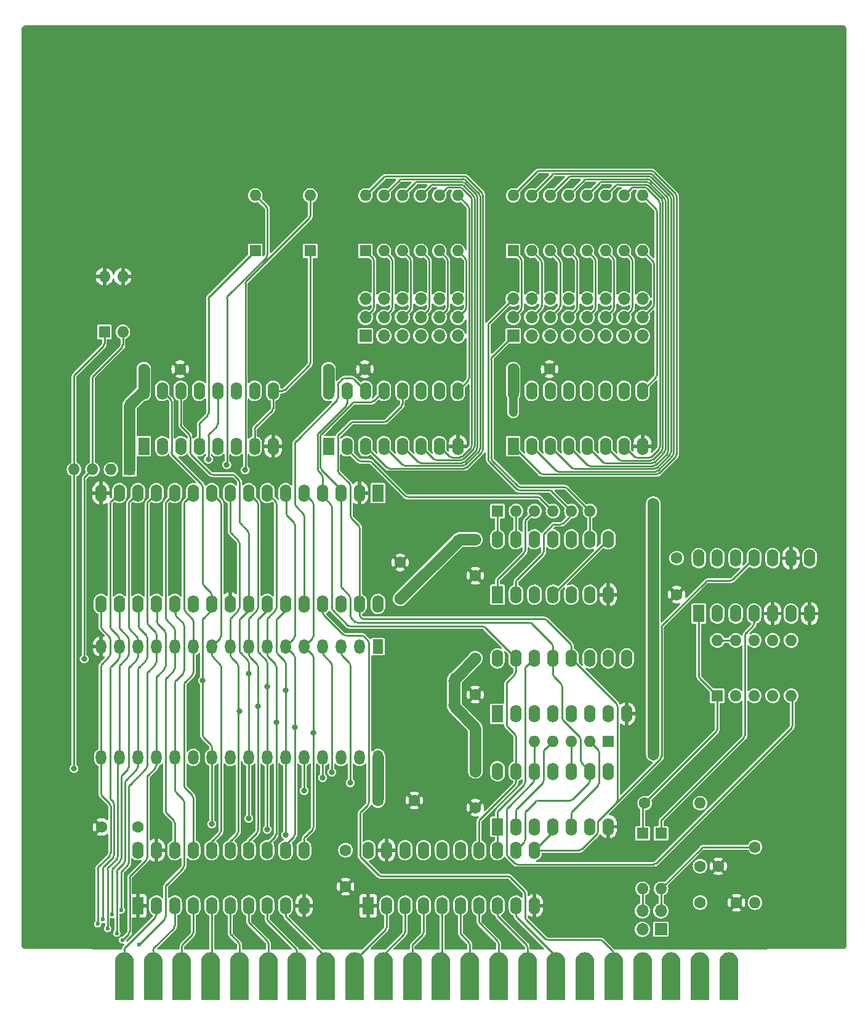
<source format=gbr>
%TF.GenerationSoftware,KiCad,Pcbnew,7.0.9*%
%TF.CreationDate,2023-11-18T14:26:47+01:00*%
%TF.ProjectId,kim-1-RAM-ROM,6b696d2d-312d-4524-914d-2d524f4d2e6b,rev?*%
%TF.SameCoordinates,Original*%
%TF.FileFunction,Copper,L2,Bot*%
%TF.FilePolarity,Positive*%
%FSLAX46Y46*%
G04 Gerber Fmt 4.6, Leading zero omitted, Abs format (unit mm)*
G04 Created by KiCad (PCBNEW 7.0.9) date 2023-11-18 14:26:47*
%MOMM*%
%LPD*%
G01*
G04 APERTURE LIST*
G04 Aperture macros list*
%AMFreePoly0*
4,1,22,-1.300000,3.270000,1.300000,3.270000,1.300000,-1.970000,1.280250,-2.195743,1.221600,-2.414626,1.125833,-2.620000,0.995858,-2.805624,0.835624,-2.965858,0.650000,-3.095833,0.444626,-3.191600,0.225743,-3.250250,0.000000,-3.270000,-0.225743,-3.250250,-0.444626,-3.191600,-0.650000,-3.095833,-0.835624,-2.965858,-0.995858,-2.805624,-1.125833,-2.620000,-1.221600,-2.414626,-1.280250,-2.195743,
-1.300000,-1.970000,-1.300000,3.270000,-1.300000,3.270000,$1*%
G04 Aperture macros list end*
%TA.AperFunction,ComponentPad*%
%ADD10R,1.600000X2.400000*%
%TD*%
%TA.AperFunction,ComponentPad*%
%ADD11O,1.600000X2.400000*%
%TD*%
%TA.AperFunction,ComponentPad*%
%ADD12R,1.600000X1.600000*%
%TD*%
%TA.AperFunction,ComponentPad*%
%ADD13O,1.600000X1.600000*%
%TD*%
%TA.AperFunction,ComponentPad*%
%ADD14C,1.600000*%
%TD*%
%TA.AperFunction,ConnectorPad*%
%ADD15FreePoly0,180.000000*%
%TD*%
%TA.AperFunction,ComponentPad*%
%ADD16R,1.700000X1.700000*%
%TD*%
%TA.AperFunction,ComponentPad*%
%ADD17O,1.700000X1.700000*%
%TD*%
%TA.AperFunction,ComponentPad*%
%ADD18R,1.440000X2.000000*%
%TD*%
%TA.AperFunction,ComponentPad*%
%ADD19O,1.440000X2.000000*%
%TD*%
%TA.AperFunction,ViaPad*%
%ADD20C,1.600000*%
%TD*%
%TA.AperFunction,ViaPad*%
%ADD21C,1.200000*%
%TD*%
%TA.AperFunction,ViaPad*%
%ADD22C,0.600000*%
%TD*%
%TA.AperFunction,ViaPad*%
%ADD23C,0.800000*%
%TD*%
%TA.AperFunction,Conductor*%
%ADD24C,0.250000*%
%TD*%
%TA.AperFunction,Conductor*%
%ADD25C,1.600000*%
%TD*%
%TA.AperFunction,Conductor*%
%ADD26C,1.200000*%
%TD*%
G04 APERTURE END LIST*
D10*
%TO.P,U1,1*%
%TO.N,Net-(D1-K)*%
X144900000Y-147650000D03*
D11*
%TO.P,U1,2*%
%TO.N,Net-(U10-OE)*%
X147440000Y-147650000D03*
%TO.P,U1,3*%
%TO.N,Net-(U1-Pad3)*%
X149980000Y-147650000D03*
%TO.P,U1,4*%
%TO.N,Net-(D2-K)*%
X152520000Y-147650000D03*
%TO.P,U1,5*%
%TO.N,GND*%
X155060000Y-147650000D03*
%TO.P,U1,6*%
%TO.N,unconnected-(U1-Pad6)*%
X157600000Y-147650000D03*
%TO.P,U1,7,GND*%
%TO.N,GND*%
X160140000Y-147650000D03*
%TO.P,U1,8*%
%TO.N,unconnected-(U1-Pad8)*%
X160140000Y-140030000D03*
%TO.P,U1,9*%
%TO.N,GND*%
X157600000Y-140030000D03*
%TO.P,U1,10*%
%TO.N,Net-(U7-P3)*%
X155060000Y-140030000D03*
%TO.P,U1,11*%
%TO.N,/A15*%
X152520000Y-140030000D03*
%TO.P,U1,12*%
%TO.N,Net-(U1-Pad12)*%
X149980000Y-140030000D03*
%TO.P,U1,13*%
%TO.N,Net-(RN2-R3)*%
X147440000Y-140030000D03*
%TO.P,U1,14,VCC*%
%TO.N,+5V*%
X144900000Y-140030000D03*
%TD*%
D12*
%TO.P,SW1,1*%
%TO.N,Net-(D1-K)*%
X147440000Y-158950000D03*
D13*
%TO.P,SW1,2*%
%TO.N,Net-(RN1-R1)*%
X149980000Y-158950000D03*
%TO.P,SW1,3*%
%TO.N,Net-(RN1-R2)*%
X152520000Y-158950000D03*
%TO.P,SW1,4*%
%TO.N,Net-(RN1-R3)*%
X155060000Y-158950000D03*
%TO.P,SW1,5*%
%TO.N,Net-(RN1-R4)*%
X157600000Y-158950000D03*
%TO.P,SW1,6*%
%TO.N,Net-(U11-CS2)*%
X157600000Y-151330000D03*
%TO.P,SW1,7*%
X155060000Y-151330000D03*
%TO.P,SW1,8*%
X152520000Y-151330000D03*
%TO.P,SW1,9*%
X149980000Y-151330000D03*
%TO.P,SW1,10*%
X147440000Y-151330000D03*
%TD*%
D14*
%TO.P,C12,1*%
%TO.N,+5V*%
X145080000Y-187390000D03*
%TO.P,C12,2*%
%TO.N,GND*%
X150080000Y-187390000D03*
%TD*%
%TO.P,R2,1*%
%TO.N,Net-(D2-A)*%
X152630000Y-179770000D03*
D13*
%TO.P,R2,2*%
%TO.N,+5V*%
X152630000Y-187390000D03*
%TD*%
D10*
%TO.P,U4,1,G1*%
%TO.N,GND*%
X99440000Y-187810000D03*
D11*
%TO.P,U4,2,A0*%
%TO.N,/KIM_A8*%
X101980000Y-187810000D03*
%TO.P,U4,3,A1*%
%TO.N,/KIM_A9*%
X104520000Y-187810000D03*
%TO.P,U4,4,A2*%
%TO.N,/KIM_A10*%
X107060000Y-187810000D03*
%TO.P,U4,5,A3*%
%TO.N,/KIM_A11*%
X109600000Y-187810000D03*
%TO.P,U4,6,A4*%
%TO.N,/KIM_A12*%
X112140000Y-187810000D03*
%TO.P,U4,7,A5*%
%TO.N,/KIM_A13*%
X114680000Y-187810000D03*
%TO.P,U4,8,A6*%
%TO.N,/KIM_A14*%
X117220000Y-187810000D03*
%TO.P,U4,9,A7*%
%TO.N,/KIM_A15*%
X119760000Y-187810000D03*
%TO.P,U4,10,GND*%
%TO.N,GND*%
X122300000Y-187810000D03*
%TO.P,U4,11,Y7*%
%TO.N,/A15*%
X122300000Y-180190000D03*
%TO.P,U4,12,Y6*%
%TO.N,/A14*%
X119760000Y-180190000D03*
%TO.P,U4,13,Y5*%
%TO.N,/A13*%
X117220000Y-180190000D03*
%TO.P,U4,14,Y4*%
%TO.N,/A12*%
X114680000Y-180190000D03*
%TO.P,U4,15,Y3*%
%TO.N,/A11*%
X112140000Y-180190000D03*
%TO.P,U4,16,Y2*%
%TO.N,/A10*%
X109600000Y-180190000D03*
%TO.P,U4,17,Y1*%
%TO.N,/A9*%
X107060000Y-180190000D03*
%TO.P,U4,18,Y0*%
%TO.N,/A8*%
X104520000Y-180190000D03*
%TO.P,U4,19,G2*%
%TO.N,GND*%
X101980000Y-180190000D03*
%TO.P,U4,20,VCC*%
%TO.N,+5V*%
X99440000Y-180190000D03*
%TD*%
D10*
%TO.P,U2,1*%
%TO.N,/A13*%
X117220000Y-176950000D03*
D11*
%TO.P,U2,2*%
%TO.N,Net-(RN1-R3)*%
X119760000Y-176950000D03*
%TO.P,U2,3*%
%TO.N,Net-(U10-A13)*%
X122300000Y-176950000D03*
%TO.P,U2,4*%
%TO.N,/A15*%
X124840000Y-176950000D03*
%TO.P,U2,5*%
%TO.N,Net-(RN1-R1)*%
X127380000Y-176950000D03*
%TO.P,U2,6*%
%TO.N,Net-(U10-A15)*%
X129920000Y-176950000D03*
%TO.P,U2,7,GND*%
%TO.N,GND*%
X132460000Y-176950000D03*
%TO.P,U2,8*%
%TO.N,Net-(U10-A14)*%
X132460000Y-169330000D03*
%TO.P,U2,9*%
%TO.N,/A14*%
X129920000Y-169330000D03*
%TO.P,U2,10*%
%TO.N,Net-(RN1-R2)*%
X127380000Y-169330000D03*
%TO.P,U2,11*%
%TO.N,Net-(U10-A12)*%
X124840000Y-169330000D03*
%TO.P,U2,12*%
%TO.N,Net-(RN1-R4)*%
X122300000Y-169330000D03*
%TO.P,U2,13*%
%TO.N,/A12*%
X119760000Y-169330000D03*
%TO.P,U2,14,VCC*%
%TO.N,+5V*%
X117220000Y-169330000D03*
%TD*%
D10*
%TO.P,U7,1,Q0*%
%TO.N,Net-(U7-Q0)*%
X119370000Y-124640000D03*
D11*
%TO.P,U7,2,Q1*%
%TO.N,Net-(U7-Q1)*%
X121910000Y-124640000D03*
%TO.P,U7,3,Q2*%
%TO.N,Net-(U7-Q2)*%
X124450000Y-124640000D03*
%TO.P,U7,4,Q3*%
%TO.N,Net-(U7-Q3)*%
X126990000Y-124640000D03*
%TO.P,U7,5,Q4*%
%TO.N,Net-(U7-Q4)*%
X129530000Y-124640000D03*
%TO.P,U7,6,Q5*%
%TO.N,Net-(U7-Q5)*%
X132070000Y-124640000D03*
%TO.P,U7,7,Q6*%
%TO.N,Net-(U7-Q6)*%
X134610000Y-124640000D03*
%TO.P,U7,8,GND*%
%TO.N,GND*%
X137150000Y-124640000D03*
%TO.P,U7,9,Q7*%
%TO.N,Net-(U7-Q7)*%
X137150000Y-117020000D03*
%TO.P,U7,10,Q8*%
%TO.N,unconnected-(U7-Q8-Pad10)*%
X134610000Y-117020000D03*
%TO.P,U7,11,Q9*%
%TO.N,unconnected-(U7-Q9-Pad11)*%
X132070000Y-117020000D03*
%TO.P,U7,12,P3*%
%TO.N,Net-(U7-P3)*%
X129530000Y-117020000D03*
%TO.P,U7,13,P2*%
%TO.N,/A14*%
X126990000Y-117020000D03*
%TO.P,U7,14,P1*%
%TO.N,/A13*%
X124450000Y-117020000D03*
%TO.P,U7,15,P0*%
%TO.N,/A12*%
X121910000Y-117020000D03*
%TO.P,U7,16,VCC*%
%TO.N,+5V*%
X119370000Y-117020000D03*
%TD*%
D14*
%TO.P,C6,1*%
%TO.N,+5V*%
X114150000Y-153800000D03*
%TO.P,C6,2*%
%TO.N,GND*%
X114150000Y-158800000D03*
%TD*%
D10*
%TO.P,U6,1*%
%TO.N,/A3*%
X117200000Y-161420000D03*
D11*
%TO.P,U6,2*%
%TO.N,/A4*%
X119740000Y-161420000D03*
%TO.P,U6,3*%
%TO.N,/A5*%
X122280000Y-161420000D03*
%TO.P,U6,4*%
%TO.N,/A6*%
X124820000Y-161420000D03*
%TO.P,U6,5*%
%TO.N,/A7*%
X127360000Y-161420000D03*
%TO.P,U6,6*%
%TO.N,/A8*%
X129900000Y-161420000D03*
%TO.P,U6,7*%
%TO.N,/A9*%
X132440000Y-161420000D03*
%TO.P,U6,8,GND*%
%TO.N,GND*%
X134980000Y-161420000D03*
%TO.P,U6,9*%
%TO.N,Net-(U11-CS2)*%
X134980000Y-153800000D03*
%TO.P,U6,10*%
%TO.N,/A10*%
X132440000Y-153800000D03*
%TO.P,U6,11*%
%TO.N,/A11*%
X129900000Y-153800000D03*
%TO.P,U6,12*%
%TO.N,/A15*%
X127360000Y-153800000D03*
%TO.P,U6,13*%
%TO.N,/A14*%
X124820000Y-153800000D03*
%TO.P,U6,14*%
%TO.N,/A13*%
X122280000Y-153800000D03*
%TO.P,U6,15*%
%TO.N,/A12*%
X119740000Y-153800000D03*
%TO.P,U6,16,VCC*%
%TO.N,+5V*%
X117200000Y-153800000D03*
%TD*%
D15*
%TO.P,X1,A,A0*%
%TO.N,/KIM_A0*%
X65880000Y-197460000D03*
%TO.P,X1,B,A1*%
%TO.N,/KIM_A1*%
X69840000Y-197460000D03*
%TO.P,X1,C,A2*%
%TO.N,/KIM_A2*%
X73800000Y-197460000D03*
%TO.P,X1,D,A3*%
%TO.N,/KIM_A3*%
X77760000Y-197460000D03*
%TO.P,X1,E,A4*%
%TO.N,/KIM_A4*%
X81720000Y-197460000D03*
%TO.P,X1,F,A5*%
%TO.N,/KIM_A5*%
X85680000Y-197460000D03*
%TO.P,X1,H,A6*%
%TO.N,/KIM_A6*%
X89640000Y-197460000D03*
%TO.P,X1,J,A7*%
%TO.N,/KIM_A7*%
X93600000Y-197460000D03*
%TO.P,X1,K,A8*%
%TO.N,/KIM_A8*%
X97560000Y-197460000D03*
%TO.P,X1,L,A9*%
%TO.N,/KIM_A9*%
X101520000Y-197460000D03*
%TO.P,X1,M,A10*%
%TO.N,/KIM_A10*%
X105480000Y-197460000D03*
%TO.P,X1,N,A11*%
%TO.N,/KIM_A11*%
X109440000Y-197460000D03*
%TO.P,X1,P,A12*%
%TO.N,/KIM_A12*%
X113400000Y-197460000D03*
%TO.P,X1,R,A13*%
%TO.N,/KIM_A13*%
X117360000Y-197460000D03*
%TO.P,X1,S,A14*%
%TO.N,/KIM_A14*%
X121320000Y-197460000D03*
%TO.P,X1,T,A15*%
%TO.N,/KIM_A15*%
X125280000Y-197460000D03*
%TO.P,X1,U,\u00D82*%
%TO.N,unconnected-(X1-\u00D82-PadU)*%
X129240000Y-197460000D03*
%TO.P,X1,V,R/~{W}*%
%TO.N,/R{slash}~{W}*%
X133200000Y-197460000D03*
%TO.P,X1,W,~{R}/W*%
%TO.N,unconnected-(X1-~{R}{slash}W-PadW)*%
X137160000Y-197460000D03*
%TO.P,X1,X,+16V_RAW*%
%TO.N,unconnected-(X1-+16V_RAW-PadX)*%
X141120000Y-197460000D03*
%TO.P,X1,Y,~{\u00D82}*%
%TO.N,unconnected-(X1-~{\u00D82}-PadY)*%
X145080000Y-197460000D03*
%TO.P,X1,Z,RAMRW*%
%TO.N,unconnected-(X1-RAMRW-PadZ)*%
X149040000Y-197460000D03*
%TD*%
D10*
%TO.P,U5,1,G1*%
%TO.N,GND*%
X67740000Y-187810000D03*
D11*
%TO.P,U5,2,A0*%
%TO.N,/KIM_A0*%
X70280000Y-187810000D03*
%TO.P,U5,3,A1*%
%TO.N,/KIM_A1*%
X72820000Y-187810000D03*
%TO.P,U5,4,A2*%
%TO.N,/KIM_A2*%
X75360000Y-187810000D03*
%TO.P,U5,5,A3*%
%TO.N,/KIM_A3*%
X77900000Y-187810000D03*
%TO.P,U5,6,A4*%
%TO.N,/KIM_A4*%
X80440000Y-187810000D03*
%TO.P,U5,7,A5*%
%TO.N,/KIM_A5*%
X82980000Y-187810000D03*
%TO.P,U5,8,A6*%
%TO.N,/KIM_A6*%
X85520000Y-187810000D03*
%TO.P,U5,9,A7*%
%TO.N,/KIM_A7*%
X88060000Y-187810000D03*
%TO.P,U5,10,GND*%
%TO.N,GND*%
X90600000Y-187810000D03*
%TO.P,U5,11,Y7*%
%TO.N,/A7*%
X90600000Y-180190000D03*
%TO.P,U5,12,Y6*%
%TO.N,/A6*%
X88060000Y-180190000D03*
%TO.P,U5,13,Y5*%
%TO.N,/A5*%
X85520000Y-180190000D03*
%TO.P,U5,14,Y4*%
%TO.N,/A4*%
X82980000Y-180190000D03*
%TO.P,U5,15,Y3*%
%TO.N,/A3*%
X80440000Y-180190000D03*
%TO.P,U5,16,Y2*%
%TO.N,/A2*%
X77900000Y-180190000D03*
%TO.P,U5,17,Y1*%
%TO.N,/A1*%
X75360000Y-180190000D03*
%TO.P,U5,18,Y0*%
%TO.N,/A0*%
X72820000Y-180190000D03*
%TO.P,U5,19,G2*%
%TO.N,GND*%
X70280000Y-180190000D03*
%TO.P,U5,20,VCC*%
%TO.N,+5V*%
X67740000Y-180190000D03*
%TD*%
D12*
%TO.P,RN1,1,common*%
%TO.N,+5V*%
X132460000Y-165190000D03*
D13*
%TO.P,RN1,2,R1*%
%TO.N,Net-(RN1-R1)*%
X129920000Y-165190000D03*
%TO.P,RN1,3,R2*%
%TO.N,Net-(RN1-R2)*%
X127380000Y-165190000D03*
%TO.P,RN1,4,R3*%
%TO.N,Net-(RN1-R3)*%
X124840000Y-165190000D03*
%TO.P,RN1,5,R4*%
%TO.N,Net-(RN1-R4)*%
X122300000Y-165190000D03*
%TD*%
D14*
%TO.P,C5,1*%
%TO.N,+5V*%
X67740000Y-176990000D03*
%TO.P,C5,2*%
%TO.N,GND*%
X62740000Y-176990000D03*
%TD*%
D12*
%TO.P,D1,1,K*%
%TO.N,Net-(D1-K)*%
X137160000Y-177870000D03*
D13*
%TO.P,D1,2,A*%
%TO.N,Net-(D1-A)*%
X137160000Y-185490000D03*
%TD*%
D14*
%TO.P,C13,1*%
%TO.N,+5V*%
X145080000Y-182390000D03*
%TO.P,C13,2*%
%TO.N,GND*%
X147580000Y-182390000D03*
%TD*%
%TO.P,C7,1*%
%TO.N,+5V*%
X119370000Y-114030000D03*
%TO.P,C7,2*%
%TO.N,GND*%
X124369901Y-114030000D03*
%TD*%
%TO.P,C11,1*%
%TO.N,+5V*%
X103830000Y-145620000D03*
%TO.P,C11,2*%
%TO.N,GND*%
X103830000Y-140620000D03*
%TD*%
D10*
%TO.P,U9,1,Q0*%
%TO.N,unconnected-(U9-Q0-Pad1)*%
X68570000Y-124640000D03*
D11*
%TO.P,U9,2,Q1*%
%TO.N,Net-(U9-Q1)*%
X71110000Y-124640000D03*
%TO.P,U9,3,Q2*%
X73650000Y-124640000D03*
%TO.P,U9,4,Q3*%
X76190000Y-124640000D03*
%TO.P,U9,5,Q4*%
X78730000Y-124640000D03*
%TO.P,U9,6,Q5*%
%TO.N,unconnected-(U9-Q5-Pad6)*%
X81270000Y-124640000D03*
%TO.P,U9,7,Q6*%
%TO.N,Net-(U9-Q6)*%
X83810000Y-124640000D03*
%TO.P,U9,8,GND*%
%TO.N,GND*%
X86350000Y-124640000D03*
%TO.P,U9,9,Q7*%
%TO.N,Net-(U9-Q6)*%
X86350000Y-117020000D03*
%TO.P,U9,10,Q8*%
%TO.N,unconnected-(U9-Q8-Pad10)*%
X83810000Y-117020000D03*
%TO.P,U9,11,Q9*%
%TO.N,unconnected-(U9-Q9-Pad11)*%
X81270000Y-117020000D03*
%TO.P,U9,12,P3*%
%TO.N,Net-(RN2-R3)*%
X78730000Y-117020000D03*
%TO.P,U9,13,P2*%
%TO.N,/A12*%
X76190000Y-117020000D03*
%TO.P,U9,14,P1*%
%TO.N,/A11*%
X73650000Y-117020000D03*
%TO.P,U9,15,P0*%
%TO.N,/A10*%
X71110000Y-117020000D03*
%TO.P,U9,16,VCC*%
%TO.N,+5V*%
X68570000Y-117020000D03*
%TD*%
D16*
%TO.P,J1,1,Pin_1*%
%TO.N,Net-(J1-Pin_1)*%
X119370000Y-109460000D03*
D17*
%TO.P,J1,2,Pin_2*%
%TO.N,Net-(J1-Pin_2)*%
X119370000Y-106920000D03*
%TO.P,J1,3,Pin_3*%
%TO.N,Net-(J1-Pin_12)*%
X119370000Y-104380000D03*
%TO.P,J1,4,Pin_4*%
%TO.N,Net-(J1-Pin_1)*%
X121910000Y-109460000D03*
%TO.P,J1,5,Pin_5*%
%TO.N,Net-(J1-Pin_5)*%
X121910000Y-106920000D03*
%TO.P,J1,6,Pin_6*%
%TO.N,Net-(J1-Pin_12)*%
X121910000Y-104380000D03*
%TO.P,J1,7,Pin_7*%
%TO.N,Net-(J1-Pin_1)*%
X124450000Y-109460000D03*
%TO.P,J1,8,Pin_8*%
%TO.N,Net-(J1-Pin_8)*%
X124450000Y-106920000D03*
%TO.P,J1,9,Pin_9*%
%TO.N,Net-(J1-Pin_12)*%
X124450000Y-104380000D03*
%TO.P,J1,10,Pin_10*%
%TO.N,Net-(J1-Pin_1)*%
X126990000Y-109460000D03*
%TO.P,J1,11,Pin_11*%
%TO.N,Net-(J1-Pin_11)*%
X126990000Y-106920000D03*
%TO.P,J1,12,Pin_12*%
%TO.N,Net-(J1-Pin_12)*%
X126990000Y-104380000D03*
%TO.P,J1,13,Pin_13*%
%TO.N,Net-(J1-Pin_1)*%
X129530000Y-109460000D03*
%TO.P,J1,14,Pin_14*%
%TO.N,Net-(J1-Pin_14)*%
X129530000Y-106920000D03*
%TO.P,J1,15,Pin_15*%
%TO.N,Net-(J1-Pin_12)*%
X129530000Y-104380000D03*
%TO.P,J1,16,Pin_16*%
%TO.N,Net-(J1-Pin_1)*%
X132070000Y-109460000D03*
%TO.P,J1,17,Pin_17*%
%TO.N,Net-(J1-Pin_17)*%
X132070000Y-106920000D03*
%TO.P,J1,18,Pin_18*%
%TO.N,Net-(J1-Pin_12)*%
X132070000Y-104380000D03*
%TO.P,J1,19,Pin_\u00BA9*%
%TO.N,Net-(J1-Pin_1)*%
X134610000Y-109460000D03*
%TO.P,J1,20,Pin_20*%
%TO.N,Net-(J1-Pin_20)*%
X134610000Y-106920000D03*
%TO.P,J1,21,Pin_21*%
%TO.N,Net-(J1-Pin_12)*%
X134610000Y-104380000D03*
%TO.P,J1,22,Pin_22*%
%TO.N,Net-(J1-Pin_1)*%
X137150000Y-109460000D03*
%TO.P,J1,23,Pin_23*%
%TO.N,Net-(J1-Pin_23)*%
X137150000Y-106920000D03*
%TO.P,J1,24,Pin_24*%
%TO.N,Net-(J1-Pin_12)*%
X137150000Y-104380000D03*
%TD*%
D14*
%TO.P,C4,1*%
%TO.N,+5V*%
X96310000Y-180190000D03*
%TO.P,C4,2*%
%TO.N,GND*%
X96310000Y-185190000D03*
%TD*%
D18*
%TO.P,U10,1,NC*%
%TO.N,unconnected-(U10-NC-Pad1)*%
X100780000Y-152190000D03*
D19*
%TO.P,U10,2,A16*%
%TO.N,Net-(RN3-R2)*%
X98240000Y-152190000D03*
%TO.P,U10,3,A15*%
%TO.N,Net-(U10-A15)*%
X95700000Y-152190000D03*
%TO.P,U10,4,A12*%
%TO.N,Net-(U10-A12)*%
X93160000Y-152190000D03*
%TO.P,U10,5,A7*%
%TO.N,/A7*%
X90620000Y-152190000D03*
%TO.P,U10,6,A6*%
%TO.N,/A6*%
X88080000Y-152190000D03*
%TO.P,U10,7,A5*%
%TO.N,/A5*%
X85540000Y-152190000D03*
%TO.P,U10,8,A4*%
%TO.N,/A4*%
X83000000Y-152190000D03*
%TO.P,U10,9,A3*%
%TO.N,/A3*%
X80460000Y-152190000D03*
%TO.P,U10,10,A2*%
%TO.N,/A2*%
X77920000Y-152190000D03*
%TO.P,U10,11,A1*%
%TO.N,/A1*%
X75380000Y-152190000D03*
%TO.P,U10,12,A0*%
%TO.N,/A0*%
X72840000Y-152190000D03*
%TO.P,U10,13,D0*%
%TO.N,/D0*%
X70300000Y-152190000D03*
%TO.P,U10,14,D1*%
%TO.N,/D1*%
X67760000Y-152190000D03*
%TO.P,U10,15,D2*%
%TO.N,/D2*%
X65220000Y-152190000D03*
%TO.P,U10,16,GND*%
%TO.N,GND*%
X62680000Y-152190000D03*
%TO.P,U10,17,D3*%
%TO.N,/D3*%
X62680000Y-167430000D03*
%TO.P,U10,18,D4*%
%TO.N,/D4*%
X65220000Y-167430000D03*
%TO.P,U10,19,D5*%
%TO.N,/D5*%
X67760000Y-167430000D03*
%TO.P,U10,20,D6*%
%TO.N,/D6*%
X70300000Y-167430000D03*
%TO.P,U10,21,D7*%
%TO.N,/D7*%
X72840000Y-167430000D03*
%TO.P,U10,22,CE*%
%TO.N,Net-(U10-CE)*%
X75380000Y-167430000D03*
%TO.P,U10,23,A10*%
%TO.N,/A10*%
X77920000Y-167430000D03*
%TO.P,U10,24,OE*%
%TO.N,Net-(U10-OE)*%
X80460000Y-167430000D03*
%TO.P,U10,25,A11*%
%TO.N,/A11*%
X83000000Y-167430000D03*
%TO.P,U10,26,A9*%
%TO.N,/A9*%
X85540000Y-167430000D03*
%TO.P,U10,27,A8*%
%TO.N,/A8*%
X88080000Y-167430000D03*
%TO.P,U10,28,A13*%
%TO.N,Net-(U10-A13)*%
X90620000Y-167430000D03*
%TO.P,U10,29,A14*%
%TO.N,Net-(U10-A14)*%
X93160000Y-167430000D03*
%TO.P,U10,30,A17*%
%TO.N,Net-(RN3-R3)*%
X95700000Y-167430000D03*
%TO.P,U10,31,PGM*%
%TO.N,+5V*%
X98240000Y-167430000D03*
%TO.P,U10,32,VCC*%
X100780000Y-167430000D03*
%TD*%
D12*
%TO.P,SW5,1*%
%TO.N,Net-(U9-Q1)*%
X83890000Y-97780000D03*
D13*
%TO.P,SW5,2*%
%TO.N,Net-(RN2-R2)*%
X83890000Y-90160000D03*
%TD*%
D14*
%TO.P,C8,1*%
%TO.N,+5V*%
X93970000Y-114040000D03*
%TO.P,C8,2*%
%TO.N,GND*%
X98970000Y-114040000D03*
%TD*%
D10*
%TO.P,U8,1,Q0*%
%TO.N,Net-(RN2-R3)*%
X93970000Y-124640000D03*
D11*
%TO.P,U8,2,Q1*%
X96510000Y-124640000D03*
%TO.P,U8,3,Q2*%
%TO.N,Net-(U8-Q2)*%
X99050000Y-124640000D03*
%TO.P,U8,4,Q3*%
%TO.N,Net-(U8-Q3)*%
X101590000Y-124640000D03*
%TO.P,U8,5,Q4*%
%TO.N,Net-(U8-Q4)*%
X104130000Y-124640000D03*
%TO.P,U8,6,Q5*%
%TO.N,Net-(U8-Q5)*%
X106670000Y-124640000D03*
%TO.P,U8,7,Q6*%
%TO.N,Net-(U8-Q6)*%
X109210000Y-124640000D03*
%TO.P,U8,8,GND*%
%TO.N,GND*%
X111750000Y-124640000D03*
%TO.P,U8,9,Q7*%
%TO.N,Net-(U8-Q7)*%
X111750000Y-117020000D03*
%TO.P,U8,10,Q8*%
%TO.N,unconnected-(U8-Q8-Pad10)*%
X109210000Y-117020000D03*
%TO.P,U8,11,Q9*%
%TO.N,unconnected-(U8-Q9-Pad11)*%
X106670000Y-117020000D03*
%TO.P,U8,12,P3*%
%TO.N,/A15*%
X104130000Y-117020000D03*
%TO.P,U8,13,P2*%
%TO.N,/A14*%
X101590000Y-117020000D03*
%TO.P,U8,14,P1*%
%TO.N,/A13*%
X99050000Y-117020000D03*
%TO.P,U8,15,P0*%
%TO.N,/A12*%
X96510000Y-117020000D03*
%TO.P,U8,16,VCC*%
%TO.N,+5V*%
X93970000Y-117020000D03*
%TD*%
D12*
%TO.P,RN3,1,common*%
%TO.N,+5V*%
X66600000Y-127830000D03*
D13*
%TO.P,RN3,2,R1*%
%TO.N,unconnected-(RN3-R1-Pad2)*%
X64060000Y-127830000D03*
%TO.P,RN3,3,R2*%
%TO.N,Net-(RN3-R2)*%
X61520000Y-127830000D03*
%TO.P,RN3,4,R3*%
%TO.N,Net-(RN3-R3)*%
X58980000Y-127830000D03*
%TD*%
D16*
%TO.P,J2,1,Pin_1*%
%TO.N,Net-(J1-Pin_1)*%
X99050000Y-109460000D03*
D17*
%TO.P,J2,2,Pin_2*%
%TO.N,Net-(J2-Pin_2)*%
X99050000Y-106920000D03*
%TO.P,J2,3,Pin_3*%
%TO.N,Net-(J1-Pin_12)*%
X99050000Y-104380000D03*
%TO.P,J2,4,Pin_4*%
%TO.N,Net-(J1-Pin_1)*%
X101590000Y-109460000D03*
%TO.P,J2,5,Pin_5*%
%TO.N,Net-(J2-Pin_5)*%
X101590000Y-106920000D03*
%TO.P,J2,6,Pin_6*%
%TO.N,Net-(J1-Pin_12)*%
X101590000Y-104380000D03*
%TO.P,J2,7,Pin_7*%
%TO.N,Net-(J1-Pin_1)*%
X104130000Y-109460000D03*
%TO.P,J2,8,Pin_8*%
%TO.N,Net-(J2-Pin_8)*%
X104130000Y-106920000D03*
%TO.P,J2,9,Pin_9*%
%TO.N,Net-(J1-Pin_12)*%
X104130000Y-104380000D03*
%TO.P,J2,10,Pin_10*%
%TO.N,Net-(J1-Pin_1)*%
X106670000Y-109460000D03*
%TO.P,J2,11,Pin_11*%
%TO.N,Net-(J2-Pin_11)*%
X106670000Y-106920000D03*
%TO.P,J2,12,Pin_12*%
%TO.N,Net-(J1-Pin_12)*%
X106670000Y-104380000D03*
%TO.P,J2,13,Pin_13*%
%TO.N,Net-(J1-Pin_1)*%
X109210000Y-109460000D03*
%TO.P,J2,14,Pin_14*%
%TO.N,Net-(J2-Pin_14)*%
X109210000Y-106920000D03*
%TO.P,J2,15,Pin_15*%
%TO.N,Net-(J1-Pin_12)*%
X109210000Y-104380000D03*
%TO.P,J2,16,Pin_16*%
%TO.N,Net-(J1-Pin_1)*%
X111750000Y-109460000D03*
%TO.P,J2,17,Pin_17*%
%TO.N,Net-(J2-Pin_17)*%
X111750000Y-106920000D03*
%TO.P,J2,18,Pin_18*%
%TO.N,Net-(J1-Pin_12)*%
X111750000Y-104380000D03*
%TD*%
D14*
%TO.P,C9,1*%
%TO.N,+5V*%
X68570000Y-114040000D03*
%TO.P,C9,2*%
%TO.N,GND*%
X73570000Y-114040000D03*
%TD*%
D10*
%TO.P,U11,1,NC*%
%TO.N,unconnected-(U11-NC-Pad1)*%
X100780000Y-131090000D03*
D11*
%TO.P,U11,2,A16*%
%TO.N,GND*%
X98240000Y-131090000D03*
%TO.P,U11,3,A14*%
%TO.N,/A14*%
X95700000Y-131090000D03*
%TO.P,U11,4,A12*%
%TO.N,/A12*%
X93160000Y-131090000D03*
%TO.P,U11,5,A7*%
%TO.N,/A7*%
X90620000Y-131090000D03*
%TO.P,U11,6,A6*%
%TO.N,/A6*%
X88080000Y-131090000D03*
%TO.P,U11,7,A5*%
%TO.N,/A5*%
X85540000Y-131090000D03*
%TO.P,U11,8,A4*%
%TO.N,/A4*%
X83000000Y-131090000D03*
%TO.P,U11,9,A3*%
%TO.N,/A3*%
X80460000Y-131090000D03*
%TO.P,U11,10,A2*%
%TO.N,/A2*%
X77920000Y-131090000D03*
%TO.P,U11,11,A1*%
%TO.N,/A1*%
X75380000Y-131090000D03*
%TO.P,U11,12,A0*%
%TO.N,/A0*%
X72840000Y-131090000D03*
%TO.P,U11,13,Q0*%
%TO.N,/D0*%
X70300000Y-131090000D03*
%TO.P,U11,14,Q1*%
%TO.N,/D1*%
X67760000Y-131090000D03*
%TO.P,U11,15,Q2*%
%TO.N,/D2*%
X65220000Y-131090000D03*
%TO.P,U11,16,GND*%
%TO.N,GND*%
X62680000Y-131090000D03*
%TO.P,U11,17,Q3*%
%TO.N,/D3*%
X62680000Y-146330000D03*
%TO.P,U11,18,Q4*%
%TO.N,/D4*%
X65220000Y-146330000D03*
%TO.P,U11,19,Q5*%
%TO.N,/D5*%
X67760000Y-146330000D03*
%TO.P,U11,20,Q6*%
%TO.N,/D6*%
X70300000Y-146330000D03*
%TO.P,U11,21,Q7*%
%TO.N,/D7*%
X72840000Y-146330000D03*
%TO.P,U11,22,~{CS1}*%
%TO.N,Net-(U11-~{CS1})*%
X75380000Y-146330000D03*
%TO.P,U11,23,A10*%
%TO.N,/A10*%
X77920000Y-146330000D03*
%TO.P,U11,24,~{OE}*%
%TO.N,GND*%
X80460000Y-146330000D03*
%TO.P,U11,25,A11*%
%TO.N,/A11*%
X83000000Y-146330000D03*
%TO.P,U11,26,A9*%
%TO.N,/A9*%
X85540000Y-146330000D03*
%TO.P,U11,27,A8*%
%TO.N,/A8*%
X88080000Y-146330000D03*
%TO.P,U11,28,A13*%
%TO.N,/A13*%
X90620000Y-146330000D03*
%TO.P,U11,29,~{WE}*%
%TO.N,/R{slash}~{W}*%
X93160000Y-146330000D03*
%TO.P,U11,30,CS2*%
%TO.N,Net-(U11-CS2)*%
X95700000Y-146330000D03*
%TO.P,U11,31,A15*%
%TO.N,/A15*%
X98240000Y-146330000D03*
%TO.P,U11,32,VCC*%
%TO.N,+5V*%
X100780000Y-146330000D03*
%TD*%
D10*
%TO.P,U3,1*%
%TO.N,Net-(RN2-R2)*%
X117220000Y-145060000D03*
D11*
%TO.P,U3,2*%
%TO.N,Net-(J1-Pin_12)*%
X119760000Y-145060000D03*
%TO.P,U3,3*%
%TO.N,Net-(U11-~{CS1})*%
X122300000Y-145060000D03*
%TO.P,U3,4*%
%TO.N,Net-(U3-Pad4)*%
X124840000Y-145060000D03*
%TO.P,U3,5*%
%TO.N,Net-(U11-CS2)*%
X127380000Y-145060000D03*
%TO.P,U3,6*%
%TO.N,Net-(U10-CE)*%
X129920000Y-145060000D03*
%TO.P,U3,7,GND*%
%TO.N,GND*%
X132460000Y-145060000D03*
%TO.P,U3,8*%
%TO.N,Net-(U3-Pad4)*%
X132460000Y-137440000D03*
%TO.P,U3,9*%
%TO.N,Net-(J1-Pin_1)*%
X129920000Y-137440000D03*
%TO.P,U3,10*%
%TO.N,Net-(RN2-R1)*%
X127380000Y-137440000D03*
%TO.P,U3,11*%
%TO.N,Net-(U1-Pad3)*%
X124840000Y-137440000D03*
%TO.P,U3,12*%
%TO.N,Net-(U1-Pad12)*%
X122300000Y-137440000D03*
%TO.P,U3,13*%
%TO.N,Net-(RN2-R1)*%
X119760000Y-137440000D03*
%TO.P,U3,14,VCC*%
%TO.N,+5V*%
X117220000Y-137440000D03*
%TD*%
D14*
%TO.P,C1,1*%
%TO.N,+5V*%
X141850000Y-140030000D03*
%TO.P,C1,2*%
%TO.N,GND*%
X141850000Y-145030000D03*
%TD*%
D12*
%TO.P,SW6,1*%
%TO.N,Net-(RN3-R3)*%
X63150000Y-108920000D03*
D13*
%TO.P,SW6,2*%
%TO.N,Net-(RN3-R2)*%
X65690000Y-108920000D03*
%TO.P,SW6,3*%
%TO.N,GND*%
X65690000Y-101300000D03*
%TO.P,SW6,4*%
X63150000Y-101300000D03*
%TD*%
D14*
%TO.P,C3,1*%
%TO.N,+5V*%
X114170000Y-137440000D03*
%TO.P,C3,2*%
%TO.N,GND*%
X114170000Y-142440000D03*
%TD*%
D12*
%TO.P,SW2,1*%
%TO.N,Net-(J1-Pin_2)*%
X119370000Y-97780000D03*
D13*
%TO.P,SW2,2*%
%TO.N,Net-(J1-Pin_5)*%
X121910000Y-97780000D03*
%TO.P,SW2,3*%
%TO.N,Net-(J1-Pin_8)*%
X124450000Y-97780000D03*
%TO.P,SW2,4*%
%TO.N,Net-(J1-Pin_11)*%
X126990000Y-97780000D03*
%TO.P,SW2,5*%
%TO.N,Net-(J1-Pin_14)*%
X129530000Y-97780000D03*
%TO.P,SW2,6*%
%TO.N,Net-(J1-Pin_17)*%
X132070000Y-97780000D03*
%TO.P,SW2,7*%
%TO.N,Net-(J1-Pin_20)*%
X134610000Y-97780000D03*
%TO.P,SW2,8*%
%TO.N,Net-(J1-Pin_23)*%
X137150000Y-97780000D03*
%TO.P,SW2,9*%
%TO.N,Net-(U7-Q7)*%
X137150000Y-90160000D03*
%TO.P,SW2,10*%
%TO.N,Net-(U7-Q6)*%
X134610000Y-90160000D03*
%TO.P,SW2,11*%
%TO.N,Net-(U7-Q5)*%
X132070000Y-90160000D03*
%TO.P,SW2,12*%
%TO.N,Net-(U7-Q4)*%
X129530000Y-90160000D03*
%TO.P,SW2,13*%
%TO.N,Net-(U7-Q3)*%
X126990000Y-90160000D03*
%TO.P,SW2,14*%
%TO.N,Net-(U7-Q2)*%
X124450000Y-90160000D03*
%TO.P,SW2,15*%
%TO.N,Net-(U7-Q1)*%
X121910000Y-90160000D03*
%TO.P,SW2,16*%
%TO.N,Net-(U7-Q0)*%
X119370000Y-90160000D03*
%TD*%
D14*
%TO.P,C2,1*%
%TO.N,+5V*%
X114170000Y-169330000D03*
%TO.P,C2,2*%
%TO.N,GND*%
X114170000Y-174330000D03*
%TD*%
D16*
%TO.P,J3,1,Pin_1*%
%TO.N,/~{DECEN}*%
X139690000Y-191050000D03*
D17*
%TO.P,J3,2,Pin_2*%
%TO.N,/K7*%
X137150000Y-191050000D03*
%TO.P,J3,3,Pin_3*%
%TO.N,Net-(D2-A)*%
X139690000Y-188510000D03*
%TO.P,J3,4,Pin_4*%
%TO.N,Net-(D1-A)*%
X137150000Y-188510000D03*
%TD*%
D12*
%TO.P,RN2,1,common*%
%TO.N,+5V*%
X117220000Y-133560000D03*
D13*
%TO.P,RN2,2,R1*%
%TO.N,Net-(RN2-R1)*%
X119760000Y-133560000D03*
%TO.P,RN2,3,R2*%
%TO.N,Net-(RN2-R2)*%
X122300000Y-133560000D03*
%TO.P,RN2,4,R3*%
%TO.N,Net-(RN2-R3)*%
X124840000Y-133560000D03*
%TO.P,RN2,5,R4*%
%TO.N,Net-(J1-Pin_12)*%
X127380000Y-133560000D03*
%TO.P,RN2,6,R5*%
%TO.N,Net-(J1-Pin_1)*%
X129920000Y-133560000D03*
%TD*%
D14*
%TO.P,C10,1*%
%TO.N,+5V*%
X100780000Y-173340000D03*
%TO.P,C10,2*%
%TO.N,GND*%
X105780000Y-173340000D03*
%TD*%
D12*
%TO.P,D2,1,K*%
%TO.N,Net-(D2-K)*%
X139700000Y-177870000D03*
D13*
%TO.P,D2,2,A*%
%TO.N,Net-(D2-A)*%
X139700000Y-185490000D03*
%TD*%
D12*
%TO.P,SW3,1*%
%TO.N,Net-(J2-Pin_2)*%
X99050000Y-97780000D03*
D13*
%TO.P,SW3,2*%
%TO.N,Net-(J2-Pin_5)*%
X101590000Y-97780000D03*
%TO.P,SW3,3*%
%TO.N,Net-(J2-Pin_8)*%
X104130000Y-97780000D03*
%TO.P,SW3,4*%
%TO.N,Net-(J2-Pin_11)*%
X106670000Y-97780000D03*
%TO.P,SW3,5*%
%TO.N,Net-(J2-Pin_14)*%
X109210000Y-97780000D03*
%TO.P,SW3,6*%
%TO.N,Net-(J2-Pin_17)*%
X111750000Y-97780000D03*
%TO.P,SW3,7*%
%TO.N,Net-(U8-Q7)*%
X111750000Y-90160000D03*
%TO.P,SW3,8*%
%TO.N,Net-(U8-Q6)*%
X109210000Y-90160000D03*
%TO.P,SW3,9*%
%TO.N,Net-(U8-Q5)*%
X106670000Y-90160000D03*
%TO.P,SW3,10*%
%TO.N,Net-(U8-Q4)*%
X104130000Y-90160000D03*
%TO.P,SW3,11*%
%TO.N,Net-(U8-Q3)*%
X101590000Y-90160000D03*
%TO.P,SW3,12*%
%TO.N,Net-(U8-Q2)*%
X99050000Y-90160000D03*
%TD*%
D12*
%TO.P,SW4,1*%
%TO.N,Net-(U9-Q6)*%
X91470000Y-97780000D03*
D13*
%TO.P,SW4,2*%
%TO.N,Net-(RN2-R1)*%
X91470000Y-90160000D03*
%TD*%
D14*
%TO.P,R1,1*%
%TO.N,Net-(D1-K)*%
X137460000Y-173720000D03*
D13*
%TO.P,R1,2*%
%TO.N,+5V*%
X145080000Y-173720000D03*
%TD*%
D20*
%TO.N,+5V*%
X138650000Y-132530000D03*
D21*
X119370000Y-119980000D03*
D20*
X138650000Y-140017000D03*
X138650000Y-166990000D03*
D22*
%TO.N,/D7*%
X67930000Y-193149000D03*
%TO.N,/D6*%
X65660000Y-192530000D03*
%TO.N,/D5*%
X64850000Y-191600000D03*
%TO.N,/D4*%
X63570000Y-190960000D03*
%TO.N,/D3*%
X62230000Y-190320000D03*
%TO.N,/D2*%
X62940000Y-189680000D03*
%TO.N,/D1*%
X64194500Y-189040000D03*
%TO.N,/D0*%
X65474500Y-188400000D03*
D23*
%TO.N,/A11*%
X83000000Y-175820000D03*
X83000000Y-155870000D03*
%TO.N,/A10*%
X76650000Y-156860000D03*
X77920000Y-176570000D03*
%TO.N,/A9*%
X85540000Y-177320000D03*
X85540000Y-157720000D03*
%TO.N,/A8*%
X88080000Y-158210000D03*
X88080000Y-178070000D03*
%TO.N,/A7*%
X91910000Y-164060000D03*
%TO.N,/A6*%
X89350000Y-163290000D03*
%TO.N,/A5*%
X86770000Y-162570000D03*
%TO.N,/A4*%
X84270000Y-160375500D03*
%TO.N,/A3*%
X81730000Y-161100000D03*
%TO.N,Net-(U10-A12)*%
X94430000Y-169430000D03*
%TO.N,Net-(U10-A13)*%
X90620000Y-171990000D03*
%TO.N,Net-(U10-A14)*%
X93160000Y-170200000D03*
%TO.N,Net-(U10-A15)*%
X96970000Y-170924500D03*
%TO.N,Net-(RN2-R1)*%
X82520000Y-127910000D03*
%TO.N,Net-(RN2-R2)*%
X79980000Y-127170000D03*
%TO.N,Net-(RN2-R3)*%
X77460000Y-126430000D03*
%TO.N,Net-(RN3-R2)*%
X60360000Y-153890000D03*
%TO.N,Net-(RN3-R3)*%
X58980000Y-168960000D03*
%TD*%
D24*
%TO.N,Net-(J2-Pin_2)*%
X99050000Y-97780000D02*
X100078554Y-98808554D01*
X100225000Y-99162107D02*
X100225000Y-105537893D01*
X100078553Y-105891447D02*
X99050000Y-106920000D01*
X100078556Y-105891450D02*
G75*
G03*
X100225000Y-105537893I-353556J353550D01*
G01*
X100224995Y-99162107D02*
G75*
G03*
X100078554Y-98808554I-499995J7D01*
G01*
%TO.N,Net-(J2-Pin_5)*%
X102765000Y-99162107D02*
X102765000Y-105537893D01*
X102618553Y-105891447D02*
X101590000Y-106920000D01*
X101590000Y-97780000D02*
X102618554Y-98808554D01*
X102764995Y-99162107D02*
G75*
G03*
X102618554Y-98808554I-499995J7D01*
G01*
X102618556Y-105891450D02*
G75*
G03*
X102765000Y-105537893I-353556J353550D01*
G01*
%TO.N,Net-(J1-Pin_12)*%
X119863553Y-130533553D02*
X116099446Y-126769446D01*
X127380000Y-133560000D02*
X124646446Y-130826446D01*
X115953000Y-126415893D02*
X115953000Y-108004107D01*
X124292893Y-130680000D02*
X120217107Y-130680000D01*
X119906447Y-142963553D02*
X123413554Y-139456446D01*
X127380000Y-133872893D02*
X127380000Y-133560000D01*
X116099447Y-107650553D02*
X119370000Y-104380000D01*
X125116117Y-135380000D02*
X125872893Y-135380000D01*
X123706447Y-136582563D02*
X124762564Y-135526446D01*
X126226447Y-135233553D02*
X127233554Y-134226446D01*
X119760000Y-145060000D02*
X119760000Y-143317107D01*
X123560000Y-139102893D02*
X123560000Y-136936117D01*
X127233557Y-134226449D02*
G75*
G03*
X127380000Y-133872893I-353557J353549D01*
G01*
X123413557Y-139456449D02*
G75*
G03*
X123560000Y-139102893I-353557J353549D01*
G01*
X116099444Y-107650550D02*
G75*
G03*
X115953000Y-108004107I353556J-353550D01*
G01*
X115953005Y-126415893D02*
G75*
G03*
X116099446Y-126769446I499995J-7D01*
G01*
X124646449Y-130826443D02*
G75*
G03*
X124292893Y-130680000I-353549J-353557D01*
G01*
X119906444Y-142963550D02*
G75*
G03*
X119760000Y-143317107I353556J-353550D01*
G01*
X125872893Y-135379995D02*
G75*
G03*
X126226447Y-135233553I7J499995D01*
G01*
X123706439Y-136582555D02*
G75*
G03*
X123560000Y-136936117I353561J-353545D01*
G01*
X125116117Y-135380012D02*
G75*
G03*
X124762564Y-135526446I-17J-499988D01*
G01*
X119863550Y-130533556D02*
G75*
G03*
X120217107Y-130680000I353550J353556D01*
G01*
%TO.N,Net-(U7-Q1)*%
X141288553Y-125957240D02*
X139277239Y-127968554D01*
X121910000Y-90160000D02*
X124773554Y-87296446D01*
X141435000Y-90395326D02*
X141435000Y-125603686D01*
X138543229Y-87296447D02*
X141288554Y-90041773D01*
X138923686Y-128115000D02*
X125597107Y-128115000D01*
X125243553Y-127968553D02*
X121910000Y-124635000D01*
X125127107Y-87150000D02*
X138189675Y-87150000D01*
X138543241Y-87296435D02*
G75*
G03*
X138189675Y-87150000I-353541J-353565D01*
G01*
X141288560Y-125957247D02*
G75*
G03*
X141435000Y-125603686I-353560J353547D01*
G01*
X138923686Y-128114990D02*
G75*
G03*
X139277239Y-127968554I14J499990D01*
G01*
X125127107Y-87150005D02*
G75*
G03*
X124773554Y-87296446I-7J-499995D01*
G01*
X141434981Y-90395326D02*
G75*
G03*
X141288553Y-90041774I-499981J26D01*
G01*
X125243550Y-127968556D02*
G75*
G03*
X125597107Y-128115000I353550J353556D01*
G01*
D25*
%TO.N,+5V*%
X114170000Y-137440000D02*
X112187107Y-137440000D01*
X111260000Y-156917107D02*
X111260000Y-160222893D01*
X66600000Y-119197107D02*
X66600000Y-127830000D01*
X119370000Y-117020000D02*
X119370000Y-114030000D01*
D26*
X119370000Y-119980000D02*
X119370000Y-117020000D01*
D25*
X68570000Y-117020000D02*
X66746446Y-118843554D01*
X114170000Y-153800000D02*
X111406446Y-156563554D01*
X111406447Y-160576447D02*
X114023554Y-163193554D01*
X111833553Y-137586447D02*
X103830000Y-145590000D01*
X93970000Y-114040000D02*
X93970000Y-117020000D01*
X68570000Y-117020000D02*
X68570000Y-114040000D01*
D24*
X117220000Y-133560000D02*
X117220000Y-137440000D01*
D25*
X103830000Y-145590000D02*
X103830000Y-145620000D01*
X138650000Y-132530000D02*
X138650000Y-166990000D01*
X100780000Y-167430000D02*
X100780000Y-173040000D01*
X114170000Y-163547107D02*
X114170000Y-169330000D01*
X114169995Y-163547107D02*
G75*
G03*
X114023554Y-163193554I-499995J7D01*
G01*
X111260005Y-160222893D02*
G75*
G03*
X111406447Y-160576447I499995J-7D01*
G01*
X112187107Y-137440005D02*
G75*
G03*
X111833553Y-137586447I-7J-499995D01*
G01*
X66746443Y-118843551D02*
G75*
G03*
X66600000Y-119197107I353557J-353549D01*
G01*
X111406443Y-156563551D02*
G75*
G03*
X111260000Y-156917107I353557J-353549D01*
G01*
D24*
%TO.N,Net-(RN1-R2)*%
X127380000Y-165190000D02*
X127380000Y-169330000D01*
%TO.N,Net-(D1-K)*%
X144900000Y-147260000D02*
X144900000Y-156202893D01*
X145046447Y-156556447D02*
X147440000Y-158950000D01*
X147440000Y-158950000D02*
X147440000Y-163532893D01*
X137160000Y-177870000D02*
X137160000Y-174227107D01*
X147293553Y-163886447D02*
X137460000Y-173720000D01*
X137306447Y-173873553D02*
X137460000Y-173720000D01*
X144900005Y-156202893D02*
G75*
G03*
X145046447Y-156556447I499995J-7D01*
G01*
X137306444Y-173873550D02*
G75*
G03*
X137160000Y-174227107I353556J-353550D01*
G01*
X147293556Y-163886450D02*
G75*
G03*
X147440000Y-163532893I-353556J353550D01*
G01*
%TO.N,/D7*%
X72840000Y-171852893D02*
X72840000Y-167430000D01*
X71716447Y-184913553D02*
X73943554Y-182686446D01*
X73943553Y-173163553D02*
X72986446Y-172206446D01*
X72895000Y-147637893D02*
X72895000Y-146330000D01*
X71570000Y-189301893D02*
X71570000Y-185267107D01*
X72986447Y-156843553D02*
X73963554Y-155866446D01*
X74110000Y-155512893D02*
X74110000Y-149267107D01*
X72840000Y-167430000D02*
X72840000Y-157197107D01*
X74090000Y-182332893D02*
X74090000Y-173517107D01*
X67930000Y-193149000D02*
X71423554Y-189655446D01*
X73963553Y-148913553D02*
X73041446Y-147991446D01*
X72986444Y-156843550D02*
G75*
G03*
X72840000Y-157197107I353556J-353550D01*
G01*
X71716444Y-184913550D02*
G75*
G03*
X71570000Y-185267107I353556J-353550D01*
G01*
X71423557Y-189655449D02*
G75*
G03*
X71570000Y-189301893I-353557J353549D01*
G01*
X74089995Y-173517107D02*
G75*
G03*
X73943553Y-173163553I-499995J7D01*
G01*
X72840005Y-171852893D02*
G75*
G03*
X72986446Y-172206446I499995J-7D01*
G01*
X73963557Y-155866449D02*
G75*
G03*
X74110000Y-155512893I-353557J353549D01*
G01*
X73943557Y-182686449D02*
G75*
G03*
X74090000Y-182332893I-353557J353549D01*
G01*
X72895005Y-147637893D02*
G75*
G03*
X73041446Y-147991446I499995J-7D01*
G01*
X74109995Y-149267107D02*
G75*
G03*
X73963553Y-148913553I-499995J7D01*
G01*
%TO.N,/D6*%
X71423553Y-149983553D02*
X70501446Y-149061446D01*
X70300000Y-167430000D02*
X70300000Y-156557107D01*
X66761447Y-183668553D02*
X68863554Y-181566446D01*
X65660000Y-192530000D02*
X66468554Y-191721446D01*
X70446447Y-156203553D02*
X71423554Y-155226446D01*
X69010000Y-181212893D02*
X69010000Y-170217107D01*
X71570000Y-154872893D02*
X71570000Y-150337107D01*
X66615000Y-191367893D02*
X66615000Y-184022107D01*
X70355000Y-148707893D02*
X70355000Y-146330000D01*
X70300000Y-168512893D02*
X70300000Y-167430000D01*
X69156447Y-169863553D02*
X70153554Y-168866446D01*
X66761444Y-183668550D02*
G75*
G03*
X66615000Y-184022107I353556J-353550D01*
G01*
X71423557Y-155226449D02*
G75*
G03*
X71570000Y-154872893I-353557J353549D01*
G01*
X70355005Y-148707893D02*
G75*
G03*
X70501446Y-149061446I499995J-7D01*
G01*
X66468557Y-191721449D02*
G75*
G03*
X66615000Y-191367893I-353557J353549D01*
G01*
X70446444Y-156203550D02*
G75*
G03*
X70300000Y-156557107I353556J-353550D01*
G01*
X69156444Y-169863550D02*
G75*
G03*
X69010000Y-170217107I353556J-353550D01*
G01*
X70153557Y-168866449D02*
G75*
G03*
X70300000Y-168512893I-353557J353549D01*
G01*
X71569995Y-150337107D02*
G75*
G03*
X71423553Y-149983553I-499995J7D01*
G01*
X68863557Y-181566449D02*
G75*
G03*
X69010000Y-181212893I-353557J353549D01*
G01*
%TO.N,/D5*%
X64850000Y-191600000D02*
X64850000Y-183177107D01*
X67961447Y-149661447D02*
X68883554Y-150583554D01*
X67815000Y-146330000D02*
X67815000Y-149307893D01*
X68883553Y-154066447D02*
X67906446Y-155043554D01*
X66136447Y-170543553D02*
X67613554Y-169066446D01*
X64996447Y-182823553D02*
X65843554Y-181976446D01*
X69030000Y-150937107D02*
X69030000Y-153712893D01*
X67760000Y-168712893D02*
X67760000Y-167430000D01*
X67760000Y-155397107D02*
X67760000Y-167430000D01*
X65990000Y-181622893D02*
X65990000Y-170897107D01*
X69029995Y-150937107D02*
G75*
G03*
X68883554Y-150583554I-499995J7D01*
G01*
X64996444Y-182823550D02*
G75*
G03*
X64850000Y-183177107I353556J-353550D01*
G01*
X66136444Y-170543550D02*
G75*
G03*
X65990000Y-170897107I353556J-353550D01*
G01*
X68883556Y-154066450D02*
G75*
G03*
X69030000Y-153712893I-353556J353550D01*
G01*
X65843557Y-181976449D02*
G75*
G03*
X65990000Y-181622893I-353557J353549D01*
G01*
X67906443Y-155043551D02*
G75*
G03*
X67760000Y-155397107I353557J-353549D01*
G01*
X67815005Y-149307893D02*
G75*
G03*
X67961447Y-149661447I499995J-7D01*
G01*
X67613557Y-169066449D02*
G75*
G03*
X67760000Y-168712893I-353557J353549D01*
G01*
%TO.N,/D4*%
X63570000Y-190960000D02*
X63570000Y-182877107D01*
X65136447Y-167513553D02*
X65220000Y-167430000D01*
X64990000Y-181042893D02*
X64990000Y-167867107D01*
X65220000Y-154977107D02*
X65220000Y-167430000D01*
X65220000Y-146330000D02*
X65220000Y-149492893D01*
X66500000Y-151187107D02*
X66500000Y-153282893D01*
X63716447Y-182523553D02*
X64843554Y-181396446D01*
X65366447Y-149846447D02*
X66353554Y-150833554D01*
X66353553Y-153636447D02*
X65366446Y-154623554D01*
X66499995Y-151187107D02*
G75*
G03*
X66353554Y-150833554I-499995J7D01*
G01*
X65366443Y-154623551D02*
G75*
G03*
X65220000Y-154977107I353557J-353549D01*
G01*
X66353556Y-153636450D02*
G75*
G03*
X66500000Y-153282893I-353556J353550D01*
G01*
X63716444Y-182523550D02*
G75*
G03*
X63570000Y-182877107I353556J-353550D01*
G01*
X65136444Y-167513550D02*
G75*
G03*
X64990000Y-167867107I353556J-353550D01*
G01*
X65220005Y-149492893D02*
G75*
G03*
X65366447Y-149846447I499995J-7D01*
G01*
X64843557Y-181396449D02*
G75*
G03*
X64990000Y-181042893I-353557J353549D01*
G01*
%TO.N,/D3*%
X63843553Y-173793553D02*
X62826446Y-172776446D01*
X62826447Y-154543553D02*
X63803554Y-153566446D01*
X62680000Y-167430000D02*
X62680000Y-154897107D01*
X62680000Y-172422893D02*
X62680000Y-167430000D01*
X62680000Y-149472893D02*
X62680000Y-146330000D01*
X62230000Y-190320000D02*
X62230000Y-182747107D01*
X62376447Y-182393553D02*
X63843554Y-180926446D01*
X63990000Y-180572893D02*
X63990000Y-174147107D01*
X63803553Y-150803553D02*
X62826446Y-149826446D01*
X63950000Y-153212893D02*
X63950000Y-151157107D01*
X63949995Y-151157107D02*
G75*
G03*
X63803553Y-150803553I-499995J7D01*
G01*
X63843557Y-180926449D02*
G75*
G03*
X63990000Y-180572893I-353557J353549D01*
G01*
X63989995Y-174147107D02*
G75*
G03*
X63843553Y-173793553I-499995J7D01*
G01*
X63803557Y-153566449D02*
G75*
G03*
X63950000Y-153212893I-353557J353549D01*
G01*
X62680005Y-172422893D02*
G75*
G03*
X62826446Y-172776446I499995J-7D01*
G01*
X62680005Y-149472893D02*
G75*
G03*
X62826446Y-149826446I499995J-7D01*
G01*
X62826444Y-154543550D02*
G75*
G03*
X62680000Y-154897107I353556J-353550D01*
G01*
X62376444Y-182393550D02*
G75*
G03*
X62230000Y-182747107I353556J-353550D01*
G01*
%TO.N,/D2*%
X63940000Y-149442893D02*
X63940000Y-132577107D01*
X64343553Y-173543553D02*
X64096446Y-173296446D01*
X62940000Y-189680000D02*
X62940000Y-182767107D01*
X64490000Y-180802893D02*
X64490000Y-173897107D01*
X63086447Y-182413553D02*
X64343554Y-181156446D01*
X65220000Y-153582893D02*
X65220000Y-152190000D01*
X65073553Y-150783553D02*
X64086446Y-149796446D01*
X64086447Y-132223553D02*
X65220000Y-131090000D01*
X65220000Y-152190000D02*
X65220000Y-151137107D01*
X63950000Y-172942893D02*
X63950000Y-155267107D01*
X64096447Y-154913553D02*
X65073554Y-153936446D01*
X65073557Y-153936449D02*
G75*
G03*
X65220000Y-153582893I-353557J353549D01*
G01*
X63086444Y-182413550D02*
G75*
G03*
X62940000Y-182767107I353556J-353550D01*
G01*
X64489995Y-173897107D02*
G75*
G03*
X64343553Y-173543553I-499995J7D01*
G01*
X64096444Y-154913550D02*
G75*
G03*
X63950000Y-155267107I353556J-353550D01*
G01*
X63950005Y-172942893D02*
G75*
G03*
X64096446Y-173296446I499995J-7D01*
G01*
X64086444Y-132223550D02*
G75*
G03*
X63940000Y-132577107I353556J-353550D01*
G01*
X63940005Y-149442893D02*
G75*
G03*
X64086446Y-149796446I499995J-7D01*
G01*
X65219995Y-151137107D02*
G75*
G03*
X65073553Y-150783553I-499995J7D01*
G01*
X64343557Y-181156449D02*
G75*
G03*
X64490000Y-180802893I-353557J353549D01*
G01*
%TO.N,/D1*%
X65636447Y-169823553D02*
X66343554Y-169116446D01*
X66636447Y-132213553D02*
X67760000Y-131090000D01*
X66490000Y-149462893D02*
X66490000Y-132567107D01*
X66490000Y-168762893D02*
X66490000Y-155287107D01*
X64340947Y-182659053D02*
X65343554Y-181656446D01*
X67613553Y-150793553D02*
X66636446Y-149816446D01*
X64194500Y-189040000D02*
X64194500Y-183012607D01*
X67760000Y-153602893D02*
X67760000Y-152190000D01*
X65490000Y-181302893D02*
X65490000Y-170177107D01*
X67760000Y-152190000D02*
X67760000Y-151147107D01*
X66636447Y-154933553D02*
X67613554Y-153956446D01*
X66636444Y-132213550D02*
G75*
G03*
X66490000Y-132567107I353556J-353550D01*
G01*
X65343557Y-181656449D02*
G75*
G03*
X65490000Y-181302893I-353557J353549D01*
G01*
X67759995Y-151147107D02*
G75*
G03*
X67613553Y-150793553I-499995J7D01*
G01*
X65636444Y-169823550D02*
G75*
G03*
X65490000Y-170177107I353556J-353550D01*
G01*
X66343557Y-169116449D02*
G75*
G03*
X66490000Y-168762893I-353557J353549D01*
G01*
X67613557Y-153956449D02*
G75*
G03*
X67760000Y-153602893I-353557J353549D01*
G01*
X66490005Y-149462893D02*
G75*
G03*
X66636446Y-149816446I499995J-7D01*
G01*
X64340944Y-182659050D02*
G75*
G03*
X64194500Y-183012607I353556J-353550D01*
G01*
X66636444Y-154933550D02*
G75*
G03*
X66490000Y-155287107I353556J-353550D01*
G01*
%TO.N,/D0*%
X69176447Y-155623553D02*
X70153554Y-154646446D01*
X70300000Y-154292893D02*
X70300000Y-152190000D01*
X70300000Y-152190000D02*
X70300000Y-150497107D01*
X66490000Y-181922893D02*
X66490000Y-171587107D01*
X66636447Y-171233553D02*
X68883554Y-168986446D01*
X69186447Y-132203553D02*
X70300000Y-131090000D01*
X65474500Y-188400000D02*
X65474500Y-183352607D01*
X70153553Y-150143553D02*
X69186446Y-149176446D01*
X65620947Y-182999053D02*
X66343554Y-182276446D01*
X69030000Y-168632893D02*
X69030000Y-155977107D01*
X69040000Y-148822893D02*
X69040000Y-132557107D01*
X66343557Y-182276449D02*
G75*
G03*
X66490000Y-181922893I-353557J353549D01*
G01*
X70153557Y-154646449D02*
G75*
G03*
X70300000Y-154292893I-353557J353549D01*
G01*
X66636444Y-171233550D02*
G75*
G03*
X66490000Y-171587107I353556J-353550D01*
G01*
X69186444Y-132203550D02*
G75*
G03*
X69040000Y-132557107I353556J-353550D01*
G01*
X69176444Y-155623550D02*
G75*
G03*
X69030000Y-155977107I353556J-353550D01*
G01*
X69040005Y-148822893D02*
G75*
G03*
X69186446Y-149176446I499995J-7D01*
G01*
X65620944Y-182999050D02*
G75*
G03*
X65474500Y-183352607I353556J-353550D01*
G01*
X70299995Y-150497107D02*
G75*
G03*
X70153553Y-150143553I-499995J7D01*
G01*
X68883557Y-168986449D02*
G75*
G03*
X69030000Y-168632893I-353557J353549D01*
G01*
%TO.N,/KIM_A0*%
X70280000Y-187810000D02*
X70280000Y-189052893D01*
X65880000Y-193867107D02*
X65880000Y-197460000D01*
X70133553Y-189406447D02*
X66026446Y-193513554D01*
X65880000Y-195373884D02*
X65880000Y-197460000D01*
X66026443Y-193513551D02*
G75*
G03*
X65880000Y-193867107I353557J-353549D01*
G01*
X70133556Y-189406450D02*
G75*
G03*
X70280000Y-189052893I-353556J353550D01*
G01*
%TO.N,/KIM_A1*%
X69840000Y-193967107D02*
X69840000Y-197460000D01*
X72820000Y-187810000D02*
X72820000Y-190572893D01*
X69840000Y-194593884D02*
X69840000Y-197460000D01*
X72673553Y-190926447D02*
X69986446Y-193613554D01*
X72673556Y-190926450D02*
G75*
G03*
X72820000Y-190572893I-353556J353550D01*
G01*
X69986443Y-193613551D02*
G75*
G03*
X69840000Y-193967107I353557J-353549D01*
G01*
%TO.N,/KIM_A2*%
X73800000Y-193467107D02*
X73800000Y-197460000D01*
X75213553Y-191846447D02*
X73946446Y-193113554D01*
X75360000Y-187810000D02*
X75360000Y-191492893D01*
X73946443Y-193113551D02*
G75*
G03*
X73800000Y-193467107I353557J-353549D01*
G01*
X75213556Y-191846450D02*
G75*
G03*
X75360000Y-191492893I-353556J353550D01*
G01*
%TO.N,/KIM_A3*%
X77900000Y-187810000D02*
X77900000Y-197320000D01*
X77900000Y-197320000D02*
X77760000Y-197460000D01*
%TO.N,/KIM_A4*%
X80440000Y-187810000D02*
X80440000Y-191492893D01*
X80586447Y-191846447D02*
X81573554Y-192833554D01*
X81720000Y-193187107D02*
X81720000Y-197460000D01*
X81719995Y-193187107D02*
G75*
G03*
X81573554Y-192833554I-499995J7D01*
G01*
X80440005Y-191492893D02*
G75*
G03*
X80586447Y-191846447I499995J-7D01*
G01*
%TO.N,/KIM_A5*%
X82980000Y-187810000D02*
X82980000Y-189882893D01*
X85680000Y-192997107D02*
X85680000Y-197460000D01*
X83126447Y-190236447D02*
X85533554Y-192643554D01*
X85679995Y-192997107D02*
G75*
G03*
X85533554Y-192643554I-499995J7D01*
G01*
X82980005Y-189882893D02*
G75*
G03*
X83126447Y-190236447I499995J-7D01*
G01*
%TO.N,/KIM_A6*%
X85666447Y-189916447D02*
X89493554Y-193743554D01*
X89640000Y-194097107D02*
X89640000Y-197460000D01*
X85520000Y-187810000D02*
X85520000Y-189562893D01*
X85520005Y-189562893D02*
G75*
G03*
X85666447Y-189916447I499995J-7D01*
G01*
X89639995Y-194097107D02*
G75*
G03*
X89493554Y-193743554I-499995J7D01*
G01*
%TO.N,/KIM_A7*%
X88060000Y-187810000D02*
X88060000Y-189092893D01*
X88206447Y-189446447D02*
X93453554Y-194693554D01*
X93600000Y-195047107D02*
X93600000Y-197460000D01*
X93599995Y-195047107D02*
G75*
G03*
X93453554Y-194693554I-499995J7D01*
G01*
X88060005Y-189092893D02*
G75*
G03*
X88206447Y-189446447I499995J-7D01*
G01*
%TO.N,/KIM_A8*%
X101813553Y-191120331D02*
X97706446Y-195227438D01*
X97560000Y-195580991D02*
X97560000Y-197460000D01*
X101960000Y-187810000D02*
X101960000Y-190766777D01*
X97706451Y-195227443D02*
G75*
G03*
X97560000Y-195580991I353549J-353557D01*
G01*
X101813564Y-191120342D02*
G75*
G03*
X101960000Y-190766777I-353564J353542D01*
G01*
%TO.N,/KIM_A9*%
X101520000Y-194800991D02*
X101520000Y-197460000D01*
X104353553Y-191760331D02*
X101666446Y-194447438D01*
X104500000Y-187810000D02*
X104500000Y-191406777D01*
X101666451Y-194447443D02*
G75*
G03*
X101520000Y-194800991I353549J-353557D01*
G01*
X104353564Y-191760342D02*
G75*
G03*
X104500000Y-191406777I-353564J353542D01*
G01*
%TO.N,/KIM_A10*%
X106893553Y-191846447D02*
X105626446Y-193113554D01*
X105480000Y-193467107D02*
X105480000Y-197460000D01*
X107040000Y-187810000D02*
X107040000Y-191492893D01*
X106893556Y-191846450D02*
G75*
G03*
X107040000Y-191492893I-353556J353550D01*
G01*
X105626443Y-193113551D02*
G75*
G03*
X105480000Y-193467107I353557J-353549D01*
G01*
%TO.N,/KIM_A11*%
X109580000Y-197320000D02*
X109440000Y-197460000D01*
X109580000Y-187810000D02*
X109580000Y-197320000D01*
%TO.N,/KIM_A12*%
X113400000Y-193187107D02*
X113400000Y-197460000D01*
X112120000Y-187810000D02*
X112120000Y-191492893D01*
X112266447Y-191846447D02*
X113253554Y-192833554D01*
X112120005Y-191492893D02*
G75*
G03*
X112266447Y-191846447I499995J-7D01*
G01*
X113399995Y-193187107D02*
G75*
G03*
X113253554Y-192833554I-499995J7D01*
G01*
%TO.N,/KIM_A13*%
X114806447Y-190236447D02*
X117213554Y-192643554D01*
X114660000Y-187810000D02*
X114660000Y-189882893D01*
X117360000Y-192997107D02*
X117360000Y-197460000D01*
X114660005Y-189882893D02*
G75*
G03*
X114806447Y-190236447I499995J-7D01*
G01*
X117359995Y-192997107D02*
G75*
G03*
X117213554Y-192643554I-499995J7D01*
G01*
%TO.N,/KIM_A14*%
X117346447Y-189346447D02*
X121173554Y-193173554D01*
X121320000Y-193527107D02*
X121320000Y-197460000D01*
X117200000Y-187810000D02*
X117200000Y-188992893D01*
X121319995Y-193527107D02*
G75*
G03*
X121173554Y-193173554I-499995J7D01*
G01*
X117200005Y-188992893D02*
G75*
G03*
X117346447Y-189346447I499995J-7D01*
G01*
%TO.N,/KIM_A15*%
X119886447Y-189446447D02*
X125133554Y-194693554D01*
X125280000Y-195047107D02*
X125280000Y-197460000D01*
X119740000Y-187810000D02*
X119740000Y-189092893D01*
X119740005Y-189092893D02*
G75*
G03*
X119886447Y-189446447I499995J-7D01*
G01*
X125279995Y-195047107D02*
G75*
G03*
X125133554Y-194693554I-499995J7D01*
G01*
%TO.N,/R{slash}~{W}*%
X93160000Y-147482893D02*
X93160000Y-146330000D01*
X98532893Y-150665000D02*
X96342107Y-150665000D01*
X99373553Y-151298553D02*
X98886446Y-150811446D01*
X99520000Y-173631903D02*
X99520000Y-151652107D01*
X100872563Y-183613553D02*
X98461446Y-181202436D01*
X98315000Y-180848883D02*
X98315000Y-175251117D01*
X133053553Y-194043553D02*
X131676446Y-192666446D01*
X131322893Y-192520000D02*
X124147107Y-192520000D01*
X123793553Y-192373553D02*
X121176446Y-189756446D01*
X120883553Y-185793553D02*
X118996446Y-183906446D01*
X133200000Y-197460000D02*
X133200000Y-194397107D01*
X98461447Y-174897563D02*
X99373554Y-173985456D01*
X118642893Y-183760000D02*
X101226117Y-183760000D01*
X95988553Y-150518553D02*
X93306446Y-147836446D01*
X121030000Y-189402893D02*
X121030000Y-186147107D01*
X99519995Y-151652107D02*
G75*
G03*
X99373553Y-151298553I-499995J7D01*
G01*
X100872555Y-183613561D02*
G75*
G03*
X101226117Y-183760000I353545J353561D01*
G01*
X121030005Y-189402893D02*
G75*
G03*
X121176446Y-189756446I499995J-7D01*
G01*
X123793550Y-192373556D02*
G75*
G03*
X124147107Y-192520000I353550J353556D01*
G01*
X133199995Y-194397107D02*
G75*
G03*
X133053553Y-194043553I-499995J7D01*
G01*
X121029995Y-186147107D02*
G75*
G03*
X120883553Y-185793553I-499995J7D01*
G01*
X99373552Y-173985454D02*
G75*
G03*
X99520000Y-173631903I-353552J353554D01*
G01*
X93160005Y-147482893D02*
G75*
G03*
X93306446Y-147836446I499995J-7D01*
G01*
X98461439Y-174897555D02*
G75*
G03*
X98315000Y-175251117I353561J-353545D01*
G01*
X118996449Y-183906443D02*
G75*
G03*
X118642893Y-183760000I-353549J-353557D01*
G01*
X98886449Y-150811443D02*
G75*
G03*
X98532893Y-150665000I-353549J-353557D01*
G01*
X131676449Y-192666443D02*
G75*
G03*
X131322893Y-192520000I-353549J-353557D01*
G01*
X95988550Y-150518556D02*
G75*
G03*
X96342107Y-150665000I353550J353556D01*
G01*
X98315012Y-180848883D02*
G75*
G03*
X98461446Y-181202436I499988J-17D01*
G01*
%TO.N,Net-(RN1-R3)*%
X123580000Y-166657107D02*
X123580000Y-170552893D01*
X124840000Y-165190000D02*
X123726446Y-166303554D01*
X123433553Y-170906447D02*
X119906446Y-174433554D01*
X119760000Y-174787107D02*
X119760000Y-176950000D01*
X123726443Y-166303551D02*
G75*
G03*
X123580000Y-166657107I353557J-353549D01*
G01*
X119906443Y-174433551D02*
G75*
G03*
X119760000Y-174787107I353557J-353549D01*
G01*
X123433556Y-170906450D02*
G75*
G03*
X123580000Y-170552893I-353556J353550D01*
G01*
%TO.N,Net-(RN1-R4)*%
X157780000Y-163032893D02*
X157780000Y-158950000D01*
X118636447Y-181057437D02*
X119552564Y-181973554D01*
X122300000Y-169330000D02*
X122300000Y-170472893D01*
X118490000Y-174697107D02*
X118490000Y-180703883D01*
X139046447Y-181973553D02*
X157633554Y-163386446D01*
X122153553Y-170826447D02*
X118636446Y-174343554D01*
X119906117Y-182120000D02*
X138692893Y-182120000D01*
X122300000Y-169330000D02*
X122300000Y-165190000D01*
X122153556Y-170826450D02*
G75*
G03*
X122300000Y-170472893I-353556J353550D01*
G01*
X138692893Y-182119995D02*
G75*
G03*
X139046447Y-181973553I7J499995D01*
G01*
X118636443Y-174343551D02*
G75*
G03*
X118490000Y-174697107I353557J-353549D01*
G01*
X119552556Y-181973562D02*
G75*
G03*
X119906117Y-182120000I353544J353562D01*
G01*
X157633557Y-163386449D02*
G75*
G03*
X157780000Y-163032893I-353557J353549D01*
G01*
X118490012Y-180703883D02*
G75*
G03*
X118636447Y-181057437I499988J-17D01*
G01*
%TO.N,/A15*%
X124006447Y-148546447D02*
X127213554Y-151753554D01*
X104130000Y-118802893D02*
X104130000Y-117020000D01*
X98240000Y-146330000D02*
X98240000Y-135843949D01*
X127360000Y-152107107D02*
X127360000Y-153800000D01*
X130898553Y-177962437D02*
X128817436Y-180043554D01*
X139775000Y-149582107D02*
X139775000Y-167248884D01*
X149222893Y-143120000D02*
X146237107Y-143120000D01*
X133710000Y-160357107D02*
X133710000Y-173313884D01*
X96990000Y-134179735D02*
X96990000Y-130117107D01*
X97367107Y-121320000D02*
X101612893Y-121320000D01*
X127360000Y-153800000D02*
X133563554Y-160003554D01*
X124840000Y-176950000D02*
X124840000Y-177442893D01*
X98386447Y-148146447D02*
X98493554Y-148253554D01*
X131045000Y-176185991D02*
X131045000Y-177608883D01*
X101966447Y-121173553D02*
X103983554Y-119156446D01*
X128463883Y-180190000D02*
X122300000Y-180190000D01*
X98240000Y-146330000D02*
X98240000Y-147792893D01*
X139628553Y-167602438D02*
X131045000Y-176185991D01*
X145883553Y-143266447D02*
X139921446Y-149228554D01*
X98093553Y-135490395D02*
X97136446Y-134533288D01*
X95386447Y-123093553D02*
X97013554Y-121466446D01*
X124693553Y-177796447D02*
X122300000Y-180190000D01*
X96843553Y-129763553D02*
X95386446Y-128306446D01*
X152520000Y-140030000D02*
X149576446Y-142973554D01*
X133563553Y-173667438D02*
X131045000Y-176185991D01*
X95240000Y-127952893D02*
X95240000Y-123447107D01*
X98847107Y-148400000D02*
X123652893Y-148400000D01*
X97367107Y-121320005D02*
G75*
G03*
X97013554Y-121466446I-7J-499995D01*
G01*
X95386444Y-123093550D02*
G75*
G03*
X95240000Y-123447107I353556J-353550D01*
G01*
X146237107Y-143120005D02*
G75*
G03*
X145883553Y-143266447I-7J-499995D01*
G01*
X133709995Y-160357107D02*
G75*
G03*
X133563554Y-160003554I-499995J7D01*
G01*
X98493551Y-148253557D02*
G75*
G03*
X98847107Y-148400000I353549J353557D01*
G01*
X101612893Y-121319995D02*
G75*
G03*
X101966447Y-121173553I7J499995D01*
G01*
X128463883Y-180189988D02*
G75*
G03*
X128817436Y-180043554I17J499988D01*
G01*
X133563561Y-173667446D02*
G75*
G03*
X133710000Y-173313884I-353561J353546D01*
G01*
X130898561Y-177962445D02*
G75*
G03*
X131045000Y-177608883I-353561J353545D01*
G01*
X139628561Y-167602446D02*
G75*
G03*
X139775000Y-167248884I-353561J353546D01*
G01*
X127359995Y-152107107D02*
G75*
G03*
X127213554Y-151753554I-499995J7D01*
G01*
X98239965Y-135843949D02*
G75*
G03*
X98093553Y-135490395I-499965J49D01*
G01*
X96989995Y-130117107D02*
G75*
G03*
X96843553Y-129763553I-499995J7D01*
G01*
X124006450Y-148546444D02*
G75*
G03*
X123652893Y-148400000I-353550J-353556D01*
G01*
X95240005Y-127952893D02*
G75*
G03*
X95386446Y-128306446I499995J-7D01*
G01*
X96989976Y-134179735D02*
G75*
G03*
X97136447Y-134533287I500024J35D01*
G01*
X124693556Y-177796450D02*
G75*
G03*
X124840000Y-177442893I-353556J353550D01*
G01*
X149222893Y-143119995D02*
G75*
G03*
X149576446Y-142973554I7J499995D01*
G01*
X139921443Y-149228551D02*
G75*
G03*
X139775000Y-149582107I353557J-353549D01*
G01*
X103983557Y-119156449D02*
G75*
G03*
X104130000Y-118802893I-353557J353549D01*
G01*
X98240005Y-147792893D02*
G75*
G03*
X98386447Y-148146447I499995J-7D01*
G01*
%TO.N,Net-(J1-Pin_8)*%
X125668553Y-98998553D02*
X124450000Y-97780000D01*
X124450000Y-106920000D02*
X125668554Y-105701446D01*
X125815000Y-105347893D02*
X125815000Y-99352107D01*
X125668557Y-105701449D02*
G75*
G03*
X125815000Y-105347893I-353557J353549D01*
G01*
X125814995Y-99352107D02*
G75*
G03*
X125668553Y-98998553I-499995J7D01*
G01*
%TO.N,Net-(J1-Pin_11)*%
X128165000Y-105537893D02*
X128165000Y-99162107D01*
X126990000Y-106920000D02*
X128018554Y-105891446D01*
X128018553Y-98808553D02*
X126990000Y-97780000D01*
X128164995Y-99162107D02*
G75*
G03*
X128018553Y-98808553I-499995J7D01*
G01*
X128018557Y-105891449D02*
G75*
G03*
X128165000Y-105537893I-353557J353549D01*
G01*
%TO.N,Net-(J1-Pin_14)*%
X130705000Y-105537893D02*
X130705000Y-99162107D01*
X130558553Y-98808553D02*
X129530000Y-97780000D01*
X129530000Y-106920000D02*
X130558554Y-105891446D01*
X130558557Y-105891449D02*
G75*
G03*
X130705000Y-105537893I-353557J353549D01*
G01*
X130704995Y-99162107D02*
G75*
G03*
X130558553Y-98808553I-499995J7D01*
G01*
%TO.N,Net-(J1-Pin_5)*%
X123128553Y-98998553D02*
X121910000Y-97780000D01*
X121910000Y-106920000D02*
X123128554Y-105701446D01*
X123275000Y-105347893D02*
X123275000Y-99352107D01*
X123128557Y-105701449D02*
G75*
G03*
X123275000Y-105347893I-353557J353549D01*
G01*
X123274995Y-99352107D02*
G75*
G03*
X123128553Y-98998553I-499995J7D01*
G01*
%TO.N,Net-(J1-Pin_17)*%
X133098553Y-98808553D02*
X132070000Y-97780000D01*
X133245000Y-105537893D02*
X133245000Y-99162107D01*
X132070000Y-106920000D02*
X133098554Y-105891446D01*
X133244995Y-99162107D02*
G75*
G03*
X133098553Y-98808553I-499995J7D01*
G01*
X133098557Y-105891449D02*
G75*
G03*
X133245000Y-105537893I-353557J353549D01*
G01*
%TO.N,/A14*%
X95700000Y-131090000D02*
X95700000Y-143822893D01*
X97243553Y-118716447D02*
X92991446Y-122968554D01*
X97947107Y-148900000D02*
X121612893Y-148900000D01*
X121030000Y-178712893D02*
X121030000Y-175107107D01*
X128796447Y-168206447D02*
X129920000Y-169330000D01*
X121176447Y-174753553D02*
X122423554Y-173506446D01*
X124820000Y-152107107D02*
X124820000Y-155942893D01*
X96960000Y-145497107D02*
X96960000Y-147912893D01*
X126090000Y-157627107D02*
X126090000Y-161962893D01*
X97106447Y-148266447D02*
X97593554Y-148753554D01*
X95700000Y-130757107D02*
X95700000Y-131090000D01*
X99832893Y-118570000D02*
X97597107Y-118570000D01*
X129920000Y-170642893D02*
X129920000Y-169330000D01*
X122777107Y-173360000D02*
X127202893Y-173360000D01*
X92991447Y-127841447D02*
X95553554Y-130403554D01*
X128650000Y-164937107D02*
X128650000Y-167852893D01*
X95846447Y-144176447D02*
X96813554Y-145143554D01*
X119760000Y-180190000D02*
X120883554Y-179066446D01*
X126236447Y-162316447D02*
X128503554Y-164583554D01*
X92845000Y-123322107D02*
X92845000Y-127487893D01*
X121966447Y-149046447D02*
X124673554Y-151753554D01*
X124966447Y-156296447D02*
X125943554Y-157273554D01*
X127556447Y-173213553D02*
X129773554Y-170996446D01*
X101590000Y-117020000D02*
X100186446Y-118423554D01*
X97593551Y-148753557D02*
G75*
G03*
X97947107Y-148900000I353549J353557D01*
G01*
X121176444Y-174753550D02*
G75*
G03*
X121030000Y-175107107I353556J-353550D01*
G01*
X121966450Y-149046444D02*
G75*
G03*
X121612893Y-148900000I-353550J-353556D01*
G01*
X122777107Y-173360005D02*
G75*
G03*
X122423554Y-173506446I-7J-499995D01*
G01*
X126089995Y-157627107D02*
G75*
G03*
X125943554Y-157273554I-499995J7D01*
G01*
X97597107Y-118570005D02*
G75*
G03*
X97243553Y-118716447I-7J-499995D01*
G01*
X128650005Y-167852893D02*
G75*
G03*
X128796447Y-168206447I499995J-7D01*
G01*
X95700005Y-143822893D02*
G75*
G03*
X95846447Y-144176447I499995J-7D01*
G01*
X96959995Y-145497107D02*
G75*
G03*
X96813554Y-145143554I-499995J7D01*
G01*
X127202893Y-173359995D02*
G75*
G03*
X127556447Y-173213553I7J499995D01*
G01*
X96960005Y-147912893D02*
G75*
G03*
X97106447Y-148266447I499995J-7D01*
G01*
X92845005Y-127487893D02*
G75*
G03*
X92991447Y-127841447I499995J-7D01*
G01*
X126090005Y-161962893D02*
G75*
G03*
X126236447Y-162316447I499995J-7D01*
G01*
X99832893Y-118569995D02*
G75*
G03*
X100186446Y-118423554I7J499995D01*
G01*
X124819995Y-152107107D02*
G75*
G03*
X124673554Y-151753554I-499995J7D01*
G01*
X120883557Y-179066449D02*
G75*
G03*
X121030000Y-178712893I-353557J353549D01*
G01*
X129773557Y-170996449D02*
G75*
G03*
X129920000Y-170642893I-353557J353549D01*
G01*
X92991443Y-122968551D02*
G75*
G03*
X92845000Y-123322107I353557J-353549D01*
G01*
X95699995Y-130757107D02*
G75*
G03*
X95553554Y-130403554I-499995J7D01*
G01*
X128649995Y-164937107D02*
G75*
G03*
X128503554Y-164583554I-499995J7D01*
G01*
X124820005Y-155942893D02*
G75*
G03*
X124966447Y-156296447I499995J-7D01*
G01*
%TO.N,/A13*%
X117366447Y-174686711D02*
X120863554Y-171189604D01*
X121156447Y-154923553D02*
X122280000Y-153800000D01*
X121010000Y-170836051D02*
X121010000Y-155277107D01*
X95250000Y-116227107D02*
X95250000Y-117997893D01*
X90620000Y-134217107D02*
X90620000Y-146330000D01*
X117220000Y-180190000D02*
X117220000Y-175040265D01*
X99050000Y-117020000D02*
X97456446Y-115426446D01*
X95103553Y-118351447D02*
X89496446Y-123958554D01*
X97102893Y-115280000D02*
X96197107Y-115280000D01*
X89496447Y-132886447D02*
X90473554Y-133863554D01*
X89350000Y-124312107D02*
X89350000Y-132532893D01*
X95843553Y-115426447D02*
X95396446Y-115873554D01*
X97456449Y-115426443D02*
G75*
G03*
X97102893Y-115280000I-353549J-353557D01*
G01*
X120863578Y-171189628D02*
G75*
G03*
X121010000Y-170836051I-353578J353528D01*
G01*
X95103556Y-118351450D02*
G75*
G03*
X95250000Y-117997893I-353556J353550D01*
G01*
X121156444Y-154923550D02*
G75*
G03*
X121010000Y-155277107I353556J-353550D01*
G01*
X89350005Y-132532893D02*
G75*
G03*
X89496447Y-132886447I499995J-7D01*
G01*
X96197107Y-115280005D02*
G75*
G03*
X95843553Y-115426447I-7J-499995D01*
G01*
X117366465Y-174686729D02*
G75*
G03*
X117220000Y-175040265I353535J-353571D01*
G01*
X89496443Y-123958551D02*
G75*
G03*
X89350000Y-124312107I353557J-353549D01*
G01*
X90619995Y-134217107D02*
G75*
G03*
X90473554Y-133863554I-499995J7D01*
G01*
X95396443Y-115873551D02*
G75*
G03*
X95250000Y-116227107I353557J-353549D01*
G01*
%TO.N,/A12*%
X119760000Y-170782893D02*
X119760000Y-169330000D01*
X92468000Y-123165948D02*
X92468000Y-127760893D01*
X114680000Y-180190000D02*
X114680000Y-176277107D01*
X93306447Y-131636447D02*
X94263554Y-132593554D01*
X94556447Y-147177437D02*
X96642564Y-149263554D01*
X119740000Y-153800000D02*
X115496446Y-149556446D01*
X119593553Y-156026447D02*
X118616446Y-157003554D01*
X118470000Y-157357107D02*
X118470000Y-162882893D01*
X96363553Y-119063289D02*
X92614447Y-122812394D01*
X115142893Y-149410000D02*
X96996117Y-149410000D01*
X114826447Y-175923553D02*
X119613554Y-171136446D01*
X118616447Y-163236447D02*
X119613554Y-164233554D01*
X96510000Y-117020000D02*
X96510000Y-118709735D01*
X94410000Y-132947107D02*
X94410000Y-146823883D01*
X93160000Y-128867107D02*
X93160000Y-131090000D01*
X93160000Y-131090000D02*
X93160000Y-131282893D01*
X119760000Y-164587107D02*
X119760000Y-169330000D01*
X119740000Y-153800000D02*
X119740000Y-155672893D01*
X92614447Y-128114447D02*
X93013554Y-128513554D01*
X115496449Y-149556443D02*
G75*
G03*
X115142893Y-149410000I-353549J-353557D01*
G01*
X119613557Y-171136449D02*
G75*
G03*
X119760000Y-170782893I-353557J353549D01*
G01*
X92468005Y-127760893D02*
G75*
G03*
X92614447Y-128114447I499995J-7D01*
G01*
X94410012Y-146823883D02*
G75*
G03*
X94556447Y-147177437I499988J-17D01*
G01*
X92614423Y-122812370D02*
G75*
G03*
X92468000Y-123165948I353577J-353530D01*
G01*
X119759995Y-164587107D02*
G75*
G03*
X119613554Y-164233554I-499995J7D01*
G01*
X94409995Y-132947107D02*
G75*
G03*
X94263554Y-132593554I-499995J7D01*
G01*
X93160005Y-131282893D02*
G75*
G03*
X93306447Y-131636447I499995J-7D01*
G01*
X118470005Y-162882893D02*
G75*
G03*
X118616447Y-163236447I499995J-7D01*
G01*
X96642556Y-149263562D02*
G75*
G03*
X96996117Y-149410000I353544J353562D01*
G01*
X119593556Y-156026450D02*
G75*
G03*
X119740000Y-155672893I-353556J353550D01*
G01*
X118616443Y-157003551D02*
G75*
G03*
X118470000Y-157357107I353557J-353549D01*
G01*
X93159995Y-128867107D02*
G75*
G03*
X93013554Y-128513554I-499995J7D01*
G01*
X114826444Y-175923550D02*
G75*
G03*
X114680000Y-176277107I353556J-353550D01*
G01*
X96363535Y-119063271D02*
G75*
G03*
X96510000Y-118709735I-353535J353571D01*
G01*
%TO.N,/A11*%
X81066447Y-128696447D02*
X81583554Y-129213554D01*
X82853553Y-154034543D02*
X81876446Y-153057436D01*
X81876447Y-148303553D02*
X82853554Y-147326446D01*
X81730000Y-152703883D02*
X81730000Y-148657107D01*
X83000000Y-175820000D02*
X83000000Y-167430000D01*
X83000000Y-167430000D02*
X83000000Y-154388097D01*
X78047107Y-128550000D02*
X80712893Y-128550000D01*
X74920000Y-123317107D02*
X74920000Y-125422893D01*
X75066447Y-125776447D02*
X77693554Y-128403554D01*
X73650000Y-117020000D02*
X73650000Y-121632893D01*
X83000000Y-146972893D02*
X83000000Y-146330000D01*
X73796447Y-121986447D02*
X74773554Y-122963554D01*
X81730000Y-129567107D02*
X81730000Y-134922893D01*
X81876447Y-135276447D02*
X82853554Y-136253554D01*
X83000000Y-136607107D02*
X83000000Y-146330000D01*
X74919995Y-123317107D02*
G75*
G03*
X74773554Y-122963554I-499995J7D01*
G01*
X81729995Y-129567107D02*
G75*
G03*
X81583554Y-129213554I-499995J7D01*
G01*
X83000002Y-154388097D02*
G75*
G03*
X82853553Y-154034543I-500002J-3D01*
G01*
X81876444Y-148303550D02*
G75*
G03*
X81730000Y-148657107I353556J-353550D01*
G01*
X81730012Y-152703883D02*
G75*
G03*
X81876446Y-153057436I499988J-17D01*
G01*
X81066450Y-128696444D02*
G75*
G03*
X80712893Y-128550000I-353550J-353556D01*
G01*
X81730005Y-134922893D02*
G75*
G03*
X81876447Y-135276447I499995J-7D01*
G01*
X73650005Y-121632893D02*
G75*
G03*
X73796447Y-121986447I499995J-7D01*
G01*
X82999995Y-136607107D02*
G75*
G03*
X82853554Y-136253554I-499995J7D01*
G01*
X77693551Y-128403557D02*
G75*
G03*
X78047107Y-128550000I353549J353557D01*
G01*
X74920005Y-125422893D02*
G75*
G03*
X75066447Y-125776447I499995J-7D01*
G01*
X82853557Y-147326449D02*
G75*
G03*
X83000000Y-146972893I-353557J353549D01*
G01*
%TO.N,/A10*%
X72233553Y-118143553D02*
X71110000Y-117020000D01*
X77773553Y-144763553D02*
X76796446Y-143786446D01*
X77920000Y-146922893D02*
X77920000Y-146330000D01*
X72380000Y-125522893D02*
X72380000Y-118497107D01*
X76650000Y-143432893D02*
X76650000Y-130207107D01*
X77920000Y-146330000D02*
X77920000Y-145117107D01*
X77920000Y-167430000D02*
X77920000Y-166017107D01*
X77773553Y-165663553D02*
X76796446Y-164686446D01*
X76650000Y-164332893D02*
X76650000Y-148607107D01*
X76796447Y-148253553D02*
X77773554Y-147276446D01*
X76503553Y-129853553D02*
X72526446Y-125876446D01*
X77920000Y-176570000D02*
X77920000Y-167430000D01*
X72379995Y-118497107D02*
G75*
G03*
X72233553Y-118143553I-499995J7D01*
G01*
X72380005Y-125522893D02*
G75*
G03*
X72526446Y-125876446I499995J-7D01*
G01*
X77919995Y-166017107D02*
G75*
G03*
X77773553Y-165663553I-499995J7D01*
G01*
X76796444Y-148253550D02*
G75*
G03*
X76650000Y-148607107I353556J-353550D01*
G01*
X76649995Y-130207107D02*
G75*
G03*
X76503553Y-129853553I-499995J7D01*
G01*
X77773557Y-147276449D02*
G75*
G03*
X77920000Y-146922893I-353557J353549D01*
G01*
X76650005Y-143432893D02*
G75*
G03*
X76796446Y-143786446I499995J-7D01*
G01*
X77919995Y-145117107D02*
G75*
G03*
X77773553Y-144763553I-499995J7D01*
G01*
X76650005Y-164332893D02*
G75*
G03*
X76796446Y-164686446I499995J-7D01*
G01*
%TO.N,/A9*%
X85540000Y-157720000D02*
X85540000Y-154388097D01*
X85540000Y-177560000D02*
X85540000Y-167430000D01*
X84270000Y-152703883D02*
X84270000Y-148647107D01*
X84416447Y-148293553D02*
X85393554Y-147316446D01*
X85540000Y-167430000D02*
X85540000Y-157720000D01*
X85540000Y-146962893D02*
X85540000Y-146330000D01*
X85393553Y-154034543D02*
X84416446Y-153057436D01*
X84270012Y-152703883D02*
G75*
G03*
X84416446Y-153057436I499988J-17D01*
G01*
X85393557Y-147316449D02*
G75*
G03*
X85540000Y-146962893I-353557J353549D01*
G01*
X84416444Y-148293550D02*
G75*
G03*
X84270000Y-148647107I353556J-353550D01*
G01*
X85540002Y-154388097D02*
G75*
G03*
X85393553Y-154034543I-500002J-3D01*
G01*
%TO.N,Net-(J1-Pin_20)*%
X135785000Y-105537893D02*
X135785000Y-99162107D01*
X134610000Y-106920000D02*
X135638554Y-105891446D01*
X135638553Y-98808553D02*
X134610000Y-97780000D01*
X135784995Y-99162107D02*
G75*
G03*
X135638553Y-98808553I-499995J7D01*
G01*
X135638557Y-105891449D02*
G75*
G03*
X135785000Y-105537893I-353557J353549D01*
G01*
%TO.N,/A8*%
X88080000Y-178290000D02*
X88080000Y-167430000D01*
X86810000Y-152822893D02*
X86810000Y-148657107D01*
X88080000Y-146972893D02*
X88080000Y-146330000D01*
X87933553Y-154153553D02*
X86956446Y-153176446D01*
X88080000Y-167430000D02*
X88080000Y-154507107D01*
X86956447Y-148303553D02*
X87933554Y-147326446D01*
X86956444Y-148303550D02*
G75*
G03*
X86810000Y-148657107I353556J-353550D01*
G01*
X88079995Y-154507107D02*
G75*
G03*
X87933553Y-154153553I-499995J7D01*
G01*
X87933557Y-147326449D02*
G75*
G03*
X88080000Y-146972893I-353557J353549D01*
G01*
X86810005Y-152822893D02*
G75*
G03*
X86956446Y-153176446I499995J-7D01*
G01*
%TO.N,/A7*%
X91910000Y-153687107D02*
X91910000Y-177002893D01*
X91733553Y-132203553D02*
X90620000Y-131090000D01*
X91880000Y-150722893D02*
X91880000Y-132557107D01*
X90620000Y-152190000D02*
X91733554Y-151076446D01*
X90600000Y-178727107D02*
X90600000Y-180190000D01*
X90620000Y-152190000D02*
X91763554Y-153333554D01*
X91763553Y-177356447D02*
X90746446Y-178373554D01*
X90746443Y-178373551D02*
G75*
G03*
X90600000Y-178727107I353557J-353549D01*
G01*
X91879995Y-132557107D02*
G75*
G03*
X91733553Y-132203553I-499995J7D01*
G01*
X91909995Y-153687107D02*
G75*
G03*
X91763554Y-153333554I-499995J7D01*
G01*
X91763556Y-177356450D02*
G75*
G03*
X91910000Y-177002893I-353556J353550D01*
G01*
X91733557Y-151076449D02*
G75*
G03*
X91880000Y-150722893I-353557J353549D01*
G01*
%TO.N,/A6*%
X89203553Y-178316447D02*
X88206446Y-179313554D01*
X88135000Y-133827893D02*
X88135000Y-131090000D01*
X88080000Y-152190000D02*
X89203554Y-153313554D01*
X88080000Y-152190000D02*
X89183554Y-151086446D01*
X89360000Y-162494500D02*
X89350000Y-162504500D01*
X89350000Y-162504500D02*
X89350000Y-177962893D01*
X89350000Y-153667107D02*
X89350000Y-162484500D01*
X89330000Y-150732893D02*
X89330000Y-135437107D01*
X89350000Y-162484500D02*
X89360000Y-162494500D01*
X88060000Y-179667107D02*
X88060000Y-180190000D01*
X89183553Y-135083553D02*
X88281446Y-134181446D01*
X89183557Y-151086449D02*
G75*
G03*
X89330000Y-150732893I-353557J353549D01*
G01*
X88135005Y-133827893D02*
G75*
G03*
X88281446Y-134181446I499995J-7D01*
G01*
X89349995Y-153667107D02*
G75*
G03*
X89203554Y-153313554I-499995J7D01*
G01*
X89329995Y-135437107D02*
G75*
G03*
X89183553Y-135083553I-499995J7D01*
G01*
X89203556Y-178316450D02*
G75*
G03*
X89350000Y-177962893I-353556J353550D01*
G01*
X88206443Y-179313551D02*
G75*
G03*
X88060000Y-179667107I353557J-353549D01*
G01*
%TO.N,/A5*%
X86663553Y-132158553D02*
X85595000Y-131090000D01*
X86810000Y-146859734D02*
X86810000Y-132512107D01*
X86623553Y-178326447D02*
X85666446Y-179283554D01*
X85686447Y-148190394D02*
X86663554Y-147213287D01*
X85540000Y-152190000D02*
X85540000Y-148543948D01*
X85540000Y-152190000D02*
X85540000Y-153242893D01*
X85686447Y-153596447D02*
X86623554Y-154533554D01*
X85520000Y-179637107D02*
X85520000Y-180190000D01*
X86770000Y-154887107D02*
X86770000Y-177972893D01*
X86623556Y-178326450D02*
G75*
G03*
X86770000Y-177972893I-353556J353550D01*
G01*
X86809995Y-132512107D02*
G75*
G03*
X86663553Y-132158553I-499995J7D01*
G01*
X85686423Y-148190370D02*
G75*
G03*
X85540000Y-148543948I353577J-353530D01*
G01*
X86769995Y-154887107D02*
G75*
G03*
X86623554Y-154533554I-499995J7D01*
G01*
X85540005Y-153242893D02*
G75*
G03*
X85686447Y-153596447I499995J-7D01*
G01*
X85666443Y-179283551D02*
G75*
G03*
X85520000Y-179637107I353557J-353549D01*
G01*
X86663537Y-147213270D02*
G75*
G03*
X86810000Y-146859734I-353537J353570D01*
G01*
%TO.N,/A4*%
X84123553Y-154583553D02*
X83146446Y-153606446D01*
X83146447Y-148190394D02*
X84133554Y-147203287D01*
X84270000Y-177452893D02*
X84270000Y-154937107D01*
X84280000Y-146849734D02*
X84280000Y-132577107D01*
X83000000Y-153252893D02*
X83000000Y-152190000D01*
X83126447Y-178803553D02*
X84123554Y-177806446D01*
X82980000Y-180190000D02*
X82980000Y-179157107D01*
X84133553Y-132223553D02*
X83000000Y-131090000D01*
X83000000Y-152190000D02*
X83000000Y-148543948D01*
X83126444Y-178803550D02*
G75*
G03*
X82980000Y-179157107I353556J-353550D01*
G01*
X84279995Y-132577107D02*
G75*
G03*
X84133553Y-132223553I-499995J7D01*
G01*
X83000005Y-153252893D02*
G75*
G03*
X83146446Y-153606446I499995J-7D01*
G01*
X84133537Y-147203270D02*
G75*
G03*
X84280000Y-146849734I-353537J353570D01*
G01*
X83146423Y-148190370D02*
G75*
G03*
X83000000Y-148543948I353577J-353530D01*
G01*
X84269995Y-154937107D02*
G75*
G03*
X84123553Y-154583553I-499995J7D01*
G01*
X84123557Y-177806449D02*
G75*
G03*
X84270000Y-177452893I-353557J353549D01*
G01*
%TO.N,/A3*%
X81403553Y-154483553D02*
X80606446Y-153686446D01*
X80460000Y-153332893D02*
X80460000Y-152190000D01*
X80440000Y-180190000D02*
X80440000Y-179177107D01*
X80586447Y-178823553D02*
X81403554Y-178006446D01*
X80460000Y-136286052D02*
X80460000Y-131090000D01*
X81573553Y-137606712D02*
X80606446Y-136639605D01*
X80460000Y-152190000D02*
X80460000Y-148543948D01*
X80606447Y-148190394D02*
X81573554Y-147223287D01*
X81720000Y-146869734D02*
X81720000Y-137960266D01*
X81550000Y-177652893D02*
X81550000Y-154837107D01*
X80606423Y-148190370D02*
G75*
G03*
X80460000Y-148543948I353577J-353530D01*
G01*
X81549995Y-154837107D02*
G75*
G03*
X81403553Y-154483553I-499995J7D01*
G01*
X81403557Y-178006449D02*
G75*
G03*
X81550000Y-177652893I-353557J353549D01*
G01*
X80460034Y-136286052D02*
G75*
G03*
X80606446Y-136639605I499966J-48D01*
G01*
X81573537Y-147223270D02*
G75*
G03*
X81720000Y-146869734I-353537J353570D01*
G01*
X80460005Y-153332893D02*
G75*
G03*
X80606446Y-153686446I499995J-7D01*
G01*
X81720024Y-137960266D02*
G75*
G03*
X81573553Y-137606712I-500024J-34D01*
G01*
X80586444Y-178823550D02*
G75*
G03*
X80440000Y-179177107I353556J-353550D01*
G01*
%TO.N,Net-(J1-Pin_2)*%
X119370000Y-106920000D02*
X120398554Y-105891446D01*
X120398553Y-98808553D02*
X119370000Y-97780000D01*
X120545000Y-105537893D02*
X120545000Y-99162107D01*
X120398557Y-105891449D02*
G75*
G03*
X120545000Y-105537893I-353557J353549D01*
G01*
X120544995Y-99162107D02*
G75*
G03*
X120398553Y-98808553I-499995J7D01*
G01*
%TO.N,Net-(J1-Pin_1)*%
X116476447Y-126596447D02*
X120003554Y-130123554D01*
X120357107Y-130270000D02*
X126422893Y-130270000D01*
X126776447Y-130416447D02*
X129920000Y-133560000D01*
X129920000Y-137440000D02*
X129920000Y-133560000D01*
X116330000Y-112707107D02*
X116330000Y-126242893D01*
X119370000Y-109460000D02*
X116476446Y-112353554D01*
X120003551Y-130123557D02*
G75*
G03*
X120357107Y-130270000I353549J353557D01*
G01*
X116330005Y-126242893D02*
G75*
G03*
X116476447Y-126596447I499995J-7D01*
G01*
X126776450Y-130416444D02*
G75*
G03*
X126422893Y-130270000I-353550J-353556D01*
G01*
X116476443Y-112353551D02*
G75*
G03*
X116330000Y-112707107I353557J-353549D01*
G01*
%TO.N,Net-(J1-Pin_23)*%
X137150000Y-106920000D02*
X138603554Y-105466446D01*
X138750000Y-105112893D02*
X138750000Y-99587107D01*
X138603553Y-99233553D02*
X137150000Y-97780000D01*
X138749995Y-99587107D02*
G75*
G03*
X138603553Y-99233553I-499995J7D01*
G01*
X138603557Y-105466449D02*
G75*
G03*
X138750000Y-105112893I-353557J353549D01*
G01*
%TO.N,Net-(U7-Q7)*%
X137150000Y-117015000D02*
X138993554Y-115171446D01*
X138993553Y-92003553D02*
X137150000Y-90160000D01*
X139140000Y-114817893D02*
X139140000Y-92357107D01*
X139139995Y-92357107D02*
G75*
G03*
X138993553Y-92003553I-499995J7D01*
G01*
X138993557Y-115171449D02*
G75*
G03*
X139140000Y-114817893I-353557J353549D01*
G01*
%TO.N,Net-(U7-Q6)*%
X138042893Y-126230000D02*
X136407107Y-126230000D01*
X135010000Y-124635000D02*
X134610000Y-124635000D01*
X139383553Y-125096447D02*
X138396446Y-126083554D01*
X136053553Y-126083553D02*
X134610000Y-124640000D01*
X134610000Y-90160000D02*
X135588554Y-89181446D01*
X137762438Y-89181447D02*
X139383554Y-90802563D01*
X139530000Y-91156116D02*
X139530000Y-124742893D01*
X135942107Y-89035000D02*
X137408884Y-89035000D01*
X138042893Y-126229995D02*
G75*
G03*
X138396446Y-126083554I7J499995D01*
G01*
X139529988Y-91156116D02*
G75*
G03*
X139383553Y-90802564I-499988J16D01*
G01*
X139383556Y-125096450D02*
G75*
G03*
X139530000Y-124742893I-353556J353550D01*
G01*
X135942107Y-89035005D02*
G75*
G03*
X135588554Y-89181446I-7J-499995D01*
G01*
X137762446Y-89181439D02*
G75*
G03*
X137408884Y-89035000I-353546J-353561D01*
G01*
X136053550Y-126083556D02*
G75*
G03*
X136407107Y-126230000I353550J353556D01*
G01*
%TO.N,Net-(U7-Q5)*%
X137918596Y-88804447D02*
X139773554Y-90659405D01*
X133779107Y-88658000D02*
X137565042Y-88658000D01*
X139773553Y-125276447D02*
X138589446Y-126460554D01*
X133895553Y-126460553D02*
X132070000Y-124635000D01*
X138235893Y-126607000D02*
X134249107Y-126607000D01*
X139920000Y-91012958D02*
X139920000Y-124922893D01*
X132070000Y-90160000D02*
X133425554Y-88804446D01*
X133779107Y-88658005D02*
G75*
G03*
X133425554Y-88804446I-7J-499995D01*
G01*
X138235893Y-126606995D02*
G75*
G03*
X138589446Y-126460554I7J499995D01*
G01*
X133895550Y-126460556D02*
G75*
G03*
X134249107Y-126607000I353550J353556D01*
G01*
X139773556Y-125276450D02*
G75*
G03*
X139920000Y-124922893I-353556J353550D01*
G01*
X139920029Y-91012958D02*
G75*
G03*
X139773553Y-90659406I-500029J-42D01*
G01*
X137918575Y-88804468D02*
G75*
G03*
X137565042Y-88658000I-353575J-353532D01*
G01*
%TO.N,Net-(U7-Q4)*%
X140304000Y-90863800D02*
X140304000Y-125085209D01*
X138074755Y-88427447D02*
X140157554Y-90510247D01*
X138405209Y-126984000D02*
X132086107Y-126984000D01*
X131732553Y-126837553D02*
X129530000Y-124635000D01*
X131616107Y-88281000D02*
X137721201Y-88281000D01*
X129530000Y-90160000D02*
X131262554Y-88427446D01*
X140157553Y-125438763D02*
X138758762Y-126837554D01*
X138405209Y-126984006D02*
G75*
G03*
X138758762Y-126837554I-9J500006D01*
G01*
X131616107Y-88281005D02*
G75*
G03*
X131262554Y-88427446I-7J-499995D01*
G01*
X131732550Y-126837556D02*
G75*
G03*
X132086107Y-126984000I353550J353556D01*
G01*
X140304000Y-90863800D02*
G75*
G03*
X140157554Y-90510247I-500000J0D01*
G01*
X140157548Y-125438758D02*
G75*
G03*
X140304000Y-125085209I-353548J353558D01*
G01*
X138074754Y-88427448D02*
G75*
G03*
X137721201Y-88281000I-353554J-353552D01*
G01*
%TO.N,Net-(U7-Q3)*%
X140681000Y-90707642D02*
X140681000Y-125291368D01*
X138230913Y-88050447D02*
X140534554Y-90354089D01*
X140534553Y-125644922D02*
X138964921Y-127214554D01*
X129569553Y-127214553D02*
X126990000Y-124635000D01*
X126990000Y-90160000D02*
X129099554Y-88050446D01*
X138611368Y-127361000D02*
X129923107Y-127361000D01*
X129453107Y-87904000D02*
X137877359Y-87904000D01*
X138611368Y-127360977D02*
G75*
G03*
X138964921Y-127214554I32J499977D01*
G01*
X140534569Y-125644938D02*
G75*
G03*
X140681000Y-125291368I-353569J353538D01*
G01*
X129569550Y-127214556D02*
G75*
G03*
X129923107Y-127361000I353550J353556D01*
G01*
X129453107Y-87904005D02*
G75*
G03*
X129099554Y-88050446I-7J-499995D01*
G01*
X140680970Y-90707642D02*
G75*
G03*
X140534554Y-90354089I-499970J42D01*
G01*
X138230933Y-88050427D02*
G75*
G03*
X137877359Y-87904000I-353533J-353573D01*
G01*
%TO.N,Net-(U7-Q2)*%
X138767528Y-127738000D02*
X127760107Y-127738000D01*
X141058000Y-90551484D02*
X141058000Y-125447528D01*
X127406553Y-127591553D02*
X124450000Y-124635000D01*
X138387071Y-87673447D02*
X140911554Y-90197931D01*
X127290107Y-87527000D02*
X138033517Y-87527000D01*
X124450000Y-90160000D02*
X126936554Y-87673446D01*
X140911553Y-125801082D02*
X139121081Y-127591554D01*
X127406550Y-127591556D02*
G75*
G03*
X127760107Y-127738000I353550J353556D01*
G01*
X138767528Y-127738019D02*
G75*
G03*
X139121080Y-127591553I-28J500019D01*
G01*
X138387062Y-87673456D02*
G75*
G03*
X138033517Y-87527000I-353562J-353544D01*
G01*
X141058011Y-90551484D02*
G75*
G03*
X140911554Y-90197931I-500011J-16D01*
G01*
X127290107Y-87527005D02*
G75*
G03*
X126936554Y-87673446I-7J-499995D01*
G01*
X140911539Y-125801068D02*
G75*
G03*
X141058000Y-125447528I-353539J353568D01*
G01*
%TO.N,Net-(U7-Q0)*%
X141665553Y-126113398D02*
X139433397Y-128345554D01*
X122964107Y-86773000D02*
X138345833Y-86773000D01*
X123080553Y-128345553D02*
X119370000Y-124635000D01*
X138699387Y-86919447D02*
X141665554Y-89885615D01*
X141812000Y-90239168D02*
X141812000Y-125759844D01*
X139079844Y-128492000D02*
X123434107Y-128492000D01*
X119370000Y-90160000D02*
X122610554Y-86919446D01*
X138699370Y-86919464D02*
G75*
G03*
X138345833Y-86773000I-353570J-353536D01*
G01*
X141812022Y-90239168D02*
G75*
G03*
X141665553Y-89885616I-500022J-32D01*
G01*
X141665531Y-126113376D02*
G75*
G03*
X141812000Y-125759844I-353531J353576D01*
G01*
X122964107Y-86773005D02*
G75*
G03*
X122610554Y-86919446I-7J-499995D01*
G01*
X139079844Y-128492031D02*
G75*
G03*
X139433397Y-128345554I-44J500031D01*
G01*
X123080550Y-128345556D02*
G75*
G03*
X123434107Y-128492000I353550J353556D01*
G01*
%TO.N,Net-(U8-Q7)*%
X111750000Y-117020000D02*
X113155554Y-115614446D01*
X113302000Y-115260893D02*
X113302000Y-91919107D01*
X113155553Y-91565553D02*
X111750000Y-90160000D01*
X113155557Y-115614449D02*
G75*
G03*
X113302000Y-115260893I-353557J353549D01*
G01*
X113301995Y-91919107D02*
G75*
G03*
X113155553Y-91565553I-499995J7D01*
G01*
%TO.N,Net-(U8-Q6)*%
X112008883Y-126165000D02*
X110942107Y-126165000D01*
X112362438Y-89181447D02*
X113532554Y-90351563D01*
X110588553Y-126018553D02*
X109210000Y-124640000D01*
X113679000Y-90705116D02*
X113679000Y-124494883D01*
X113532553Y-124848437D02*
X112362436Y-126018554D01*
X110542107Y-89035000D02*
X112008884Y-89035000D01*
X109210000Y-90160000D02*
X110188554Y-89181446D01*
X110588550Y-126018556D02*
G75*
G03*
X110942107Y-126165000I353550J353556D01*
G01*
X112008883Y-126164988D02*
G75*
G03*
X112362436Y-126018554I17J499988D01*
G01*
X110542107Y-89035005D02*
G75*
G03*
X110188554Y-89181446I-7J-499995D01*
G01*
X113532561Y-124848445D02*
G75*
G03*
X113679000Y-124494883I-353561J353545D01*
G01*
X112362446Y-89181439D02*
G75*
G03*
X112008884Y-89035000I-353546J-353561D01*
G01*
X113678988Y-90705116D02*
G75*
G03*
X113532553Y-90351564I-499988J16D01*
G01*
%TO.N,Net-(U8-Q5)*%
X112165041Y-126542000D02*
X108779107Y-126542000D01*
X112518596Y-88804447D02*
X113909554Y-90195405D01*
X106670000Y-90160000D02*
X108025554Y-88804446D01*
X114056000Y-90548958D02*
X114056000Y-124651041D01*
X113909553Y-125004595D02*
X112518594Y-126395554D01*
X108379107Y-88658000D02*
X112165042Y-88658000D01*
X108425553Y-126395553D02*
X106670000Y-124640000D01*
X114056029Y-90548958D02*
G75*
G03*
X113909553Y-90195406I-500029J-42D01*
G01*
X108379107Y-88658005D02*
G75*
G03*
X108025554Y-88804446I-7J-499995D01*
G01*
X112518575Y-88804468D02*
G75*
G03*
X112165042Y-88658000I-353575J-353532D01*
G01*
X108425550Y-126395556D02*
G75*
G03*
X108779107Y-126542000I353550J353556D01*
G01*
X113909532Y-125004574D02*
G75*
G03*
X114056000Y-124651041I-353532J353574D01*
G01*
X112165041Y-126542029D02*
G75*
G03*
X112518594Y-126395554I-41J500029D01*
G01*
%TO.N,Net-(U8-Q4)*%
X114433000Y-90392800D02*
X114433000Y-124807199D01*
X112674754Y-88427447D02*
X114286554Y-90039247D01*
X112321199Y-126919000D02*
X106616107Y-126919000D01*
X106216107Y-88281000D02*
X112321200Y-88281000D01*
X104130000Y-90160000D02*
X105862554Y-88427446D01*
X106262553Y-126772553D02*
X104130000Y-124640000D01*
X114286553Y-125160753D02*
X112674752Y-126772554D01*
X114433000Y-90392800D02*
G75*
G03*
X114286554Y-90039247I-500000J0D01*
G01*
X114286553Y-125160753D02*
G75*
G03*
X114433000Y-124807199I-353553J353553D01*
G01*
X112321199Y-126918999D02*
G75*
G03*
X112674752Y-126772554I1J499999D01*
G01*
X106216107Y-88281005D02*
G75*
G03*
X105862554Y-88427446I-7J-499995D01*
G01*
X112674754Y-88427447D02*
G75*
G03*
X112321200Y-88281000I-353554J-353553D01*
G01*
X106262550Y-126772556D02*
G75*
G03*
X106616107Y-126919000I353550J353556D01*
G01*
%TO.N,Net-(U8-Q3)*%
X101590000Y-90160000D02*
X103699554Y-88050446D01*
X112477357Y-127296000D02*
X104453107Y-127296000D01*
X104053107Y-87904000D02*
X112477358Y-87904000D01*
X114663553Y-125316911D02*
X112830910Y-127149554D01*
X114810000Y-90236642D02*
X114810000Y-124963357D01*
X112830912Y-88050447D02*
X114663554Y-89883089D01*
X104099553Y-127149553D02*
X101590000Y-124640000D01*
X114809970Y-90236642D02*
G75*
G03*
X114663554Y-89883089I-499970J42D01*
G01*
X104099550Y-127149556D02*
G75*
G03*
X104453107Y-127296000I353550J353556D01*
G01*
X112477357Y-127295969D02*
G75*
G03*
X112830909Y-127149553I43J499969D01*
G01*
X114663574Y-125316932D02*
G75*
G03*
X114810000Y-124963357I-353574J353532D01*
G01*
X104053107Y-87904005D02*
G75*
G03*
X103699554Y-88050446I-7J-499995D01*
G01*
X112830933Y-88050426D02*
G75*
G03*
X112477358Y-87904000I-353533J-353574D01*
G01*
%TO.N,Net-(U8-Q2)*%
X115040553Y-125473069D02*
X112987068Y-127526554D01*
X112987068Y-87673445D02*
X115040554Y-89726931D01*
X115187000Y-90080484D02*
X115187000Y-125119515D01*
X101890109Y-87526998D02*
X112633514Y-87526998D01*
X99050000Y-90160000D02*
X101536556Y-87673444D01*
X112633515Y-127673000D02*
X102290107Y-127673000D01*
X101936553Y-127526553D02*
X99050000Y-124640000D01*
X101936550Y-127526556D02*
G75*
G03*
X102290107Y-127673000I353550J353556D01*
G01*
X115187011Y-90080484D02*
G75*
G03*
X115040554Y-89726931I-500011J-16D01*
G01*
X115040545Y-125473061D02*
G75*
G03*
X115187000Y-125119515I-353545J353561D01*
G01*
X112633515Y-127673010D02*
G75*
G03*
X112987067Y-127526553I-15J500010D01*
G01*
X101890109Y-87527005D02*
G75*
G03*
X101536556Y-87673444I-9J-499995D01*
G01*
X112987061Y-87673452D02*
G75*
G03*
X112633514Y-87526998I-353561J-353548D01*
G01*
%TO.N,Net-(U9-Q1)*%
X76190000Y-121737107D02*
X76190000Y-124640000D01*
X77460000Y-104417107D02*
X77460000Y-120052893D01*
X83890000Y-97780000D02*
X77606446Y-104063554D01*
X77313553Y-120406447D02*
X76336446Y-121383554D01*
X77313556Y-120406450D02*
G75*
G03*
X77460000Y-120052893I-353556J353550D01*
G01*
X76336443Y-121383551D02*
G75*
G03*
X76190000Y-121737107I353557J-353549D01*
G01*
X77606443Y-104063551D02*
G75*
G03*
X77460000Y-104417107I353557J-353549D01*
G01*
%TO.N,/A2*%
X79053553Y-132223553D02*
X77920000Y-131090000D01*
X79053553Y-154603553D02*
X78066446Y-153616446D01*
X79200000Y-177492893D02*
X79200000Y-154957107D01*
X77920000Y-152190000D02*
X79053554Y-151056446D01*
X77900000Y-180190000D02*
X77900000Y-179207107D01*
X78046447Y-178853553D02*
X79053554Y-177846446D01*
X79200000Y-150702893D02*
X79200000Y-132577107D01*
X77920000Y-153262893D02*
X77920000Y-152190000D01*
X77920005Y-153262893D02*
G75*
G03*
X78066446Y-153616446I499995J-7D01*
G01*
X79199995Y-132577107D02*
G75*
G03*
X79053553Y-132223553I-499995J7D01*
G01*
X78046444Y-178853550D02*
G75*
G03*
X77900000Y-179207107I353556J-353550D01*
G01*
X79053557Y-177846449D02*
G75*
G03*
X79200000Y-177492893I-353557J353549D01*
G01*
X79053557Y-151056449D02*
G75*
G03*
X79200000Y-150702893I-353557J353549D01*
G01*
X79199995Y-154957107D02*
G75*
G03*
X79053553Y-154603553I-499995J7D01*
G01*
%TO.N,/A1*%
X74256447Y-171656447D02*
X75213554Y-172613554D01*
X75380000Y-152190000D02*
X75380000Y-155742893D01*
X75233553Y-148333553D02*
X74266446Y-147366446D01*
X74120000Y-147012893D02*
X74120000Y-132557107D01*
X75233553Y-156096447D02*
X74256446Y-157073554D01*
X75380000Y-152190000D02*
X75380000Y-148687107D01*
X74110000Y-157427107D02*
X74110000Y-171302893D01*
X75360000Y-172967107D02*
X75360000Y-180190000D01*
X74266447Y-132203553D02*
X75380000Y-131090000D01*
X74110005Y-171302893D02*
G75*
G03*
X74256447Y-171656447I499995J-7D01*
G01*
X75233556Y-156096450D02*
G75*
G03*
X75380000Y-155742893I-353556J353550D01*
G01*
X74266444Y-132203550D02*
G75*
G03*
X74120000Y-132557107I353556J-353550D01*
G01*
X75379995Y-148687107D02*
G75*
G03*
X75233553Y-148333553I-499995J7D01*
G01*
X74120005Y-147012893D02*
G75*
G03*
X74266446Y-147366446I499995J-7D01*
G01*
X74256443Y-157073551D02*
G75*
G03*
X74110000Y-157427107I353557J-353549D01*
G01*
X75359995Y-172967107D02*
G75*
G03*
X75213554Y-172613554I-499995J7D01*
G01*
%TO.N,/A0*%
X72673553Y-176083553D02*
X71716446Y-175126446D01*
X72840000Y-155132893D02*
X72840000Y-152190000D01*
X71716447Y-156463553D02*
X72693554Y-155486446D01*
X72820000Y-180190000D02*
X72820000Y-176437107D01*
X71570000Y-148202893D02*
X71570000Y-132567107D01*
X71716447Y-132213553D02*
X72840000Y-131090000D01*
X72693553Y-149533553D02*
X71716446Y-148556446D01*
X72840000Y-152190000D02*
X72840000Y-149887107D01*
X71570000Y-174772893D02*
X71570000Y-156817107D01*
X72819995Y-176437107D02*
G75*
G03*
X72673553Y-176083553I-499995J7D01*
G01*
X71570005Y-148202893D02*
G75*
G03*
X71716446Y-148556446I499995J-7D01*
G01*
X71570005Y-174772893D02*
G75*
G03*
X71716446Y-175126446I499995J-7D01*
G01*
X72693557Y-155486449D02*
G75*
G03*
X72840000Y-155132893I-353557J353549D01*
G01*
X72839995Y-149887107D02*
G75*
G03*
X72693553Y-149533553I-499995J7D01*
G01*
X71716444Y-156463550D02*
G75*
G03*
X71570000Y-156817107I353556J-353550D01*
G01*
X71716444Y-132213550D02*
G75*
G03*
X71570000Y-132567107I353556J-353550D01*
G01*
%TO.N,Net-(U9-Q6)*%
X91470000Y-113162893D02*
X91470000Y-97780000D01*
X86350000Y-117020000D02*
X86350000Y-119392893D01*
X87966447Y-116873553D02*
X91323554Y-113516446D01*
X86203553Y-119746447D02*
X83956446Y-121993554D01*
X83810000Y-122347107D02*
X83810000Y-124640000D01*
X86350000Y-117020000D02*
X87612893Y-117020000D01*
X87612893Y-117019995D02*
G75*
G03*
X87966447Y-116873553I7J499995D01*
G01*
X91323557Y-113516449D02*
G75*
G03*
X91470000Y-113162893I-353557J353549D01*
G01*
X83956443Y-121993551D02*
G75*
G03*
X83810000Y-122347107I353557J-353549D01*
G01*
X86203556Y-119746450D02*
G75*
G03*
X86350000Y-119392893I-353556J353550D01*
G01*
%TO.N,Net-(U10-A12)*%
X94283553Y-154343553D02*
X93306446Y-153366446D01*
X94430000Y-169430000D02*
X94430000Y-154697107D01*
X93160000Y-153012893D02*
X93160000Y-152190000D01*
X93160005Y-153012893D02*
G75*
G03*
X93306446Y-153366446I499995J-7D01*
G01*
X94429995Y-154697107D02*
G75*
G03*
X94283553Y-154343553I-499995J7D01*
G01*
%TO.N,Net-(U10-A13)*%
X90620000Y-171990000D02*
X90620000Y-167430000D01*
%TO.N,Net-(U10-A14)*%
X93160000Y-170200000D02*
X93160000Y-167430000D01*
%TO.N,Net-(U10-A15)*%
X96823553Y-154413553D02*
X95846446Y-153436446D01*
X95700000Y-153082893D02*
X95700000Y-152190000D01*
X96970000Y-170924500D02*
X96970000Y-154767107D01*
X95700005Y-153082893D02*
G75*
G03*
X95846446Y-153436446I499995J-7D01*
G01*
X96969995Y-154767107D02*
G75*
G03*
X96823553Y-154413553I-499995J7D01*
G01*
%TO.N,Net-(U3-Pad4)*%
X124840000Y-145060000D02*
X132460000Y-137440000D01*
%TO.N,Net-(RN2-R1)*%
X91470000Y-92912893D02*
X91470000Y-90160000D01*
X82686447Y-101903553D02*
X91323554Y-93266446D01*
X82520000Y-127910000D02*
X82540000Y-127890000D01*
X82540000Y-127890000D02*
X82540000Y-102257107D01*
X119760000Y-133560000D02*
X119760000Y-137440000D01*
X91323557Y-93266449D02*
G75*
G03*
X91470000Y-92912893I-353557J353549D01*
G01*
X82686444Y-101903550D02*
G75*
G03*
X82540000Y-102257107I353556J-353550D01*
G01*
%TO.N,Net-(U11-CS2)*%
X147440000Y-151330000D02*
X149980000Y-151330000D01*
%TO.N,Net-(D2-K)*%
X152520000Y-147650000D02*
X152520000Y-148962893D01*
X151250000Y-150647107D02*
X151250000Y-164332893D01*
X151103553Y-164686447D02*
X139846446Y-175943554D01*
X152373553Y-149316447D02*
X151396446Y-150293554D01*
X139700000Y-176297107D02*
X139700000Y-177870000D01*
X151103556Y-164686450D02*
G75*
G03*
X151250000Y-164332893I-353556J353550D01*
G01*
X139846443Y-175943551D02*
G75*
G03*
X139700000Y-176297107I353557J-353549D01*
G01*
X152373556Y-149316450D02*
G75*
G03*
X152520000Y-148962893I-353556J353550D01*
G01*
X151396443Y-150293551D02*
G75*
G03*
X151250000Y-150647107I353557J-353549D01*
G01*
%TO.N,Net-(RN1-R1)*%
X131043553Y-171296447D02*
X127526446Y-174813554D01*
X131190000Y-166667107D02*
X131190000Y-170942893D01*
X129920000Y-165190000D02*
X131043554Y-166313554D01*
X127380000Y-175167107D02*
X127380000Y-176950000D01*
X131043556Y-171296450D02*
G75*
G03*
X131190000Y-170942893I-353556J353550D01*
G01*
X131189995Y-166667107D02*
G75*
G03*
X131043554Y-166313554I-499995J7D01*
G01*
X127526443Y-174813551D02*
G75*
G03*
X127380000Y-175167107I353557J-353549D01*
G01*
%TO.N,Net-(RN2-R2)*%
X85570000Y-98279735D02*
X85570000Y-92047107D01*
X122300000Y-133560000D02*
X121176446Y-134683554D01*
X80000000Y-127150000D02*
X80000000Y-104263949D01*
X120883553Y-139286447D02*
X117366446Y-142803554D01*
X85423553Y-91693553D02*
X83890000Y-90160000D01*
X80146447Y-103910395D02*
X85423554Y-98633288D01*
X79980000Y-127170000D02*
X80000000Y-127150000D01*
X117220000Y-143157107D02*
X117220000Y-145060000D01*
X121030000Y-135037107D02*
X121030000Y-138932893D01*
X121176443Y-134683551D02*
G75*
G03*
X121030000Y-135037107I353557J-353549D01*
G01*
X120883556Y-139286450D02*
G75*
G03*
X121030000Y-138932893I-353556J353550D01*
G01*
X85569995Y-92047107D02*
G75*
G03*
X85423553Y-91693553I-499995J7D01*
G01*
X85423536Y-98633270D02*
G75*
G03*
X85570000Y-98279735I-353536J353570D01*
G01*
X117366443Y-142803551D02*
G75*
G03*
X117220000Y-143157107I353557J-353549D01*
G01*
X80146423Y-103910371D02*
G75*
G03*
X80000000Y-104263949I353577J-353529D01*
G01*
%TO.N,Net-(RN2-R3)*%
X104533553Y-131463553D02*
X99926446Y-126856446D01*
X77460000Y-123247107D02*
X77460000Y-126430000D01*
X122682893Y-131610000D02*
X104887107Y-131610000D01*
X98063553Y-126563553D02*
X96656446Y-125156446D01*
X99572893Y-126710000D02*
X98417107Y-126710000D01*
X124840000Y-133560000D02*
X123036446Y-131756446D01*
X96510000Y-124802893D02*
X96510000Y-124640000D01*
X78583553Y-121916447D02*
X77606446Y-122893554D01*
X78730000Y-117020000D02*
X78730000Y-121562893D01*
X123036449Y-131756443D02*
G75*
G03*
X122682893Y-131610000I-353549J-353557D01*
G01*
X78583556Y-121916450D02*
G75*
G03*
X78730000Y-121562893I-353556J353550D01*
G01*
X104533550Y-131463556D02*
G75*
G03*
X104887107Y-131610000I353550J353556D01*
G01*
X96510005Y-124802893D02*
G75*
G03*
X96656446Y-125156446I499995J-7D01*
G01*
X99926449Y-126856443D02*
G75*
G03*
X99572893Y-126710000I-353549J-353557D01*
G01*
X98063550Y-126563556D02*
G75*
G03*
X98417107Y-126710000I353550J353556D01*
G01*
X77606443Y-122893551D02*
G75*
G03*
X77460000Y-123247107I353557J-353549D01*
G01*
%TO.N,Net-(RN3-R2)*%
X61520000Y-115287107D02*
X61520000Y-127830000D01*
X65690000Y-108920000D02*
X65690000Y-110710000D01*
X60360000Y-129270000D02*
X60360000Y-153890000D01*
X65543553Y-111056447D02*
X61666446Y-114933554D01*
X61520000Y-127830000D02*
X60506446Y-128843554D01*
X60360000Y-129197107D02*
X60360000Y-129270000D01*
X65690000Y-108920000D02*
X65690000Y-110702893D01*
X60506443Y-128843551D02*
G75*
G03*
X60360000Y-129197107I353557J-353549D01*
G01*
X61666443Y-114933551D02*
G75*
G03*
X61520000Y-115287107I353557J-353549D01*
G01*
X65543556Y-111056450D02*
G75*
G03*
X65690000Y-110702893I-353556J353550D01*
G01*
%TO.N,Net-(RN3-R3)*%
X63150000Y-108920000D02*
X63150000Y-110502893D01*
X58980000Y-115087107D02*
X58980000Y-168960000D01*
X63003553Y-110856447D02*
X59126446Y-114733554D01*
X63003556Y-110856450D02*
G75*
G03*
X63150000Y-110502893I-353556J353550D01*
G01*
X59126443Y-114733551D02*
G75*
G03*
X58980000Y-115087107I353557J-353549D01*
G01*
%TO.N,Net-(D1-A)*%
X137160000Y-188500000D02*
X137160000Y-185490000D01*
X137150000Y-188510000D02*
X137160000Y-188500000D01*
%TO.N,Net-(D2-A)*%
X139700000Y-188500000D02*
X139700000Y-185490000D01*
X152630000Y-179770000D02*
X145627107Y-179770000D01*
X139690000Y-188510000D02*
X139700000Y-188500000D01*
X145273553Y-179916447D02*
X139700000Y-185490000D01*
X145627107Y-179770005D02*
G75*
G03*
X145273553Y-179916447I-7J-499995D01*
G01*
%TO.N,Net-(J2-Pin_8)*%
X104130000Y-97780000D02*
X105158554Y-98808554D01*
X105305000Y-99162107D02*
X105305000Y-105537893D01*
X105158553Y-105891447D02*
X104130000Y-106920000D01*
X105304995Y-99162107D02*
G75*
G03*
X105158554Y-98808554I-499995J7D01*
G01*
X105158556Y-105891450D02*
G75*
G03*
X105305000Y-105537893I-353556J353550D01*
G01*
%TO.N,Net-(J2-Pin_11)*%
X106670000Y-97780000D02*
X107698554Y-98808554D01*
X107845000Y-99162107D02*
X107845000Y-105537893D01*
X107698553Y-105891447D02*
X106670000Y-106920000D01*
X107844995Y-99162107D02*
G75*
G03*
X107698554Y-98808554I-499995J7D01*
G01*
X107698556Y-105891450D02*
G75*
G03*
X107845000Y-105537893I-353556J353550D01*
G01*
%TO.N,Net-(J2-Pin_14)*%
X109210000Y-97780000D02*
X110238554Y-98808554D01*
X110238553Y-105891447D02*
X109210000Y-106920000D01*
X110385000Y-99162107D02*
X110385000Y-105537893D01*
X110384995Y-99162107D02*
G75*
G03*
X110238554Y-98808554I-499995J7D01*
G01*
X110238556Y-105891450D02*
G75*
G03*
X110385000Y-105537893I-353556J353550D01*
G01*
%TO.N,Net-(J2-Pin_17)*%
X112925000Y-99162107D02*
X112925000Y-105537893D01*
X112778553Y-105891447D02*
X111750000Y-106920000D01*
X111750000Y-97780000D02*
X112778554Y-98808554D01*
X112778556Y-105891450D02*
G75*
G03*
X112925000Y-105537893I-353556J353550D01*
G01*
X112924995Y-99162107D02*
G75*
G03*
X112778554Y-98808554I-499995J7D01*
G01*
%TD*%
%TA.AperFunction,Conductor*%
%TO.N,GND*%
G36*
X164733455Y-66780889D02*
G01*
X164746485Y-66782357D01*
X164756354Y-66783470D01*
X164798982Y-66789081D01*
X164835831Y-66793932D01*
X164860599Y-66799830D01*
X164894736Y-66811775D01*
X164897976Y-66813011D01*
X164952195Y-66835469D01*
X164970695Y-66845027D01*
X165005520Y-66866909D01*
X165010267Y-66870212D01*
X165058200Y-66906993D01*
X165064295Y-66912337D01*
X165097660Y-66945702D01*
X165103005Y-66951798D01*
X165139786Y-66999731D01*
X165143097Y-67004490D01*
X165164967Y-67039296D01*
X165174536Y-67057818D01*
X165196983Y-67112014D01*
X165198223Y-67115263D01*
X165210169Y-67149401D01*
X165216066Y-67174169D01*
X165226530Y-67253647D01*
X165229110Y-67276538D01*
X165229500Y-67283486D01*
X165229500Y-193276514D01*
X165229110Y-193283462D01*
X165226530Y-193306351D01*
X165216066Y-193385829D01*
X165210169Y-193410597D01*
X165198223Y-193444735D01*
X165196983Y-193447984D01*
X165174536Y-193502180D01*
X165164967Y-193520702D01*
X165143097Y-193555508D01*
X165139786Y-193560267D01*
X165103005Y-193608200D01*
X165097653Y-193614304D01*
X165064304Y-193647653D01*
X165058200Y-193653005D01*
X165010267Y-193689786D01*
X165005508Y-193693097D01*
X164970702Y-193714967D01*
X164952180Y-193724536D01*
X164897984Y-193746983D01*
X164894735Y-193748223D01*
X164860597Y-193760169D01*
X164835829Y-193766066D01*
X164756351Y-193776530D01*
X164735688Y-193778859D01*
X164733460Y-193779110D01*
X164726514Y-193779500D01*
X154342682Y-193779500D01*
X154130235Y-193810044D01*
X154130225Y-193810047D01*
X154050259Y-193833528D01*
X154011266Y-193844977D01*
X153976333Y-193850000D01*
X133371690Y-193850000D01*
X133304651Y-193830315D01*
X133284009Y-193813681D01*
X131960502Y-192490176D01*
X131960500Y-192490173D01*
X131942929Y-192472602D01*
X131942922Y-192472590D01*
X131906609Y-192436277D01*
X131906610Y-192436277D01*
X131860670Y-192390337D01*
X131842227Y-192376938D01*
X131755549Y-192313964D01*
X131643014Y-192256627D01*
X131639772Y-192254975D01*
X131639771Y-192254974D01*
X131639766Y-192254972D01*
X131516196Y-192214824D01*
X131452026Y-192204661D01*
X131387857Y-192194499D01*
X131387856Y-192194499D01*
X131322888Y-192194500D01*
X124151166Y-192194500D01*
X124143069Y-192193969D01*
X124125558Y-192191664D01*
X124118128Y-192190686D01*
X124086858Y-192182308D01*
X124074932Y-192177368D01*
X124046900Y-192161184D01*
X124026966Y-192145888D01*
X124020869Y-192140542D01*
X122930327Y-191050000D01*
X136094417Y-191050000D01*
X136114699Y-191255932D01*
X136140851Y-191342143D01*
X136174768Y-191453954D01*
X136272315Y-191636450D01*
X136272317Y-191636452D01*
X136403589Y-191796410D01*
X136497368Y-191873371D01*
X136563550Y-191927685D01*
X136746046Y-192025232D01*
X136944066Y-192085300D01*
X136944065Y-192085300D01*
X136962529Y-192087118D01*
X137150000Y-192105583D01*
X137355934Y-192085300D01*
X137553954Y-192025232D01*
X137736450Y-191927685D01*
X137746116Y-191919752D01*
X138639500Y-191919752D01*
X138651131Y-191978229D01*
X138651132Y-191978230D01*
X138695447Y-192044552D01*
X138761769Y-192088867D01*
X138761770Y-192088868D01*
X138820247Y-192100499D01*
X138820250Y-192100500D01*
X138820252Y-192100500D01*
X140559750Y-192100500D01*
X140559751Y-192100499D01*
X140574568Y-192097552D01*
X140618229Y-192088868D01*
X140618229Y-192088867D01*
X140618231Y-192088867D01*
X140684552Y-192044552D01*
X140728867Y-191978231D01*
X140728867Y-191978229D01*
X140728868Y-191978229D01*
X140739346Y-191925549D01*
X140740500Y-191919748D01*
X140740500Y-190180252D01*
X140740500Y-190180249D01*
X140740499Y-190180247D01*
X140728868Y-190121770D01*
X140728867Y-190121769D01*
X140684552Y-190055447D01*
X140618230Y-190011132D01*
X140618229Y-190011131D01*
X140559752Y-189999500D01*
X140559748Y-189999500D01*
X138820252Y-189999500D01*
X138820247Y-189999500D01*
X138761770Y-190011131D01*
X138761769Y-190011132D01*
X138695447Y-190055447D01*
X138651132Y-190121769D01*
X138651131Y-190121770D01*
X138639500Y-190180247D01*
X138639500Y-191919752D01*
X137746116Y-191919752D01*
X137896410Y-191796410D01*
X138027685Y-191636450D01*
X138125232Y-191453954D01*
X138185300Y-191255934D01*
X138205583Y-191050000D01*
X138185300Y-190844066D01*
X138125232Y-190646046D01*
X138027685Y-190463550D01*
X137975702Y-190400209D01*
X137896410Y-190303589D01*
X137769913Y-190199777D01*
X137736450Y-190172315D01*
X137556622Y-190076194D01*
X137553956Y-190074769D01*
X137553955Y-190074768D01*
X137553954Y-190074768D01*
X137355934Y-190014700D01*
X137355932Y-190014699D01*
X137355934Y-190014699D01*
X137150000Y-189994417D01*
X136944067Y-190014699D01*
X136746043Y-190074769D01*
X136697587Y-190100670D01*
X136563550Y-190172315D01*
X136563548Y-190172316D01*
X136563547Y-190172317D01*
X136403589Y-190303589D01*
X136273212Y-190462457D01*
X136272315Y-190463550D01*
X136251195Y-190503063D01*
X136174769Y-190646043D01*
X136114699Y-190844067D01*
X136094417Y-191050000D01*
X122930327Y-191050000D01*
X121417869Y-189537543D01*
X121409486Y-189529159D01*
X121404137Y-189523059D01*
X121388822Y-189503100D01*
X121372634Y-189475062D01*
X121367695Y-189463137D01*
X121359319Y-189431871D01*
X121356440Y-189409999D01*
X121356030Y-189406892D01*
X121355500Y-189398795D01*
X121355500Y-189253604D01*
X121375185Y-189186565D01*
X121427989Y-189140810D01*
X121497147Y-189130866D01*
X121560703Y-189159891D01*
X121563039Y-189161968D01*
X121573738Y-189171721D01*
X121762820Y-189288797D01*
X121762822Y-189288798D01*
X121970195Y-189369135D01*
X122050000Y-189384052D01*
X122050000Y-188125686D01*
X122061955Y-188137641D01*
X122174852Y-188195165D01*
X122268519Y-188210000D01*
X122331481Y-188210000D01*
X122425148Y-188195165D01*
X122538045Y-188137641D01*
X122550000Y-188125686D01*
X122550000Y-189384052D01*
X122629804Y-189369135D01*
X122837177Y-189288798D01*
X122837179Y-189288797D01*
X123026261Y-189171721D01*
X123190608Y-189021900D01*
X123324631Y-188844425D01*
X123423759Y-188645350D01*
X123462269Y-188510000D01*
X136094417Y-188510000D01*
X136114699Y-188715932D01*
X136114700Y-188715934D01*
X136174768Y-188913954D01*
X136272315Y-189096450D01*
X136272317Y-189096452D01*
X136403589Y-189256410D01*
X136468612Y-189309772D01*
X136563550Y-189387685D01*
X136746046Y-189485232D01*
X136944066Y-189545300D01*
X136944065Y-189545300D01*
X136962529Y-189547118D01*
X137150000Y-189565583D01*
X137355934Y-189545300D01*
X137553954Y-189485232D01*
X137736450Y-189387685D01*
X137896410Y-189256410D01*
X138027685Y-189096450D01*
X138125232Y-188913954D01*
X138185300Y-188715934D01*
X138205583Y-188510000D01*
X138634417Y-188510000D01*
X138654699Y-188715932D01*
X138654700Y-188715934D01*
X138714768Y-188913954D01*
X138812315Y-189096450D01*
X138812317Y-189096452D01*
X138943589Y-189256410D01*
X139008612Y-189309772D01*
X139103550Y-189387685D01*
X139286046Y-189485232D01*
X139484066Y-189545300D01*
X139484065Y-189545300D01*
X139502529Y-189547118D01*
X139690000Y-189565583D01*
X139895934Y-189545300D01*
X140093954Y-189485232D01*
X140276450Y-189387685D01*
X140436410Y-189256410D01*
X140567685Y-189096450D01*
X140665232Y-188913954D01*
X140725300Y-188715934D01*
X140745583Y-188510000D01*
X140725300Y-188304066D01*
X140665232Y-188106046D01*
X140567685Y-187923550D01*
X140487095Y-187825350D01*
X140436410Y-187763589D01*
X140276452Y-187632317D01*
X140276453Y-187632317D01*
X140276450Y-187632315D01*
X140163525Y-187571955D01*
X140091046Y-187533213D01*
X140041202Y-187484250D01*
X140025500Y-187423855D01*
X140025500Y-187390000D01*
X144074659Y-187390000D01*
X144093975Y-187586129D01*
X144093976Y-187586132D01*
X144141729Y-187743553D01*
X144151188Y-187774733D01*
X144244086Y-187948532D01*
X144244090Y-187948539D01*
X144369116Y-188100883D01*
X144521460Y-188225909D01*
X144521467Y-188225913D01*
X144695266Y-188318811D01*
X144695269Y-188318811D01*
X144695273Y-188318814D01*
X144883868Y-188376024D01*
X145080000Y-188395341D01*
X145276132Y-188376024D01*
X145464727Y-188318814D01*
X145638538Y-188225910D01*
X145790883Y-188100883D01*
X145915910Y-187948538D01*
X145962362Y-187861632D01*
X146008811Y-187774733D01*
X146008811Y-187774732D01*
X146008814Y-187774727D01*
X146066024Y-187586132D01*
X146085341Y-187390000D01*
X148874859Y-187390000D01*
X148895378Y-187611439D01*
X148956240Y-187825350D01*
X149055369Y-188024428D01*
X149071137Y-188045308D01*
X149071138Y-188045308D01*
X149682046Y-187434400D01*
X149694835Y-187515148D01*
X149752359Y-187628045D01*
X149841955Y-187717641D01*
X149954852Y-187775165D01*
X150035599Y-187787953D01*
X149426672Y-188396879D01*
X149426672Y-188396880D01*
X149542821Y-188468797D01*
X149542822Y-188468798D01*
X149750195Y-188549134D01*
X149968807Y-188590000D01*
X150191193Y-188590000D01*
X150409809Y-188549133D01*
X150617168Y-188468801D01*
X150617181Y-188468795D01*
X150733326Y-188396879D01*
X150124401Y-187787953D01*
X150205148Y-187775165D01*
X150318045Y-187717641D01*
X150407641Y-187628045D01*
X150465165Y-187515148D01*
X150477953Y-187434400D01*
X151088861Y-188045308D01*
X151104631Y-188024425D01*
X151104633Y-188024422D01*
X151203759Y-187825350D01*
X151264621Y-187611439D01*
X151285141Y-187390000D01*
X151624659Y-187390000D01*
X151643975Y-187586129D01*
X151643976Y-187586132D01*
X151691729Y-187743553D01*
X151701188Y-187774733D01*
X151794086Y-187948532D01*
X151794090Y-187948539D01*
X151919116Y-188100883D01*
X152071460Y-188225909D01*
X152071467Y-188225913D01*
X152245266Y-188318811D01*
X152245269Y-188318811D01*
X152245273Y-188318814D01*
X152433868Y-188376024D01*
X152630000Y-188395341D01*
X152826132Y-188376024D01*
X153014727Y-188318814D01*
X153188538Y-188225910D01*
X153340883Y-188100883D01*
X153465910Y-187948538D01*
X153512362Y-187861632D01*
X153558811Y-187774733D01*
X153558811Y-187774732D01*
X153558814Y-187774727D01*
X153616024Y-187586132D01*
X153635341Y-187390000D01*
X153616024Y-187193868D01*
X153558814Y-187005273D01*
X153558811Y-187005269D01*
X153558811Y-187005266D01*
X153465913Y-186831467D01*
X153465909Y-186831460D01*
X153340883Y-186679116D01*
X153188539Y-186554090D01*
X153188532Y-186554086D01*
X153014733Y-186461188D01*
X153014727Y-186461186D01*
X152826132Y-186403976D01*
X152826129Y-186403975D01*
X152630000Y-186384659D01*
X152433870Y-186403975D01*
X152245266Y-186461188D01*
X152071467Y-186554086D01*
X152071460Y-186554090D01*
X151919116Y-186679116D01*
X151794090Y-186831460D01*
X151794086Y-186831467D01*
X151701188Y-187005266D01*
X151643975Y-187193870D01*
X151624659Y-187390000D01*
X151285141Y-187390000D01*
X151285141Y-187389999D01*
X151264621Y-187168560D01*
X151203759Y-186954649D01*
X151104635Y-186755580D01*
X151104630Y-186755572D01*
X151088860Y-186734690D01*
X150477953Y-187345598D01*
X150465165Y-187264852D01*
X150407641Y-187151955D01*
X150318045Y-187062359D01*
X150205148Y-187004835D01*
X150124401Y-186992046D01*
X150733327Y-186383119D01*
X150617178Y-186311202D01*
X150617177Y-186311201D01*
X150409804Y-186230865D01*
X150191193Y-186190000D01*
X149968807Y-186190000D01*
X149750195Y-186230865D01*
X149542824Y-186311200D01*
X149542823Y-186311201D01*
X149426671Y-186383119D01*
X150035599Y-186992046D01*
X149954852Y-187004835D01*
X149841955Y-187062359D01*
X149752359Y-187151955D01*
X149694835Y-187264852D01*
X149682046Y-187345599D01*
X149071138Y-186734691D01*
X149071137Y-186734691D01*
X149055368Y-186755574D01*
X148956240Y-186954649D01*
X148895378Y-187168560D01*
X148874859Y-187389999D01*
X148874859Y-187390000D01*
X146085341Y-187390000D01*
X146066024Y-187193868D01*
X146008814Y-187005273D01*
X146008811Y-187005269D01*
X146008811Y-187005266D01*
X145915913Y-186831467D01*
X145915909Y-186831460D01*
X145790883Y-186679116D01*
X145638539Y-186554090D01*
X145638532Y-186554086D01*
X145464733Y-186461188D01*
X145464727Y-186461186D01*
X145276132Y-186403976D01*
X145276129Y-186403975D01*
X145080000Y-186384659D01*
X144883870Y-186403975D01*
X144695266Y-186461188D01*
X144521467Y-186554086D01*
X144521460Y-186554090D01*
X144369116Y-186679116D01*
X144244090Y-186831460D01*
X144244086Y-186831467D01*
X144151188Y-187005266D01*
X144093975Y-187193870D01*
X144074659Y-187390000D01*
X140025500Y-187390000D01*
X140025500Y-186524794D01*
X140045185Y-186457755D01*
X140091047Y-186415436D01*
X140258532Y-186325913D01*
X140258538Y-186325910D01*
X140410883Y-186200883D01*
X140535910Y-186048538D01*
X140628814Y-185874727D01*
X140686024Y-185686132D01*
X140705341Y-185490000D01*
X140686024Y-185293868D01*
X140630892Y-185112126D01*
X140630269Y-185042262D01*
X140661870Y-184988454D01*
X143260325Y-182390000D01*
X144074659Y-182390000D01*
X144093975Y-182586129D01*
X144093976Y-182586132D01*
X144141729Y-182743553D01*
X144151188Y-182774733D01*
X144244086Y-182948532D01*
X144244090Y-182948539D01*
X144369116Y-183100883D01*
X144521460Y-183225909D01*
X144521467Y-183225913D01*
X144695266Y-183318811D01*
X144695269Y-183318811D01*
X144695273Y-183318814D01*
X144883868Y-183376024D01*
X145080000Y-183395341D01*
X145276132Y-183376024D01*
X145464727Y-183318814D01*
X145514227Y-183292356D01*
X145632315Y-183229236D01*
X145638538Y-183225910D01*
X145790883Y-183100883D01*
X145915910Y-182948538D01*
X145962362Y-182861632D01*
X146008811Y-182774733D01*
X146008811Y-182774732D01*
X146008814Y-182774727D01*
X146066024Y-182586132D01*
X146085341Y-182390000D01*
X146374859Y-182390000D01*
X146395378Y-182611439D01*
X146456240Y-182825350D01*
X146555369Y-183024428D01*
X146571137Y-183045308D01*
X146571138Y-183045308D01*
X147182046Y-182434400D01*
X147194835Y-182515148D01*
X147252359Y-182628045D01*
X147341955Y-182717641D01*
X147454852Y-182775165D01*
X147535599Y-182787953D01*
X146926672Y-183396879D01*
X146926672Y-183396880D01*
X147042821Y-183468797D01*
X147042822Y-183468798D01*
X147250195Y-183549134D01*
X147468807Y-183590000D01*
X147691193Y-183590000D01*
X147909809Y-183549133D01*
X148117168Y-183468801D01*
X148117181Y-183468795D01*
X148233326Y-183396879D01*
X147624401Y-182787953D01*
X147705148Y-182775165D01*
X147818045Y-182717641D01*
X147907641Y-182628045D01*
X147965165Y-182515148D01*
X147977953Y-182434400D01*
X148588861Y-183045308D01*
X148604631Y-183024425D01*
X148604633Y-183024422D01*
X148703759Y-182825350D01*
X148764621Y-182611439D01*
X148785141Y-182390000D01*
X148785141Y-182389999D01*
X148764621Y-182168560D01*
X148703759Y-181954649D01*
X148604635Y-181755580D01*
X148604630Y-181755572D01*
X148588860Y-181734690D01*
X147977953Y-182345598D01*
X147965165Y-182264852D01*
X147907641Y-182151955D01*
X147818045Y-182062359D01*
X147705148Y-182004835D01*
X147624401Y-181992046D01*
X148233327Y-181383119D01*
X148117178Y-181311202D01*
X148117177Y-181311201D01*
X147909804Y-181230865D01*
X147691193Y-181190000D01*
X147468807Y-181190000D01*
X147250195Y-181230865D01*
X147042824Y-181311200D01*
X147042823Y-181311201D01*
X146926671Y-181383119D01*
X147535599Y-181992046D01*
X147454852Y-182004835D01*
X147341955Y-182062359D01*
X147252359Y-182151955D01*
X147194835Y-182264852D01*
X147182046Y-182345599D01*
X146571138Y-181734691D01*
X146571137Y-181734691D01*
X146555368Y-181755574D01*
X146456240Y-181954649D01*
X146395378Y-182168560D01*
X146374859Y-182389999D01*
X146374859Y-182390000D01*
X146085341Y-182390000D01*
X146066024Y-182193868D01*
X146008814Y-182005273D01*
X146008811Y-182005269D01*
X146008811Y-182005266D01*
X145915913Y-181831467D01*
X145915909Y-181831460D01*
X145790883Y-181679116D01*
X145638539Y-181554090D01*
X145638532Y-181554086D01*
X145464733Y-181461188D01*
X145464727Y-181461186D01*
X145304103Y-181412461D01*
X145276129Y-181403975D01*
X145080000Y-181384659D01*
X144883870Y-181403975D01*
X144695266Y-181461188D01*
X144521467Y-181554086D01*
X144521460Y-181554090D01*
X144369116Y-181679116D01*
X144244090Y-181831460D01*
X144244086Y-181831467D01*
X144151188Y-182005266D01*
X144093975Y-182193870D01*
X144074659Y-182390000D01*
X143260325Y-182390000D01*
X145500852Y-180149473D01*
X145506937Y-180144137D01*
X145526908Y-180128814D01*
X145554926Y-180112639D01*
X145566861Y-180107695D01*
X145598122Y-180099319D01*
X145623116Y-180096029D01*
X145631209Y-180095500D01*
X145678657Y-180095500D01*
X151595205Y-180095500D01*
X151662244Y-180115185D01*
X151704563Y-180161047D01*
X151794085Y-180328532D01*
X151794090Y-180328539D01*
X151919116Y-180480883D01*
X152071460Y-180605909D01*
X152071467Y-180605913D01*
X152245266Y-180698811D01*
X152245269Y-180698811D01*
X152245273Y-180698814D01*
X152433868Y-180756024D01*
X152630000Y-180775341D01*
X152826132Y-180756024D01*
X153014727Y-180698814D01*
X153019459Y-180696285D01*
X153123372Y-180640742D01*
X153188538Y-180605910D01*
X153340883Y-180480883D01*
X153465910Y-180328538D01*
X153558814Y-180154727D01*
X153616024Y-179966132D01*
X153635341Y-179770000D01*
X153616024Y-179573868D01*
X153558814Y-179385273D01*
X153558811Y-179385269D01*
X153558811Y-179385266D01*
X153465913Y-179211467D01*
X153465909Y-179211460D01*
X153340883Y-179059116D01*
X153188539Y-178934090D01*
X153188532Y-178934086D01*
X153014733Y-178841188D01*
X153014727Y-178841186D01*
X152826132Y-178783976D01*
X152826129Y-178783975D01*
X152630000Y-178764659D01*
X152433870Y-178783975D01*
X152245266Y-178841188D01*
X152071467Y-178934086D01*
X152071460Y-178934090D01*
X151919116Y-179059116D01*
X151794090Y-179211460D01*
X151794085Y-179211467D01*
X151704563Y-179378953D01*
X151655601Y-179428798D01*
X151595205Y-179444500D01*
X145596330Y-179444500D01*
X145596226Y-179444504D01*
X145562143Y-179444504D01*
X145433810Y-179464828D01*
X145433807Y-179464828D01*
X145433806Y-179464829D01*
X145310228Y-179504980D01*
X145310225Y-179504981D01*
X145310223Y-179504982D01*
X145310222Y-179504982D01*
X145194456Y-179563967D01*
X145089331Y-179640343D01*
X145065520Y-179664152D01*
X145065515Y-179664157D01*
X145063528Y-179666145D01*
X145063524Y-179666149D01*
X143849413Y-180880260D01*
X140201546Y-184528126D01*
X140140223Y-184561611D01*
X140077870Y-184559106D01*
X140066246Y-184555580D01*
X140053714Y-184551778D01*
X139896130Y-184503975D01*
X139700000Y-184484659D01*
X139503870Y-184503975D01*
X139315266Y-184561188D01*
X139141467Y-184654086D01*
X139141460Y-184654090D01*
X138989116Y-184779116D01*
X138864090Y-184931460D01*
X138864086Y-184931467D01*
X138771188Y-185105266D01*
X138713975Y-185293870D01*
X138694659Y-185490000D01*
X138713975Y-185686129D01*
X138713976Y-185686132D01*
X138757685Y-185830222D01*
X138771188Y-185874733D01*
X138864086Y-186048532D01*
X138864090Y-186048539D01*
X138989116Y-186200883D01*
X139141460Y-186325909D01*
X139141467Y-186325913D01*
X139308953Y-186415436D01*
X139358797Y-186464398D01*
X139374500Y-186524794D01*
X139374500Y-187415971D01*
X139354815Y-187483010D01*
X139302011Y-187528765D01*
X139286500Y-187534630D01*
X139286046Y-187534767D01*
X139155358Y-187604622D01*
X139103550Y-187632315D01*
X139103548Y-187632316D01*
X139103547Y-187632317D01*
X138943589Y-187763589D01*
X138812317Y-187923547D01*
X138812315Y-187923550D01*
X138780667Y-187982758D01*
X138714769Y-188106043D01*
X138654699Y-188304067D01*
X138634417Y-188510000D01*
X138205583Y-188510000D01*
X138185300Y-188304066D01*
X138125232Y-188106046D01*
X138027685Y-187923550D01*
X137947095Y-187825350D01*
X137896410Y-187763589D01*
X137736452Y-187632317D01*
X137736453Y-187632317D01*
X137736450Y-187632315D01*
X137623525Y-187571955D01*
X137551046Y-187533213D01*
X137501202Y-187484250D01*
X137485500Y-187423855D01*
X137485500Y-186524794D01*
X137505185Y-186457755D01*
X137551047Y-186415436D01*
X137718532Y-186325913D01*
X137718538Y-186325910D01*
X137870883Y-186200883D01*
X137995910Y-186048538D01*
X138088814Y-185874727D01*
X138146024Y-185686132D01*
X138165341Y-185490000D01*
X138146024Y-185293868D01*
X138088814Y-185105273D01*
X138088811Y-185105269D01*
X138088811Y-185105266D01*
X137995913Y-184931467D01*
X137995909Y-184931460D01*
X137870883Y-184779116D01*
X137718539Y-184654090D01*
X137718532Y-184654086D01*
X137544733Y-184561188D01*
X137544727Y-184561186D01*
X137356132Y-184503976D01*
X137356129Y-184503975D01*
X137160000Y-184484659D01*
X136963870Y-184503975D01*
X136775266Y-184561188D01*
X136601467Y-184654086D01*
X136601460Y-184654090D01*
X136449116Y-184779116D01*
X136324090Y-184931460D01*
X136324086Y-184931467D01*
X136231188Y-185105266D01*
X136173975Y-185293870D01*
X136154659Y-185490000D01*
X136173975Y-185686129D01*
X136173976Y-185686132D01*
X136217685Y-185830222D01*
X136231188Y-185874733D01*
X136324086Y-186048532D01*
X136324090Y-186048539D01*
X136449116Y-186200883D01*
X136601460Y-186325909D01*
X136601467Y-186325913D01*
X136768953Y-186415436D01*
X136818797Y-186464398D01*
X136834500Y-186524794D01*
X136834500Y-187415971D01*
X136814815Y-187483010D01*
X136762011Y-187528765D01*
X136746500Y-187534630D01*
X136746046Y-187534767D01*
X136615358Y-187604622D01*
X136563550Y-187632315D01*
X136563548Y-187632316D01*
X136563547Y-187632317D01*
X136403589Y-187763589D01*
X136272317Y-187923547D01*
X136272315Y-187923550D01*
X136240667Y-187982758D01*
X136174769Y-188106043D01*
X136114699Y-188304067D01*
X136094417Y-188510000D01*
X123462269Y-188510000D01*
X123484621Y-188431439D01*
X123500000Y-188265477D01*
X123500000Y-188060000D01*
X122615686Y-188060000D01*
X122627641Y-188048045D01*
X122685165Y-187935148D01*
X122704986Y-187810000D01*
X122685165Y-187684852D01*
X122627641Y-187571955D01*
X122615686Y-187560000D01*
X123500000Y-187560000D01*
X123500000Y-187354522D01*
X123484621Y-187188560D01*
X123423759Y-186974649D01*
X123324631Y-186775574D01*
X123190608Y-186598099D01*
X123026261Y-186448278D01*
X122837179Y-186331202D01*
X122837177Y-186331201D01*
X122629799Y-186250864D01*
X122550000Y-186235946D01*
X122550000Y-187494314D01*
X122538045Y-187482359D01*
X122425148Y-187424835D01*
X122331481Y-187410000D01*
X122268519Y-187410000D01*
X122174852Y-187424835D01*
X122061955Y-187482359D01*
X122050000Y-187494314D01*
X122050000Y-186235946D01*
X121970200Y-186250864D01*
X121762822Y-186331201D01*
X121762820Y-186331202D01*
X121573741Y-186448276D01*
X121563036Y-186458035D01*
X121500231Y-186488650D01*
X121430844Y-186480450D01*
X121376905Y-186436039D01*
X121355539Y-186369516D01*
X121355500Y-186366395D01*
X121355500Y-186115817D01*
X121355495Y-186115715D01*
X121355495Y-186101939D01*
X121355496Y-186082143D01*
X121335171Y-185953806D01*
X121295020Y-185830228D01*
X121236031Y-185714453D01*
X121159657Y-185609332D01*
X121135509Y-185585183D01*
X121135480Y-185585152D01*
X119263062Y-183712735D01*
X119262929Y-183712602D01*
X119262922Y-183712590D01*
X119226609Y-183676277D01*
X119226610Y-183676277D01*
X119180670Y-183630337D01*
X119075549Y-183553964D01*
X118959766Y-183494972D01*
X118836196Y-183454824D01*
X118772026Y-183444661D01*
X118707857Y-183434499D01*
X118707856Y-183434499D01*
X118642888Y-183434500D01*
X101287660Y-183434500D01*
X101287648Y-183434499D01*
X101230176Y-183434499D01*
X101222079Y-183433968D01*
X101197128Y-183430685D01*
X101165858Y-183422308D01*
X101153936Y-183417370D01*
X101125902Y-183401185D01*
X101106012Y-183385924D01*
X101099907Y-183380570D01*
X99510416Y-181791079D01*
X99476931Y-181729756D01*
X99481915Y-181660064D01*
X99523787Y-181604131D01*
X99579317Y-181580829D01*
X99692071Y-181563556D01*
X99882887Y-181492886D01*
X100055571Y-181385252D01*
X100203053Y-181245059D01*
X100319295Y-181078049D01*
X100399540Y-180891058D01*
X100440500Y-180691741D01*
X100440500Y-180645477D01*
X100780000Y-180645477D01*
X100795378Y-180811439D01*
X100856240Y-181025350D01*
X100955368Y-181224425D01*
X101089391Y-181401900D01*
X101253738Y-181551721D01*
X101442820Y-181668797D01*
X101442822Y-181668798D01*
X101650195Y-181749135D01*
X101730000Y-181764052D01*
X101730000Y-180505686D01*
X101741955Y-180517641D01*
X101854852Y-180575165D01*
X101948519Y-180590000D01*
X102011481Y-180590000D01*
X102105148Y-180575165D01*
X102218045Y-180517641D01*
X102230000Y-180505686D01*
X102230000Y-181764052D01*
X102309804Y-181749135D01*
X102517177Y-181668798D01*
X102517179Y-181668797D01*
X102706261Y-181551721D01*
X102870608Y-181401900D01*
X103004631Y-181224425D01*
X103103759Y-181025350D01*
X103164621Y-180811439D01*
X103180000Y-180645477D01*
X103180000Y-180640743D01*
X103519500Y-180640743D01*
X103534925Y-180792439D01*
X103595837Y-180986579D01*
X103595844Y-180986594D01*
X103694589Y-181164499D01*
X103694592Y-181164504D01*
X103827132Y-181318893D01*
X103827134Y-181318895D01*
X103988037Y-181443445D01*
X103988038Y-181443445D01*
X103988042Y-181443448D01*
X104170729Y-181533060D01*
X104367715Y-181584063D01*
X104570936Y-181594369D01*
X104772071Y-181563556D01*
X104962887Y-181492886D01*
X105135571Y-181385252D01*
X105283053Y-181245059D01*
X105399295Y-181078049D01*
X105479540Y-180891058D01*
X105520500Y-180691741D01*
X105520500Y-180640743D01*
X106059500Y-180640743D01*
X106074925Y-180792439D01*
X106135837Y-180986579D01*
X106135844Y-180986594D01*
X106234589Y-181164499D01*
X106234592Y-181164504D01*
X106367132Y-181318893D01*
X106367134Y-181318895D01*
X106528037Y-181443445D01*
X106528038Y-181443445D01*
X106528042Y-181443448D01*
X106710729Y-181533060D01*
X106907715Y-181584063D01*
X107110936Y-181594369D01*
X107312071Y-181563556D01*
X107502887Y-181492886D01*
X107675571Y-181385252D01*
X107823053Y-181245059D01*
X107939295Y-181078049D01*
X108019540Y-180891058D01*
X108060500Y-180691741D01*
X108060500Y-180640743D01*
X108599500Y-180640743D01*
X108614925Y-180792439D01*
X108675837Y-180986579D01*
X108675844Y-180986594D01*
X108774589Y-181164499D01*
X108774592Y-181164504D01*
X108907132Y-181318893D01*
X108907134Y-181318895D01*
X109068037Y-181443445D01*
X109068038Y-181443445D01*
X109068042Y-181443448D01*
X109250729Y-181533060D01*
X109447715Y-181584063D01*
X109650936Y-181594369D01*
X109852071Y-181563556D01*
X110042887Y-181492886D01*
X110215571Y-181385252D01*
X110363053Y-181245059D01*
X110479295Y-181078049D01*
X110559540Y-180891058D01*
X110600500Y-180691741D01*
X110600500Y-180640743D01*
X111139500Y-180640743D01*
X111154925Y-180792439D01*
X111215837Y-180986579D01*
X111215844Y-180986594D01*
X111314589Y-181164499D01*
X111314592Y-181164504D01*
X111447132Y-181318893D01*
X111447134Y-181318895D01*
X111608037Y-181443445D01*
X111608038Y-181443445D01*
X111608042Y-181443448D01*
X111790729Y-181533060D01*
X111987715Y-181584063D01*
X112190936Y-181594369D01*
X112392071Y-181563556D01*
X112582887Y-181492886D01*
X112755571Y-181385252D01*
X112903053Y-181245059D01*
X113019295Y-181078049D01*
X113099540Y-180891058D01*
X113140500Y-180691741D01*
X113140500Y-179739258D01*
X113140019Y-179734522D01*
X113125074Y-179587560D01*
X113064162Y-179393420D01*
X113064160Y-179393416D01*
X113064159Y-179393412D01*
X112965409Y-179215498D01*
X112965408Y-179215497D01*
X112965407Y-179215495D01*
X112832867Y-179061106D01*
X112832865Y-179061104D01*
X112671962Y-178936554D01*
X112671959Y-178936553D01*
X112671958Y-178936552D01*
X112489271Y-178846940D01*
X112292285Y-178795937D01*
X112292287Y-178795937D01*
X112156804Y-178789066D01*
X112089064Y-178785631D01*
X112089063Y-178785631D01*
X112089061Y-178785631D01*
X111887936Y-178816442D01*
X111887924Y-178816445D01*
X111697118Y-178887111D01*
X111697111Y-178887115D01*
X111524432Y-178994745D01*
X111524427Y-178994749D01*
X111376949Y-179134938D01*
X111376947Y-179134940D01*
X111376947Y-179134941D01*
X111366037Y-179150616D01*
X111260705Y-179301949D01*
X111180459Y-179488943D01*
X111139500Y-179688258D01*
X111139500Y-180640743D01*
X110600500Y-180640743D01*
X110600500Y-179739258D01*
X110600019Y-179734522D01*
X110585074Y-179587560D01*
X110524162Y-179393420D01*
X110524160Y-179393416D01*
X110524159Y-179393412D01*
X110425409Y-179215498D01*
X110425408Y-179215497D01*
X110425407Y-179215495D01*
X110292867Y-179061106D01*
X110292865Y-179061104D01*
X110131962Y-178936554D01*
X110131959Y-178936553D01*
X110131958Y-178936552D01*
X109949271Y-178846940D01*
X109752285Y-178795937D01*
X109752287Y-178795937D01*
X109616804Y-178789066D01*
X109549064Y-178785631D01*
X109549063Y-178785631D01*
X109549061Y-178785631D01*
X109347936Y-178816442D01*
X109347924Y-178816445D01*
X109157118Y-178887111D01*
X109157111Y-178887115D01*
X108984432Y-178994745D01*
X108984427Y-178994749D01*
X108836949Y-179134938D01*
X108836947Y-179134940D01*
X108836947Y-179134941D01*
X108826037Y-179150616D01*
X108720705Y-179301949D01*
X108640459Y-179488943D01*
X108599500Y-179688258D01*
X108599500Y-180640743D01*
X108060500Y-180640743D01*
X108060500Y-179739258D01*
X108060019Y-179734522D01*
X108045074Y-179587560D01*
X107984162Y-179393420D01*
X107984160Y-179393416D01*
X107984159Y-179393412D01*
X107885409Y-179215498D01*
X107885408Y-179215497D01*
X107885407Y-179215495D01*
X107752867Y-179061106D01*
X107752865Y-179061104D01*
X107591962Y-178936554D01*
X107591959Y-178936553D01*
X107591958Y-178936552D01*
X107409271Y-178846940D01*
X107212285Y-178795937D01*
X107212287Y-178795937D01*
X107076804Y-178789066D01*
X107009064Y-178785631D01*
X107009063Y-178785631D01*
X107009061Y-178785631D01*
X106807936Y-178816442D01*
X106807924Y-178816445D01*
X106617118Y-178887111D01*
X106617111Y-178887115D01*
X106444432Y-178994745D01*
X106444427Y-178994749D01*
X106296949Y-179134938D01*
X106296947Y-179134940D01*
X106296947Y-179134941D01*
X106286037Y-179150616D01*
X106180705Y-179301949D01*
X106100459Y-179488943D01*
X106059500Y-179688258D01*
X106059500Y-180640743D01*
X105520500Y-180640743D01*
X105520500Y-179739258D01*
X105520019Y-179734522D01*
X105505074Y-179587560D01*
X105444162Y-179393420D01*
X105444160Y-179393416D01*
X105444159Y-179393412D01*
X105345409Y-179215498D01*
X105345408Y-179215497D01*
X105345407Y-179215495D01*
X105212867Y-179061106D01*
X105212865Y-179061104D01*
X105051962Y-178936554D01*
X105051959Y-178936553D01*
X105051958Y-178936552D01*
X104869271Y-178846940D01*
X104672285Y-178795937D01*
X104672287Y-178795937D01*
X104536804Y-178789066D01*
X104469064Y-178785631D01*
X104469063Y-178785631D01*
X104469061Y-178785631D01*
X104267936Y-178816442D01*
X104267924Y-178816445D01*
X104077118Y-178887111D01*
X104077111Y-178887115D01*
X103904432Y-178994745D01*
X103904427Y-178994749D01*
X103756949Y-179134938D01*
X103756947Y-179134940D01*
X103756947Y-179134941D01*
X103746037Y-179150616D01*
X103640705Y-179301949D01*
X103560459Y-179488943D01*
X103519500Y-179688258D01*
X103519500Y-180640743D01*
X103180000Y-180640743D01*
X103180000Y-180440000D01*
X102295686Y-180440000D01*
X102307641Y-180428045D01*
X102365165Y-180315148D01*
X102384986Y-180190000D01*
X102365165Y-180064852D01*
X102307641Y-179951955D01*
X102295686Y-179940000D01*
X103180000Y-179940000D01*
X103180000Y-179734522D01*
X103164621Y-179568560D01*
X103103759Y-179354649D01*
X103004631Y-179155574D01*
X102870608Y-178978099D01*
X102706261Y-178828278D01*
X102517179Y-178711202D01*
X102517177Y-178711201D01*
X102309799Y-178630864D01*
X102230000Y-178615946D01*
X102230000Y-179874314D01*
X102218045Y-179862359D01*
X102105148Y-179804835D01*
X102011481Y-179790000D01*
X101948519Y-179790000D01*
X101854852Y-179804835D01*
X101741955Y-179862359D01*
X101730000Y-179874314D01*
X101730000Y-178615946D01*
X101650200Y-178630864D01*
X101442822Y-178711201D01*
X101442820Y-178711202D01*
X101253738Y-178828278D01*
X101089391Y-178978099D01*
X100955368Y-179155574D01*
X100856240Y-179354649D01*
X100795378Y-179568560D01*
X100780000Y-179734522D01*
X100780000Y-179940000D01*
X101664314Y-179940000D01*
X101652359Y-179951955D01*
X101594835Y-180064852D01*
X101575014Y-180190000D01*
X101594835Y-180315148D01*
X101652359Y-180428045D01*
X101664314Y-180440000D01*
X100780000Y-180440000D01*
X100780000Y-180645477D01*
X100440500Y-180645477D01*
X100440500Y-179739258D01*
X100440019Y-179734522D01*
X100425074Y-179587560D01*
X100364162Y-179393420D01*
X100364160Y-179393416D01*
X100364159Y-179393412D01*
X100265409Y-179215498D01*
X100265408Y-179215497D01*
X100265407Y-179215495D01*
X100132867Y-179061106D01*
X100132865Y-179061104D01*
X99971962Y-178936554D01*
X99971959Y-178936553D01*
X99971958Y-178936552D01*
X99789271Y-178846940D01*
X99592285Y-178795937D01*
X99592287Y-178795937D01*
X99456804Y-178789066D01*
X99389064Y-178785631D01*
X99389063Y-178785631D01*
X99389061Y-178785631D01*
X99187936Y-178816442D01*
X99187924Y-178816445D01*
X98997118Y-178887111D01*
X98997111Y-178887115D01*
X98830091Y-178991218D01*
X98762785Y-179009974D01*
X98696024Y-178989364D01*
X98651004Y-178935933D01*
X98640500Y-178885986D01*
X98640500Y-175302663D01*
X98640501Y-175302660D01*
X98640500Y-175255176D01*
X98641030Y-175247079D01*
X98644314Y-175222128D01*
X98652691Y-175190859D01*
X98654638Y-175186159D01*
X98657630Y-175178932D01*
X98673809Y-175150907D01*
X98689084Y-175131000D01*
X98694416Y-175124918D01*
X99579494Y-174239842D01*
X99603717Y-174215620D01*
X99603716Y-174215619D01*
X99640013Y-174179325D01*
X99640038Y-174179295D01*
X99649655Y-174169679D01*
X99726030Y-174064559D01*
X99775678Y-173967119D01*
X99823651Y-173916324D01*
X99891472Y-173899529D01*
X99957607Y-173922066D01*
X99982015Y-173944750D01*
X100069116Y-174050883D01*
X100221460Y-174175909D01*
X100221467Y-174175913D01*
X100395266Y-174268811D01*
X100395269Y-174268811D01*
X100395273Y-174268814D01*
X100583868Y-174326024D01*
X100780000Y-174345341D01*
X100976132Y-174326024D01*
X101164727Y-174268814D01*
X101338538Y-174175910D01*
X101490883Y-174050883D01*
X101615910Y-173898538D01*
X101662362Y-173811632D01*
X101708811Y-173724733D01*
X101708811Y-173724732D01*
X101708814Y-173724727D01*
X101766024Y-173536132D01*
X101785341Y-173340000D01*
X104574859Y-173340000D01*
X104595378Y-173561439D01*
X104656240Y-173775350D01*
X104755369Y-173974428D01*
X104771137Y-173995308D01*
X104771138Y-173995308D01*
X105382046Y-173384400D01*
X105394835Y-173465148D01*
X105452359Y-173578045D01*
X105541955Y-173667641D01*
X105654852Y-173725165D01*
X105735599Y-173737953D01*
X105126672Y-174346879D01*
X105126672Y-174346880D01*
X105242821Y-174418797D01*
X105242822Y-174418798D01*
X105450195Y-174499134D01*
X105668807Y-174540000D01*
X105891193Y-174540000D01*
X106109809Y-174499133D01*
X106317168Y-174418801D01*
X106317181Y-174418795D01*
X106433326Y-174346879D01*
X105824401Y-173737953D01*
X105905148Y-173725165D01*
X106018045Y-173667641D01*
X106107641Y-173578045D01*
X106165165Y-173465148D01*
X106177953Y-173384400D01*
X106788861Y-173995308D01*
X106804631Y-173974425D01*
X106804633Y-173974422D01*
X106903759Y-173775350D01*
X106964621Y-173561439D01*
X106985141Y-173340000D01*
X106985141Y-173339999D01*
X106964621Y-173118560D01*
X106903759Y-172904649D01*
X106804635Y-172705580D01*
X106804630Y-172705572D01*
X106788860Y-172684690D01*
X106177953Y-173295598D01*
X106165165Y-173214852D01*
X106107641Y-173101955D01*
X106018045Y-173012359D01*
X105905148Y-172954835D01*
X105824401Y-172942046D01*
X106433327Y-172333119D01*
X106317178Y-172261202D01*
X106317177Y-172261201D01*
X106109804Y-172180865D01*
X105891193Y-172140000D01*
X105668807Y-172140000D01*
X105450195Y-172180865D01*
X105242824Y-172261200D01*
X105242823Y-172261201D01*
X105126671Y-172333119D01*
X105735599Y-172942046D01*
X105654852Y-172954835D01*
X105541955Y-173012359D01*
X105452359Y-173101955D01*
X105394835Y-173214852D01*
X105382046Y-173295599D01*
X104771138Y-172684691D01*
X104771137Y-172684691D01*
X104755368Y-172705574D01*
X104656240Y-172904649D01*
X104595378Y-173118560D01*
X104574859Y-173339999D01*
X104574859Y-173340000D01*
X101785341Y-173340000D01*
X101772414Y-173208751D01*
X101774356Y-173171635D01*
X101774515Y-173170865D01*
X101780500Y-173141741D01*
X101780500Y-167379258D01*
X101765074Y-167227562D01*
X101765074Y-167227560D01*
X101704162Y-167033420D01*
X101704159Y-167033413D01*
X101704159Y-167033412D01*
X101703045Y-167031406D01*
X101702345Y-167029185D01*
X101701679Y-167027634D01*
X101701834Y-167027567D01*
X101688142Y-166984189D01*
X101685344Y-166957563D01*
X101625550Y-166773537D01*
X101528802Y-166605964D01*
X101525361Y-166602142D01*
X101399332Y-166462171D01*
X101399325Y-166462165D01*
X101242789Y-166348435D01*
X101242786Y-166348433D01*
X101242785Y-166348433D01*
X101166570Y-166314500D01*
X101066021Y-166269732D01*
X101066016Y-166269730D01*
X100876748Y-166229500D01*
X100683252Y-166229500D01*
X100493983Y-166269730D01*
X100493978Y-166269732D01*
X100317215Y-166348433D01*
X100317210Y-166348435D01*
X100160674Y-166462165D01*
X100160667Y-166462171D01*
X100061650Y-166572143D01*
X100002164Y-166608792D01*
X99932307Y-166607462D01*
X99874258Y-166568575D01*
X99846448Y-166504479D01*
X99845500Y-166489171D01*
X99845500Y-156818773D01*
X110259498Y-156818773D01*
X110259500Y-156901712D01*
X110259500Y-160273635D01*
X110259502Y-160273670D01*
X110259503Y-160273677D01*
X110259503Y-160321229D01*
X110285173Y-160516238D01*
X110285174Y-160516241D01*
X110336079Y-160706233D01*
X110336080Y-160706237D01*
X110411346Y-160887949D01*
X110411349Y-160887956D01*
X110411352Y-160887962D01*
X110509698Y-161058307D01*
X110509700Y-161058310D01*
X110509701Y-161058311D01*
X110622299Y-161205055D01*
X110624876Y-161208676D01*
X110627042Y-161211962D01*
X110627045Y-161211966D01*
X110671839Y-161256760D01*
X110730513Y-161315435D01*
X110766670Y-161351593D01*
X110766691Y-161351612D01*
X111966315Y-162551236D01*
X113133181Y-163718101D01*
X113166666Y-163779424D01*
X113169500Y-163805782D01*
X113169500Y-169277798D01*
X113169201Y-169283878D01*
X113164659Y-169329999D01*
X113164659Y-169330000D01*
X113169189Y-169375999D01*
X113169408Y-169378938D01*
X113169499Y-169380736D01*
X113170813Y-169393656D01*
X113174474Y-169429663D01*
X113178692Y-169472491D01*
X113183976Y-169526130D01*
X113184034Y-169526419D01*
X113184904Y-169532228D01*
X113184924Y-169532429D01*
X113184927Y-169532444D01*
X113213965Y-169624992D01*
X113241184Y-169714722D01*
X113243980Y-169721473D01*
X113245816Y-169726528D01*
X113245844Y-169726595D01*
X113275898Y-169780742D01*
X113291387Y-169808648D01*
X113334089Y-169888537D01*
X113337474Y-169893602D01*
X113337271Y-169893737D01*
X113344454Y-169904304D01*
X113344593Y-169904505D01*
X113403656Y-169973305D01*
X113459117Y-170040884D01*
X113459395Y-170041112D01*
X113474810Y-170056188D01*
X113477134Y-170058895D01*
X113477138Y-170058898D01*
X113477140Y-170058900D01*
X113526313Y-170096963D01*
X113546326Y-170112454D01*
X113611462Y-170165910D01*
X113614939Y-170167768D01*
X113632392Y-170179074D01*
X113638041Y-170183447D01*
X113638044Y-170183449D01*
X113713757Y-170220588D01*
X113785271Y-170258813D01*
X113785273Y-170258814D01*
X113792477Y-170260999D01*
X113811093Y-170268333D01*
X113820729Y-170273060D01*
X113899287Y-170293400D01*
X113973868Y-170316024D01*
X113982956Y-170316918D01*
X113984926Y-170317113D01*
X114003854Y-170320474D01*
X114017711Y-170324062D01*
X114017715Y-170324063D01*
X114094133Y-170327938D01*
X114097034Y-170328154D01*
X114170000Y-170335341D01*
X114184630Y-170333899D01*
X114203056Y-170333462D01*
X114220936Y-170334369D01*
X114293253Y-170323289D01*
X114296525Y-170322879D01*
X114366132Y-170316024D01*
X114383632Y-170310714D01*
X114400837Y-170306808D01*
X114422071Y-170303556D01*
X114487515Y-170279317D01*
X114491019Y-170278138D01*
X114554727Y-170258814D01*
X114577730Y-170246517D01*
X114585421Y-170243057D01*
X114612887Y-170232886D01*
X114612891Y-170232883D01*
X114612894Y-170232882D01*
X114669238Y-170197762D01*
X114672801Y-170195701D01*
X114728538Y-170165910D01*
X114751310Y-170147220D01*
X114757840Y-170142535D01*
X114785571Y-170125252D01*
X114831288Y-170081793D01*
X114834631Y-170078839D01*
X114880883Y-170040883D01*
X114901717Y-170015495D01*
X114906915Y-170009904D01*
X114933053Y-169985059D01*
X114967143Y-169936079D01*
X114970088Y-169932185D01*
X115005910Y-169888538D01*
X115022989Y-169856582D01*
X115026770Y-169850410D01*
X115049295Y-169818049D01*
X115065303Y-169780743D01*
X116219500Y-169780743D01*
X116234925Y-169932439D01*
X116295837Y-170126579D01*
X116295844Y-170126594D01*
X116394589Y-170304499D01*
X116394592Y-170304504D01*
X116527132Y-170458893D01*
X116527134Y-170458895D01*
X116688037Y-170583445D01*
X116688038Y-170583445D01*
X116688042Y-170583448D01*
X116870729Y-170673060D01*
X117067715Y-170724063D01*
X117270936Y-170734369D01*
X117472071Y-170703556D01*
X117662887Y-170632886D01*
X117835571Y-170525252D01*
X117983053Y-170385059D01*
X118099295Y-170218049D01*
X118179540Y-170031058D01*
X118220500Y-169831741D01*
X118220500Y-168879258D01*
X118218715Y-168861699D01*
X118205074Y-168727560D01*
X118144162Y-168533420D01*
X118144160Y-168533416D01*
X118144159Y-168533412D01*
X118045409Y-168355498D01*
X118045408Y-168355497D01*
X118045407Y-168355495D01*
X117912867Y-168201106D01*
X117912865Y-168201104D01*
X117751962Y-168076554D01*
X117751959Y-168076553D01*
X117751958Y-168076552D01*
X117569271Y-167986940D01*
X117372285Y-167935937D01*
X117372287Y-167935937D01*
X117236804Y-167929066D01*
X117169064Y-167925631D01*
X117169063Y-167925631D01*
X117169061Y-167925631D01*
X116967936Y-167956442D01*
X116967924Y-167956445D01*
X116777118Y-168027111D01*
X116777111Y-168027115D01*
X116604432Y-168134745D01*
X116604427Y-168134749D01*
X116456949Y-168274938D01*
X116456947Y-168274940D01*
X116456947Y-168274941D01*
X116440227Y-168298963D01*
X116340705Y-168441949D01*
X116260459Y-168628943D01*
X116219500Y-168828258D01*
X116219500Y-169780743D01*
X115065303Y-169780743D01*
X115071504Y-169766293D01*
X115073783Y-169761554D01*
X115098814Y-169714727D01*
X115110309Y-169676828D01*
X115112656Y-169670398D01*
X115129540Y-169631058D01*
X115140196Y-169579201D01*
X115141587Y-169573723D01*
X115156024Y-169526132D01*
X115160237Y-169483345D01*
X115161202Y-169476982D01*
X115170500Y-169431741D01*
X115170500Y-169382200D01*
X115170799Y-169376119D01*
X115175039Y-169333062D01*
X115175341Y-169330000D01*
X115173457Y-169310873D01*
X115170799Y-169283878D01*
X115170500Y-169277798D01*
X115170500Y-163494920D01*
X115170496Y-163494762D01*
X115170496Y-163481343D01*
X115170497Y-163448773D01*
X115152959Y-163315547D01*
X115144826Y-163253762D01*
X115144825Y-163253760D01*
X115093921Y-163063770D01*
X115081130Y-163032888D01*
X115018649Y-162882041D01*
X114920303Y-162711696D01*
X114807698Y-162564941D01*
X114805131Y-162561334D01*
X114802956Y-162558035D01*
X114686695Y-162441774D01*
X114665467Y-162420545D01*
X114665463Y-162420542D01*
X112296819Y-160051898D01*
X112263334Y-159990575D01*
X112260500Y-159964217D01*
X112260500Y-158800000D01*
X112944859Y-158800000D01*
X112965378Y-159021439D01*
X113026240Y-159235350D01*
X113125369Y-159434428D01*
X113141137Y-159455308D01*
X113141138Y-159455308D01*
X113752046Y-158844400D01*
X113764835Y-158925148D01*
X113822359Y-159038045D01*
X113911955Y-159127641D01*
X114024852Y-159185165D01*
X114105599Y-159197953D01*
X113496672Y-159806879D01*
X113496672Y-159806880D01*
X113612821Y-159878797D01*
X113612822Y-159878798D01*
X113820195Y-159959134D01*
X114038807Y-160000000D01*
X114261193Y-160000000D01*
X114479809Y-159959133D01*
X114687168Y-159878801D01*
X114687181Y-159878795D01*
X114803326Y-159806879D01*
X114194401Y-159197953D01*
X114275148Y-159185165D01*
X114388045Y-159127641D01*
X114477641Y-159038045D01*
X114535165Y-158925148D01*
X114547953Y-158844400D01*
X115158861Y-159455308D01*
X115174631Y-159434425D01*
X115174633Y-159434422D01*
X115273759Y-159235350D01*
X115334621Y-159021439D01*
X115355141Y-158800000D01*
X115355141Y-158799999D01*
X115334621Y-158578560D01*
X115273759Y-158364649D01*
X115174635Y-158165580D01*
X115174630Y-158165572D01*
X115158860Y-158144690D01*
X114547953Y-158755598D01*
X114535165Y-158674852D01*
X114477641Y-158561955D01*
X114388045Y-158472359D01*
X114275148Y-158414835D01*
X114194401Y-158402046D01*
X114803327Y-157793119D01*
X114687178Y-157721202D01*
X114687177Y-157721201D01*
X114479804Y-157640865D01*
X114261193Y-157600000D01*
X114038807Y-157600000D01*
X113820195Y-157640865D01*
X113612824Y-157721200D01*
X113612823Y-157721201D01*
X113496671Y-157793119D01*
X114105599Y-158402046D01*
X114024852Y-158414835D01*
X113911955Y-158472359D01*
X113822359Y-158561955D01*
X113764835Y-158674852D01*
X113752046Y-158755599D01*
X113141138Y-158144691D01*
X113141137Y-158144691D01*
X113125368Y-158165574D01*
X113026240Y-158364649D01*
X112965378Y-158578560D01*
X112944859Y-158799999D01*
X112944859Y-158800000D01*
X112260500Y-158800000D01*
X112260500Y-157175783D01*
X112280185Y-157108744D01*
X112296819Y-157088102D01*
X113601116Y-155783805D01*
X114913341Y-154471580D01*
X115009698Y-154353407D01*
X115103909Y-154173049D01*
X115159887Y-153977418D01*
X115175337Y-153774523D01*
X115167826Y-153715549D01*
X115149631Y-153572678D01*
X115149630Y-153572676D01*
X115149630Y-153572672D01*
X115083816Y-153380127D01*
X115067013Y-153351582D01*
X114980593Y-153204776D01*
X114980592Y-153204775D01*
X114980591Y-153204773D01*
X114844179Y-153053786D01*
X114844178Y-153053785D01*
X114844177Y-153053784D01*
X114680170Y-152933353D01*
X114680163Y-152933348D01*
X114495273Y-152848395D01*
X114495264Y-152848392D01*
X114297054Y-152802396D01*
X114207104Y-152800117D01*
X114202598Y-152799838D01*
X114150002Y-152794659D01*
X114149994Y-152794659D01*
X114121413Y-152797473D01*
X114113764Y-152797752D01*
X114093641Y-152797242D01*
X114093625Y-152797244D01*
X114059311Y-152803394D01*
X114054449Y-152804068D01*
X113953871Y-152813975D01*
X113765266Y-152871188D01*
X113591467Y-152964086D01*
X113591460Y-152964090D01*
X113439118Y-153089114D01*
X113318180Y-153236476D01*
X113314092Y-153240986D01*
X110765546Y-155789532D01*
X110735301Y-155819778D01*
X110735281Y-155819788D01*
X110629435Y-155925637D01*
X110629431Y-155925641D01*
X110509697Y-156081686D01*
X110509691Y-156081695D01*
X110411347Y-156252036D01*
X110411345Y-156252039D01*
X110336073Y-156433768D01*
X110285171Y-156623751D01*
X110285167Y-156623770D01*
X110261034Y-156807100D01*
X110260297Y-156811477D01*
X110259501Y-156815352D01*
X110259500Y-156815366D01*
X110259500Y-156816763D01*
X110259498Y-156816827D01*
X110259498Y-156818772D01*
X110259498Y-156818773D01*
X99845500Y-156818773D01*
X99845500Y-153502856D01*
X99865185Y-153435817D01*
X99917989Y-153390062D01*
X99987147Y-153380118D01*
X99993692Y-153381239D01*
X100040249Y-153390500D01*
X100040252Y-153390500D01*
X101519750Y-153390500D01*
X101519751Y-153390499D01*
X101539963Y-153386479D01*
X101578229Y-153378868D01*
X101578229Y-153378867D01*
X101578231Y-153378867D01*
X101644552Y-153334552D01*
X101688867Y-153268231D01*
X101688867Y-153268229D01*
X101688868Y-153268229D01*
X101700499Y-153209752D01*
X101700500Y-153209750D01*
X101700500Y-151170249D01*
X101700499Y-151170247D01*
X101688868Y-151111770D01*
X101688867Y-151111769D01*
X101644552Y-151045447D01*
X101578230Y-151001132D01*
X101578229Y-151001131D01*
X101519752Y-150989500D01*
X101519748Y-150989500D01*
X100040252Y-150989500D01*
X100040247Y-150989500D01*
X99981770Y-151001131D01*
X99981769Y-151001132D01*
X99915447Y-151045447D01*
X99864348Y-151121923D01*
X99861206Y-151119824D01*
X99830892Y-151157415D01*
X99764590Y-151179456D01*
X99696897Y-151162152D01*
X99659890Y-151128417D01*
X99655124Y-151121857D01*
X99649657Y-151114332D01*
X99625509Y-151090183D01*
X99625480Y-151090152D01*
X99170502Y-150635176D01*
X99170500Y-150635173D01*
X99152929Y-150617602D01*
X99152922Y-150617590D01*
X99116609Y-150581277D01*
X99116610Y-150581277D01*
X99070670Y-150535337D01*
X99045341Y-150516935D01*
X98965549Y-150458964D01*
X98849766Y-150399972D01*
X98726196Y-150359824D01*
X98626126Y-150343976D01*
X98597857Y-150339499D01*
X98597856Y-150339499D01*
X98532888Y-150339500D01*
X96346166Y-150339500D01*
X96338069Y-150338969D01*
X96320558Y-150336664D01*
X96313128Y-150335686D01*
X96281858Y-150327308D01*
X96269932Y-150322368D01*
X96241899Y-150306183D01*
X96221961Y-150290884D01*
X96215864Y-150285538D01*
X93688804Y-147758478D01*
X93655319Y-147697155D01*
X93660303Y-147627463D01*
X93702175Y-147571530D01*
X93710885Y-147565570D01*
X93775571Y-147525252D01*
X93923053Y-147385059D01*
X94006579Y-147265052D01*
X94061032Y-147221275D01*
X94130510Y-147213887D01*
X94192953Y-147245233D01*
X94208672Y-147263006D01*
X94251996Y-147322641D01*
X94280343Y-147361659D01*
X94326279Y-147407595D01*
X94369789Y-147451108D01*
X94369808Y-147451124D01*
X96373004Y-149454320D01*
X96373021Y-149454339D01*
X96376079Y-149457397D01*
X96376100Y-149457436D01*
X96458338Y-149539670D01*
X96458344Y-149539676D01*
X96563462Y-149616043D01*
X96679236Y-149675029D01*
X96679240Y-149675030D01*
X96679241Y-149675031D01*
X96802817Y-149715179D01*
X96802820Y-149715180D01*
X96931159Y-149735503D01*
X96996128Y-149735500D01*
X115091343Y-149735500D01*
X115138833Y-149735500D01*
X115146930Y-149736031D01*
X115151737Y-149736663D01*
X115171874Y-149739314D01*
X115203141Y-149747691D01*
X115215067Y-149752631D01*
X115243095Y-149768812D01*
X115249242Y-149773528D01*
X115257378Y-149779771D01*
X115263030Y-149784107D01*
X115269123Y-149789449D01*
X115276124Y-149796450D01*
X116526983Y-151047309D01*
X117781936Y-152302262D01*
X117815421Y-152363585D01*
X117810437Y-152433277D01*
X117768565Y-152489210D01*
X117703101Y-152513627D01*
X117639647Y-152501271D01*
X117549274Y-152456941D01*
X117549271Y-152456940D01*
X117352285Y-152405937D01*
X117352287Y-152405937D01*
X117216804Y-152399066D01*
X117149064Y-152395631D01*
X117149063Y-152395631D01*
X117149061Y-152395631D01*
X116947936Y-152426442D01*
X116947924Y-152426445D01*
X116757118Y-152497111D01*
X116757111Y-152497115D01*
X116584432Y-152604745D01*
X116584427Y-152604749D01*
X116436949Y-152744938D01*
X116436948Y-152744940D01*
X116320705Y-152911949D01*
X116240459Y-153098943D01*
X116199500Y-153298258D01*
X116199500Y-154250743D01*
X116214925Y-154402439D01*
X116275837Y-154596579D01*
X116275844Y-154596594D01*
X116374589Y-154774499D01*
X116374592Y-154774504D01*
X116507132Y-154928893D01*
X116507134Y-154928895D01*
X116668037Y-155053445D01*
X116668038Y-155053445D01*
X116668042Y-155053448D01*
X116850729Y-155143060D01*
X117047715Y-155194063D01*
X117250936Y-155204369D01*
X117452071Y-155173556D01*
X117642887Y-155102886D01*
X117815571Y-154995252D01*
X117963053Y-154855059D01*
X118079295Y-154688049D01*
X118159540Y-154501058D01*
X118200500Y-154301741D01*
X118200500Y-153349258D01*
X118200358Y-153347856D01*
X118185074Y-153197560D01*
X118124162Y-153003420D01*
X118124160Y-153003417D01*
X118124159Y-153003412D01*
X118105486Y-152969770D01*
X118090164Y-152901603D01*
X118114128Y-152835971D01*
X118169771Y-152793714D01*
X118239426Y-152788249D01*
X118300979Y-152821309D01*
X118301587Y-152821913D01*
X118703181Y-153223507D01*
X118736666Y-153284830D01*
X118739500Y-153311188D01*
X118739500Y-154250743D01*
X118754925Y-154402439D01*
X118815837Y-154596579D01*
X118815844Y-154596594D01*
X118914589Y-154774499D01*
X118914592Y-154774504D01*
X119047132Y-154928893D01*
X119047134Y-154928895D01*
X119208037Y-155053445D01*
X119208038Y-155053445D01*
X119208042Y-155053448D01*
X119345109Y-155120682D01*
X119396628Y-155167879D01*
X119414500Y-155232010D01*
X119414500Y-155668834D01*
X119413969Y-155676935D01*
X119410686Y-155701872D01*
X119402308Y-155733141D01*
X119397368Y-155745067D01*
X119381182Y-155773102D01*
X119365884Y-155793038D01*
X119360531Y-155799141D01*
X118422736Y-156736937D01*
X118422602Y-156737071D01*
X118422590Y-156737077D01*
X118340337Y-156819329D01*
X118263964Y-156924450D01*
X118204972Y-157040233D01*
X118164824Y-157163803D01*
X118144499Y-157292142D01*
X118144500Y-157328633D01*
X118144500Y-159895500D01*
X118124815Y-159962539D01*
X118072011Y-160008294D01*
X118020500Y-160019500D01*
X116380247Y-160019500D01*
X116321770Y-160031131D01*
X116321769Y-160031132D01*
X116255447Y-160075447D01*
X116211132Y-160141769D01*
X116211131Y-160141770D01*
X116199500Y-160200247D01*
X116199500Y-162639752D01*
X116211131Y-162698229D01*
X116211132Y-162698230D01*
X116255447Y-162764552D01*
X116321769Y-162808867D01*
X116321770Y-162808868D01*
X116380247Y-162820499D01*
X116380250Y-162820500D01*
X118020504Y-162820500D01*
X118087543Y-162840185D01*
X118133298Y-162892989D01*
X118144504Y-162944500D01*
X118144504Y-162947857D01*
X118162860Y-163063765D01*
X118164829Y-163076194D01*
X118204980Y-163199772D01*
X118204981Y-163199775D01*
X118204982Y-163199776D01*
X118204982Y-163199777D01*
X118250951Y-163289998D01*
X118263969Y-163315547D01*
X118340343Y-163420668D01*
X118386282Y-163466608D01*
X118411372Y-163491699D01*
X118440171Y-163520498D01*
X118440176Y-163520502D01*
X119375958Y-164456285D01*
X119380517Y-164460844D01*
X119385863Y-164466941D01*
X119401179Y-164486901D01*
X119417365Y-164514937D01*
X119422304Y-164526862D01*
X119430680Y-164558122D01*
X119433969Y-164583112D01*
X119434500Y-164591203D01*
X119434500Y-167897332D01*
X119414815Y-167964371D01*
X119362011Y-168010126D01*
X119353573Y-168013610D01*
X119342501Y-168017711D01*
X119317114Y-168027113D01*
X119317108Y-168027116D01*
X119144432Y-168134745D01*
X119144427Y-168134749D01*
X118996949Y-168274938D01*
X118996947Y-168274940D01*
X118996947Y-168274941D01*
X118980227Y-168298963D01*
X118880705Y-168441949D01*
X118800459Y-168628943D01*
X118759500Y-168828258D01*
X118759500Y-169780743D01*
X118774925Y-169932439D01*
X118835837Y-170126579D01*
X118835844Y-170126594D01*
X118934589Y-170304499D01*
X118934592Y-170304504D01*
X119067132Y-170458893D01*
X119067134Y-170458895D01*
X119228037Y-170583445D01*
X119228038Y-170583445D01*
X119228042Y-170583448D01*
X119365109Y-170650682D01*
X119416628Y-170697879D01*
X119434500Y-170762010D01*
X119434500Y-170778834D01*
X119433969Y-170786935D01*
X119430686Y-170811872D01*
X119422307Y-170843143D01*
X119417366Y-170855071D01*
X119401184Y-170883100D01*
X119385895Y-170903026D01*
X119380544Y-170909128D01*
X119370818Y-170918855D01*
X115539678Y-174749994D01*
X115478355Y-174783479D01*
X115408663Y-174778495D01*
X115352730Y-174736623D01*
X115328313Y-174671159D01*
X115332731Y-174628378D01*
X115354621Y-174551443D01*
X115375141Y-174330000D01*
X115375141Y-174329999D01*
X115354621Y-174108560D01*
X115293759Y-173894649D01*
X115194635Y-173695580D01*
X115194630Y-173695572D01*
X115178860Y-173674690D01*
X114567953Y-174285598D01*
X114555165Y-174204852D01*
X114497641Y-174091955D01*
X114408045Y-174002359D01*
X114295148Y-173944835D01*
X114214401Y-173932046D01*
X114823327Y-173323119D01*
X114707178Y-173251202D01*
X114707177Y-173251201D01*
X114499804Y-173170865D01*
X114281193Y-173130000D01*
X114058807Y-173130000D01*
X113840195Y-173170865D01*
X113632824Y-173251200D01*
X113632823Y-173251201D01*
X113516671Y-173323119D01*
X114125599Y-173932046D01*
X114044852Y-173944835D01*
X113931955Y-174002359D01*
X113842359Y-174091955D01*
X113784835Y-174204852D01*
X113772046Y-174285599D01*
X113161138Y-173674691D01*
X113161137Y-173674691D01*
X113145368Y-173695574D01*
X113046240Y-173894649D01*
X112985378Y-174108560D01*
X112964859Y-174329999D01*
X112964859Y-174330000D01*
X112985378Y-174551439D01*
X113046240Y-174765350D01*
X113145369Y-174964428D01*
X113161137Y-174985308D01*
X113161138Y-174985308D01*
X113772046Y-174374400D01*
X113784835Y-174455148D01*
X113842359Y-174568045D01*
X113931955Y-174657641D01*
X114044852Y-174715165D01*
X114125599Y-174727953D01*
X113516672Y-175336879D01*
X113516672Y-175336880D01*
X113632821Y-175408797D01*
X113632822Y-175408798D01*
X113840195Y-175489134D01*
X114058807Y-175530000D01*
X114281193Y-175530000D01*
X114476055Y-175493574D01*
X114545570Y-175500605D01*
X114600249Y-175544103D01*
X114622731Y-175610257D01*
X114605878Y-175678063D01*
X114586523Y-175703142D01*
X114550341Y-175739324D01*
X114550337Y-175739329D01*
X114473965Y-175844448D01*
X114473959Y-175844458D01*
X114414975Y-175960225D01*
X114374823Y-176083807D01*
X114354499Y-176212142D01*
X114354500Y-176248633D01*
X114354500Y-178757332D01*
X114334815Y-178824371D01*
X114282011Y-178870126D01*
X114273573Y-178873610D01*
X114262501Y-178877711D01*
X114237114Y-178887113D01*
X114237108Y-178887116D01*
X114064432Y-178994745D01*
X114064427Y-178994749D01*
X113916949Y-179134938D01*
X113916947Y-179134940D01*
X113916947Y-179134941D01*
X113906037Y-179150616D01*
X113800705Y-179301949D01*
X113720459Y-179488943D01*
X113679500Y-179688258D01*
X113679500Y-180640743D01*
X113694925Y-180792439D01*
X113755837Y-180986579D01*
X113755844Y-180986594D01*
X113854589Y-181164499D01*
X113854592Y-181164504D01*
X113987132Y-181318893D01*
X113987134Y-181318895D01*
X114148037Y-181443445D01*
X114148038Y-181443445D01*
X114148042Y-181443448D01*
X114330729Y-181533060D01*
X114527715Y-181584063D01*
X114730936Y-181594369D01*
X114932071Y-181563556D01*
X115122887Y-181492886D01*
X115295571Y-181385252D01*
X115443053Y-181245059D01*
X115559295Y-181078049D01*
X115639540Y-180891058D01*
X115680500Y-180691741D01*
X115680500Y-179739258D01*
X115680019Y-179734522D01*
X115665074Y-179587560D01*
X115604162Y-179393420D01*
X115604160Y-179393416D01*
X115604159Y-179393412D01*
X115505409Y-179215498D01*
X115505408Y-179215497D01*
X115505407Y-179215495D01*
X115372867Y-179061106D01*
X115372865Y-179061104D01*
X115211962Y-178936554D01*
X115211959Y-178936553D01*
X115211958Y-178936552D01*
X115074890Y-178869317D01*
X115023372Y-178822121D01*
X115005500Y-178757990D01*
X115005500Y-176281166D01*
X115006031Y-176273069D01*
X115006615Y-176268632D01*
X115009314Y-176248123D01*
X115017692Y-176216856D01*
X115019645Y-176212143D01*
X115022633Y-176204926D01*
X115038812Y-176176904D01*
X115054126Y-176156944D01*
X115059461Y-176150864D01*
X119797056Y-171413269D01*
X119797061Y-171413265D01*
X119807398Y-171402929D01*
X119807409Y-171402922D01*
X119843722Y-171366609D01*
X119843723Y-171366610D01*
X119889663Y-171320670D01*
X119966036Y-171215548D01*
X120025025Y-171099772D01*
X120065176Y-170976195D01*
X120085501Y-170847857D01*
X120085500Y-170782888D01*
X120085500Y-170762667D01*
X120105185Y-170695628D01*
X120157989Y-170649873D01*
X120166415Y-170646393D01*
X120202887Y-170632886D01*
X120375571Y-170525252D01*
X120475070Y-170430670D01*
X120537219Y-170398751D01*
X120606762Y-170405499D01*
X120661617Y-170448773D01*
X120684368Y-170514835D01*
X120684500Y-170520546D01*
X120684500Y-170775091D01*
X120684494Y-170775171D01*
X120684499Y-170832012D01*
X120683969Y-170840114D01*
X120680686Y-170865063D01*
X120672311Y-170896330D01*
X120667374Y-170908252D01*
X120651190Y-170936290D01*
X120636050Y-170956023D01*
X120630738Y-170962087D01*
X120627827Y-170965003D01*
X120627298Y-170965533D01*
X118878173Y-172714659D01*
X117145439Y-174447393D01*
X117136296Y-174456535D01*
X117114441Y-174478391D01*
X117114101Y-174478761D01*
X117090370Y-174502490D01*
X117013991Y-174607607D01*
X116954997Y-174723372D01*
X116914838Y-174846945D01*
X116914836Y-174846953D01*
X116894503Y-174975280D01*
X116894501Y-175011159D01*
X116894500Y-175011179D01*
X116894500Y-175040242D01*
X116894496Y-175101761D01*
X116894500Y-175101810D01*
X116894500Y-175425500D01*
X116874815Y-175492539D01*
X116822011Y-175538294D01*
X116770500Y-175549500D01*
X116400247Y-175549500D01*
X116341770Y-175561131D01*
X116341769Y-175561132D01*
X116275447Y-175605447D01*
X116231132Y-175671769D01*
X116231131Y-175671770D01*
X116219500Y-175730247D01*
X116219500Y-178169752D01*
X116231131Y-178228229D01*
X116231132Y-178228230D01*
X116275447Y-178294552D01*
X116341769Y-178338867D01*
X116341770Y-178338868D01*
X116400247Y-178350499D01*
X116400250Y-178350500D01*
X116400252Y-178350500D01*
X116770500Y-178350500D01*
X116837539Y-178370185D01*
X116883294Y-178422989D01*
X116894500Y-178474500D01*
X116894500Y-178757332D01*
X116874815Y-178824371D01*
X116822011Y-178870126D01*
X116813573Y-178873610D01*
X116802501Y-178877711D01*
X116777114Y-178887113D01*
X116777108Y-178887116D01*
X116604432Y-178994745D01*
X116604427Y-178994749D01*
X116456949Y-179134938D01*
X116456947Y-179134940D01*
X116456947Y-179134941D01*
X116446037Y-179150616D01*
X116340705Y-179301949D01*
X116260459Y-179488943D01*
X116219500Y-179688258D01*
X116219500Y-180640743D01*
X116234925Y-180792439D01*
X116295837Y-180986579D01*
X116295844Y-180986594D01*
X116394589Y-181164499D01*
X116394592Y-181164504D01*
X116527132Y-181318893D01*
X116527134Y-181318895D01*
X116688037Y-181443445D01*
X116688038Y-181443445D01*
X116688042Y-181443448D01*
X116870729Y-181533060D01*
X117067715Y-181584063D01*
X117270936Y-181594369D01*
X117472071Y-181563556D01*
X117662887Y-181492886D01*
X117835571Y-181385252D01*
X117983053Y-181245059D01*
X118070443Y-181119500D01*
X118124895Y-181075725D01*
X118194373Y-181068336D01*
X118256816Y-181099682D01*
X118282704Y-181134052D01*
X118283968Y-181136532D01*
X118326692Y-181195340D01*
X118360343Y-181241659D01*
X118406279Y-181287595D01*
X118449789Y-181331108D01*
X118449808Y-181331124D01*
X119283004Y-182164320D01*
X119283021Y-182164339D01*
X119286079Y-182167397D01*
X119286100Y-182167436D01*
X119368338Y-182249670D01*
X119368344Y-182249676D01*
X119473462Y-182326043D01*
X119589236Y-182385029D01*
X119589240Y-182385030D01*
X119589241Y-182385031D01*
X119712817Y-182425179D01*
X119712820Y-182425180D01*
X119841159Y-182445503D01*
X119906128Y-182445500D01*
X138692888Y-182445500D01*
X138721368Y-182445500D01*
X138724228Y-182445500D01*
X138724322Y-182445495D01*
X138757857Y-182445496D01*
X138886194Y-182425171D01*
X139009772Y-182385020D01*
X139125547Y-182326031D01*
X139230668Y-182249657D01*
X139276608Y-182203718D01*
X139313063Y-182167264D01*
X139313063Y-182167263D01*
X139323265Y-182157062D01*
X139323272Y-182157052D01*
X157817056Y-163663269D01*
X157817061Y-163663265D01*
X157827398Y-163652929D01*
X157827409Y-163652922D01*
X157863722Y-163616609D01*
X157863723Y-163616610D01*
X157909663Y-163570670D01*
X157986036Y-163465548D01*
X158045025Y-163349772D01*
X158085176Y-163226195D01*
X158105501Y-163097857D01*
X158105500Y-163032888D01*
X158105500Y-163020500D01*
X158105500Y-159887628D01*
X158125185Y-159820589D01*
X158154569Y-159790677D01*
X158153829Y-159789775D01*
X158310883Y-159660883D01*
X158435909Y-159508539D01*
X158435913Y-159508532D01*
X158528811Y-159334733D01*
X158528811Y-159334732D01*
X158528814Y-159334727D01*
X158586024Y-159146132D01*
X158605341Y-158950000D01*
X158586024Y-158753868D01*
X158528814Y-158565273D01*
X158528811Y-158565269D01*
X158528811Y-158565266D01*
X158435913Y-158391467D01*
X158435909Y-158391460D01*
X158310883Y-158239116D01*
X158158539Y-158114090D01*
X158158532Y-158114086D01*
X157984733Y-158021188D01*
X157984727Y-158021186D01*
X157796132Y-157963976D01*
X157796129Y-157963975D01*
X157600000Y-157944659D01*
X157403870Y-157963975D01*
X157215266Y-158021188D01*
X157041467Y-158114086D01*
X157041460Y-158114090D01*
X156889116Y-158239116D01*
X156764090Y-158391460D01*
X156764086Y-158391467D01*
X156671188Y-158565266D01*
X156613975Y-158753870D01*
X156594659Y-158950000D01*
X156613975Y-159146129D01*
X156671188Y-159334733D01*
X156764086Y-159508532D01*
X156764090Y-159508539D01*
X156889116Y-159660883D01*
X157041460Y-159785909D01*
X157041467Y-159785913D01*
X157215268Y-159878812D01*
X157215270Y-159878812D01*
X157215273Y-159878814D01*
X157366497Y-159924687D01*
X157424934Y-159962984D01*
X157453390Y-160026796D01*
X157454500Y-160043347D01*
X157454500Y-163028834D01*
X157453969Y-163036935D01*
X157450686Y-163061872D01*
X157442307Y-163093143D01*
X157437366Y-163105071D01*
X157421185Y-163133098D01*
X157415051Y-163141091D01*
X157405891Y-163153030D01*
X157400546Y-163159126D01*
X157390542Y-163169131D01*
X146029214Y-174530459D01*
X145967891Y-174563944D01*
X145920296Y-174560540D01*
X145926734Y-174584852D01*
X145905262Y-174651341D01*
X145890459Y-174669214D01*
X138833669Y-181726005D01*
X138819158Y-181740515D01*
X138813055Y-181745867D01*
X138793097Y-181761180D01*
X138765067Y-181777363D01*
X138753143Y-181782302D01*
X138721876Y-181790680D01*
X138696894Y-181793969D01*
X138688793Y-181794500D01*
X122620348Y-181794500D01*
X122553309Y-181774815D01*
X122507554Y-181722011D01*
X122497610Y-181652853D01*
X122526635Y-181589297D01*
X122577282Y-181554219D01*
X122614710Y-181540357D01*
X122742887Y-181492886D01*
X122915571Y-181385252D01*
X123063053Y-181245059D01*
X123179295Y-181078049D01*
X123259540Y-180891058D01*
X123300500Y-180691741D01*
X123300500Y-180639500D01*
X123320185Y-180572461D01*
X123372989Y-180526706D01*
X123424500Y-180515500D01*
X128494988Y-180515500D01*
X128495220Y-180515489D01*
X128528840Y-180515491D01*
X128657177Y-180495168D01*
X128780755Y-180455020D01*
X128896530Y-180396033D01*
X129001653Y-180319661D01*
X129023131Y-180298183D01*
X129023140Y-180298176D01*
X129047592Y-180273724D01*
X129047593Y-180273722D01*
X129084048Y-180237270D01*
X129084048Y-180237268D01*
X129092944Y-180228373D01*
X129092952Y-180228362D01*
X130631562Y-178689752D01*
X136159500Y-178689752D01*
X136171131Y-178748229D01*
X136171132Y-178748230D01*
X136215447Y-178814552D01*
X136281769Y-178858867D01*
X136281770Y-178858868D01*
X136340247Y-178870499D01*
X136340250Y-178870500D01*
X136340252Y-178870500D01*
X137979750Y-178870500D01*
X137979751Y-178870499D01*
X137994568Y-178867552D01*
X138038229Y-178858868D01*
X138038229Y-178858867D01*
X138038231Y-178858867D01*
X138104552Y-178814552D01*
X138148867Y-178748231D01*
X138148867Y-178748229D01*
X138148868Y-178748229D01*
X138160499Y-178689752D01*
X138699500Y-178689752D01*
X138711131Y-178748229D01*
X138711132Y-178748230D01*
X138755447Y-178814552D01*
X138821769Y-178858867D01*
X138821770Y-178858868D01*
X138880247Y-178870499D01*
X138880250Y-178870500D01*
X138880252Y-178870500D01*
X140519750Y-178870500D01*
X140519751Y-178870499D01*
X140534568Y-178867552D01*
X140578229Y-178858868D01*
X140578229Y-178858867D01*
X140578231Y-178858867D01*
X140644552Y-178814552D01*
X140688867Y-178748231D01*
X140688867Y-178748229D01*
X140688868Y-178748229D01*
X140700499Y-178689752D01*
X140700500Y-178689750D01*
X140700500Y-177050249D01*
X140700499Y-177050247D01*
X140688868Y-176991770D01*
X140688867Y-176991769D01*
X140644552Y-176925447D01*
X140578230Y-176881132D01*
X140578229Y-176881131D01*
X140519752Y-176869500D01*
X140519748Y-176869500D01*
X140149500Y-176869500D01*
X140082461Y-176849815D01*
X140036706Y-176797011D01*
X140025500Y-176745500D01*
X140025500Y-176301166D01*
X140026031Y-176293069D01*
X140027190Y-176284261D01*
X140029314Y-176268123D01*
X140037692Y-176236856D01*
X140039645Y-176232143D01*
X140042633Y-176224926D01*
X140058809Y-176196907D01*
X140074115Y-176176958D01*
X140079436Y-176170890D01*
X140099459Y-176150867D01*
X142530326Y-173720000D01*
X144074659Y-173720000D01*
X144093975Y-173916129D01*
X144109443Y-173967121D01*
X144139000Y-174064557D01*
X144151188Y-174104733D01*
X144244086Y-174278532D01*
X144244090Y-174278539D01*
X144369116Y-174430883D01*
X144521460Y-174555909D01*
X144521467Y-174555913D01*
X144695266Y-174648811D01*
X144695269Y-174648811D01*
X144695273Y-174648814D01*
X144883868Y-174706024D01*
X145080000Y-174725341D01*
X145276132Y-174706024D01*
X145464727Y-174648814D01*
X145475403Y-174643108D01*
X145561847Y-174596902D01*
X145638538Y-174555910D01*
X145724113Y-174485679D01*
X145788423Y-174458367D01*
X145822542Y-174464208D01*
X145817849Y-174451624D01*
X145832701Y-174383351D01*
X145845680Y-174364113D01*
X145915909Y-174278539D01*
X145915913Y-174278532D01*
X145921108Y-174268814D01*
X145979628Y-174159330D01*
X146008811Y-174104733D01*
X146008811Y-174104732D01*
X146008814Y-174104727D01*
X146066024Y-173916132D01*
X146085341Y-173720000D01*
X146066024Y-173523868D01*
X146008814Y-173335273D01*
X146008811Y-173335269D01*
X146008811Y-173335266D01*
X145915913Y-173161467D01*
X145915909Y-173161460D01*
X145790883Y-173009116D01*
X145638539Y-172884090D01*
X145638532Y-172884086D01*
X145464733Y-172791188D01*
X145464727Y-172791186D01*
X145295249Y-172739775D01*
X145276129Y-172733975D01*
X145080000Y-172714659D01*
X144883870Y-172733975D01*
X144695266Y-172791188D01*
X144521467Y-172884086D01*
X144521460Y-172884090D01*
X144369116Y-173009116D01*
X144244090Y-173161460D01*
X144244086Y-173161467D01*
X144151188Y-173335266D01*
X144093975Y-173523870D01*
X144074659Y-173720000D01*
X142530326Y-173720000D01*
X151297395Y-164952931D01*
X151297414Y-164952920D01*
X151333721Y-164916611D01*
X151333722Y-164916612D01*
X151379661Y-164870672D01*
X151456036Y-164765549D01*
X151515025Y-164649774D01*
X151555176Y-164526195D01*
X151575501Y-164397857D01*
X151575500Y-164332888D01*
X151575500Y-164311769D01*
X151575500Y-159722777D01*
X151595185Y-159655738D01*
X151647989Y-159609983D01*
X151717147Y-159600039D01*
X151780703Y-159629064D01*
X151795354Y-159644113D01*
X151809117Y-159660883D01*
X151961460Y-159785909D01*
X151961467Y-159785913D01*
X152135266Y-159878811D01*
X152135269Y-159878811D01*
X152135273Y-159878814D01*
X152323868Y-159936024D01*
X152520000Y-159955341D01*
X152716132Y-159936024D01*
X152904727Y-159878814D01*
X152904752Y-159878801D01*
X153039308Y-159806879D01*
X153078538Y-159785910D01*
X153230883Y-159660883D01*
X153355910Y-159508538D01*
X153448814Y-159334727D01*
X153506024Y-159146132D01*
X153525341Y-158950000D01*
X154054659Y-158950000D01*
X154073975Y-159146129D01*
X154131188Y-159334733D01*
X154224086Y-159508532D01*
X154224090Y-159508539D01*
X154349116Y-159660883D01*
X154501460Y-159785909D01*
X154501467Y-159785913D01*
X154675266Y-159878811D01*
X154675269Y-159878811D01*
X154675273Y-159878814D01*
X154863868Y-159936024D01*
X155060000Y-159955341D01*
X155256132Y-159936024D01*
X155444727Y-159878814D01*
X155444752Y-159878801D01*
X155579308Y-159806879D01*
X155618538Y-159785910D01*
X155770883Y-159660883D01*
X155895910Y-159508538D01*
X155988814Y-159334727D01*
X156046024Y-159146132D01*
X156065341Y-158950000D01*
X156046024Y-158753868D01*
X155988814Y-158565273D01*
X155988811Y-158565269D01*
X155988811Y-158565266D01*
X155895913Y-158391467D01*
X155895909Y-158391460D01*
X155770883Y-158239116D01*
X155618539Y-158114090D01*
X155618532Y-158114086D01*
X155444733Y-158021188D01*
X155444727Y-158021186D01*
X155256132Y-157963976D01*
X155256129Y-157963975D01*
X155060000Y-157944659D01*
X154863870Y-157963975D01*
X154675266Y-158021188D01*
X154501467Y-158114086D01*
X154501460Y-158114090D01*
X154349116Y-158239116D01*
X154224090Y-158391460D01*
X154224086Y-158391467D01*
X154131188Y-158565266D01*
X154073975Y-158753870D01*
X154054659Y-158950000D01*
X153525341Y-158950000D01*
X153506024Y-158753868D01*
X153448814Y-158565273D01*
X153448811Y-158565269D01*
X153448811Y-158565266D01*
X153355913Y-158391467D01*
X153355909Y-158391460D01*
X153230883Y-158239116D01*
X153078539Y-158114090D01*
X153078532Y-158114086D01*
X152904733Y-158021188D01*
X152904727Y-158021186D01*
X152716132Y-157963976D01*
X152716129Y-157963975D01*
X152520000Y-157944659D01*
X152323870Y-157963975D01*
X152135266Y-158021188D01*
X151961467Y-158114086D01*
X151961460Y-158114090D01*
X151809115Y-158239117D01*
X151795352Y-158255888D01*
X151737605Y-158295222D01*
X151667761Y-158297091D01*
X151607993Y-158260903D01*
X151577278Y-158198146D01*
X151575500Y-158177222D01*
X151575500Y-152102777D01*
X151595185Y-152035738D01*
X151647989Y-151989983D01*
X151717147Y-151980039D01*
X151780703Y-152009064D01*
X151795354Y-152024113D01*
X151809117Y-152040883D01*
X151961460Y-152165909D01*
X151961467Y-152165913D01*
X152135266Y-152258811D01*
X152135269Y-152258811D01*
X152135273Y-152258814D01*
X152323868Y-152316024D01*
X152520000Y-152335341D01*
X152716132Y-152316024D01*
X152904727Y-152258814D01*
X153078538Y-152165910D01*
X153230883Y-152040883D01*
X153355910Y-151888538D01*
X153448814Y-151714727D01*
X153506024Y-151526132D01*
X153525341Y-151330000D01*
X154054659Y-151330000D01*
X154073975Y-151526129D01*
X154073976Y-151526132D01*
X154128332Y-151705320D01*
X154131188Y-151714733D01*
X154224086Y-151888532D01*
X154224090Y-151888539D01*
X154349116Y-152040883D01*
X154501460Y-152165909D01*
X154501467Y-152165913D01*
X154675266Y-152258811D01*
X154675269Y-152258811D01*
X154675273Y-152258814D01*
X154863868Y-152316024D01*
X155060000Y-152335341D01*
X155256132Y-152316024D01*
X155444727Y-152258814D01*
X155618538Y-152165910D01*
X155770883Y-152040883D01*
X155895910Y-151888538D01*
X155988814Y-151714727D01*
X156046024Y-151526132D01*
X156065341Y-151330000D01*
X156594659Y-151330000D01*
X156613975Y-151526129D01*
X156613976Y-151526132D01*
X156668332Y-151705320D01*
X156671188Y-151714733D01*
X156764086Y-151888532D01*
X156764090Y-151888539D01*
X156889116Y-152040883D01*
X157041460Y-152165909D01*
X157041467Y-152165913D01*
X157215266Y-152258811D01*
X157215269Y-152258811D01*
X157215273Y-152258814D01*
X157403868Y-152316024D01*
X157600000Y-152335341D01*
X157796132Y-152316024D01*
X157984727Y-152258814D01*
X158158538Y-152165910D01*
X158310883Y-152040883D01*
X158435910Y-151888538D01*
X158528814Y-151714727D01*
X158586024Y-151526132D01*
X158605341Y-151330000D01*
X158586024Y-151133868D01*
X158528814Y-150945273D01*
X158528811Y-150945269D01*
X158528811Y-150945266D01*
X158435913Y-150771467D01*
X158435909Y-150771460D01*
X158310883Y-150619116D01*
X158158539Y-150494090D01*
X158158532Y-150494086D01*
X157984733Y-150401188D01*
X157984727Y-150401186D01*
X157796132Y-150343976D01*
X157796129Y-150343975D01*
X157600000Y-150324659D01*
X157403870Y-150343975D01*
X157215266Y-150401188D01*
X157041467Y-150494086D01*
X157041460Y-150494090D01*
X156889116Y-150619116D01*
X156764090Y-150771460D01*
X156764086Y-150771467D01*
X156671188Y-150945266D01*
X156613975Y-151133870D01*
X156594659Y-151330000D01*
X156065341Y-151330000D01*
X156046024Y-151133868D01*
X155988814Y-150945273D01*
X155988811Y-150945269D01*
X155988811Y-150945266D01*
X155895913Y-150771467D01*
X155895909Y-150771460D01*
X155770883Y-150619116D01*
X155618539Y-150494090D01*
X155618532Y-150494086D01*
X155444733Y-150401188D01*
X155444727Y-150401186D01*
X155256132Y-150343976D01*
X155256129Y-150343975D01*
X155060000Y-150324659D01*
X154863870Y-150343975D01*
X154675266Y-150401188D01*
X154501467Y-150494086D01*
X154501460Y-150494090D01*
X154349116Y-150619116D01*
X154224090Y-150771460D01*
X154224086Y-150771467D01*
X154131188Y-150945266D01*
X154073975Y-151133870D01*
X154054659Y-151330000D01*
X153525341Y-151330000D01*
X153506024Y-151133868D01*
X153448814Y-150945273D01*
X153448811Y-150945269D01*
X153448811Y-150945266D01*
X153355913Y-150771467D01*
X153355909Y-150771460D01*
X153230883Y-150619116D01*
X153078539Y-150494090D01*
X153078532Y-150494086D01*
X152904733Y-150401188D01*
X152904727Y-150401186D01*
X152716132Y-150343976D01*
X152716129Y-150343975D01*
X152520000Y-150324659D01*
X152323870Y-150343975D01*
X152292824Y-150353393D01*
X152135273Y-150401186D01*
X152135270Y-150401187D01*
X152135268Y-150401188D01*
X152042982Y-150450515D01*
X151974579Y-150464756D01*
X151909335Y-150439755D01*
X151867966Y-150383450D01*
X151863604Y-150313716D01*
X151896846Y-150253478D01*
X152557052Y-149593272D01*
X152557062Y-149593265D01*
X152567397Y-149582931D01*
X152567412Y-149582922D01*
X152603721Y-149546611D01*
X152603722Y-149546612D01*
X152649661Y-149500672D01*
X152726036Y-149395549D01*
X152785025Y-149279774D01*
X152825176Y-149156195D01*
X152839448Y-149066076D01*
X152869375Y-149002944D01*
X152918858Y-148969192D01*
X152962882Y-148952888D01*
X152962883Y-148952887D01*
X152962887Y-148952886D01*
X153010675Y-148923100D01*
X153135567Y-148845255D01*
X153135568Y-148845253D01*
X153135571Y-148845252D01*
X153283053Y-148705059D01*
X153399295Y-148538049D01*
X153479540Y-148351058D01*
X153520500Y-148151741D01*
X153520500Y-148105477D01*
X153860000Y-148105477D01*
X153875378Y-148271439D01*
X153936240Y-148485350D01*
X154035368Y-148684425D01*
X154169391Y-148861900D01*
X154333738Y-149011721D01*
X154522820Y-149128797D01*
X154522822Y-149128798D01*
X154730195Y-149209135D01*
X154810000Y-149224052D01*
X154810000Y-147965686D01*
X154821955Y-147977641D01*
X154934852Y-148035165D01*
X155028519Y-148050000D01*
X155091481Y-148050000D01*
X155185148Y-148035165D01*
X155298045Y-147977641D01*
X155310000Y-147965686D01*
X155310000Y-149224052D01*
X155389804Y-149209135D01*
X155597177Y-149128798D01*
X155597179Y-149128797D01*
X155786261Y-149011721D01*
X155950608Y-148861900D01*
X156084631Y-148684425D01*
X156183759Y-148485350D01*
X156244621Y-148271439D01*
X156260000Y-148105477D01*
X156260000Y-148100743D01*
X156599500Y-148100743D01*
X156614925Y-148252439D01*
X156675837Y-148446579D01*
X156675844Y-148446594D01*
X156774589Y-148624499D01*
X156774592Y-148624504D01*
X156907132Y-148778893D01*
X156907134Y-148778895D01*
X157068037Y-148903445D01*
X157068038Y-148903445D01*
X157068042Y-148903448D01*
X157250729Y-148993060D01*
X157447715Y-149044063D01*
X157650936Y-149054369D01*
X157852071Y-149023556D01*
X158042887Y-148952886D01*
X158215571Y-148845252D01*
X158363053Y-148705059D01*
X158479295Y-148538049D01*
X158559540Y-148351058D01*
X158600500Y-148151741D01*
X158600500Y-148105477D01*
X158940000Y-148105477D01*
X158955378Y-148271439D01*
X159016240Y-148485350D01*
X159115368Y-148684425D01*
X159249391Y-148861900D01*
X159413738Y-149011721D01*
X159602820Y-149128797D01*
X159602822Y-149128798D01*
X159810195Y-149209135D01*
X159890000Y-149224052D01*
X159890000Y-147965686D01*
X159901955Y-147977641D01*
X160014852Y-148035165D01*
X160108519Y-148050000D01*
X160171481Y-148050000D01*
X160265148Y-148035165D01*
X160378045Y-147977641D01*
X160390000Y-147965686D01*
X160390000Y-149224052D01*
X160469804Y-149209135D01*
X160677177Y-149128798D01*
X160677179Y-149128797D01*
X160866261Y-149011721D01*
X161030608Y-148861900D01*
X161164631Y-148684425D01*
X161263759Y-148485350D01*
X161324621Y-148271439D01*
X161340000Y-148105477D01*
X161340000Y-147900000D01*
X160455686Y-147900000D01*
X160467641Y-147888045D01*
X160525165Y-147775148D01*
X160544986Y-147650000D01*
X160525165Y-147524852D01*
X160467641Y-147411955D01*
X160455686Y-147400000D01*
X161340000Y-147400000D01*
X161340000Y-147194522D01*
X161324621Y-147028560D01*
X161263759Y-146814649D01*
X161164631Y-146615574D01*
X161030608Y-146438099D01*
X160866261Y-146288278D01*
X160677179Y-146171202D01*
X160677177Y-146171201D01*
X160469799Y-146090864D01*
X160390000Y-146075946D01*
X160390000Y-147334314D01*
X160378045Y-147322359D01*
X160265148Y-147264835D01*
X160171481Y-147250000D01*
X160108519Y-147250000D01*
X160014852Y-147264835D01*
X159901955Y-147322359D01*
X159890000Y-147334314D01*
X159890000Y-146075946D01*
X159810200Y-146090864D01*
X159602822Y-146171201D01*
X159602820Y-146171202D01*
X159413738Y-146288278D01*
X159249391Y-146438099D01*
X159115368Y-146615574D01*
X159016240Y-146814649D01*
X158955378Y-147028560D01*
X158940000Y-147194522D01*
X158940000Y-147400000D01*
X159824314Y-147400000D01*
X159812359Y-147411955D01*
X159754835Y-147524852D01*
X159735014Y-147650000D01*
X159754835Y-147775148D01*
X159812359Y-147888045D01*
X159824314Y-147900000D01*
X158940000Y-147900000D01*
X158940000Y-148105477D01*
X158600500Y-148105477D01*
X158600500Y-147199258D01*
X158600019Y-147194522D01*
X158585074Y-147047560D01*
X158524162Y-146853420D01*
X158524160Y-146853416D01*
X158524159Y-146853412D01*
X158425409Y-146675498D01*
X158425408Y-146675497D01*
X158425407Y-146675495D01*
X158292867Y-146521106D01*
X158292865Y-146521104D01*
X158131962Y-146396554D01*
X158131959Y-146396553D01*
X158131958Y-146396552D01*
X157949271Y-146306940D01*
X157752285Y-146255937D01*
X157752287Y-146255937D01*
X157616804Y-146249066D01*
X157549064Y-146245631D01*
X157549063Y-146245631D01*
X157549061Y-146245631D01*
X157347936Y-146276442D01*
X157347924Y-146276445D01*
X157157118Y-146347111D01*
X157157111Y-146347115D01*
X156984432Y-146454745D01*
X156984427Y-146454749D01*
X156836949Y-146594938D01*
X156836947Y-146594940D01*
X156836947Y-146594941D01*
X156823638Y-146614063D01*
X156720705Y-146761949D01*
X156640459Y-146948943D01*
X156599500Y-147148258D01*
X156599500Y-148100743D01*
X156260000Y-148100743D01*
X156260000Y-147900000D01*
X155375686Y-147900000D01*
X155387641Y-147888045D01*
X155445165Y-147775148D01*
X155464986Y-147650000D01*
X155445165Y-147524852D01*
X155387641Y-147411955D01*
X155375686Y-147400000D01*
X156260000Y-147400000D01*
X156260000Y-147194522D01*
X156244621Y-147028560D01*
X156183759Y-146814649D01*
X156084631Y-146615574D01*
X155950608Y-146438099D01*
X155786261Y-146288278D01*
X155597179Y-146171202D01*
X155597177Y-146171201D01*
X155389799Y-146090864D01*
X155310000Y-146075946D01*
X155310000Y-147334314D01*
X155298045Y-147322359D01*
X155185148Y-147264835D01*
X155091481Y-147250000D01*
X155028519Y-147250000D01*
X154934852Y-147264835D01*
X154821955Y-147322359D01*
X154810000Y-147334314D01*
X154810000Y-146075946D01*
X154730200Y-146090864D01*
X154522822Y-146171201D01*
X154522820Y-146171202D01*
X154333738Y-146288278D01*
X154169391Y-146438099D01*
X154035368Y-146615574D01*
X153936240Y-146814649D01*
X153875378Y-147028560D01*
X153860000Y-147194522D01*
X153860000Y-147400000D01*
X154744314Y-147400000D01*
X154732359Y-147411955D01*
X154674835Y-147524852D01*
X154655014Y-147650000D01*
X154674835Y-147775148D01*
X154732359Y-147888045D01*
X154744314Y-147900000D01*
X153860000Y-147900000D01*
X153860000Y-148105477D01*
X153520500Y-148105477D01*
X153520500Y-147199258D01*
X153520019Y-147194522D01*
X153505074Y-147047560D01*
X153444162Y-146853420D01*
X153444160Y-146853416D01*
X153444159Y-146853412D01*
X153345409Y-146675498D01*
X153345408Y-146675497D01*
X153345407Y-146675495D01*
X153212867Y-146521106D01*
X153212865Y-146521104D01*
X153051962Y-146396554D01*
X153051959Y-146396553D01*
X153051958Y-146396552D01*
X152869271Y-146306940D01*
X152672285Y-146255937D01*
X152672287Y-146255937D01*
X152536804Y-146249066D01*
X152469064Y-146245631D01*
X152469063Y-146245631D01*
X152469061Y-146245631D01*
X152267936Y-146276442D01*
X152267924Y-146276445D01*
X152077118Y-146347111D01*
X152077111Y-146347115D01*
X151904432Y-146454745D01*
X151904427Y-146454749D01*
X151756949Y-146594938D01*
X151756947Y-146594940D01*
X151756947Y-146594941D01*
X151743638Y-146614063D01*
X151640705Y-146761949D01*
X151560459Y-146948943D01*
X151519500Y-147148258D01*
X151519500Y-148100743D01*
X151534925Y-148252439D01*
X151595837Y-148446579D01*
X151595844Y-148446594D01*
X151694589Y-148624499D01*
X151694592Y-148624504D01*
X151827132Y-148778893D01*
X151827134Y-148778895D01*
X151988037Y-148903445D01*
X151988038Y-148903445D01*
X151988042Y-148903448D01*
X152059226Y-148938365D01*
X152110745Y-148985562D01*
X152128570Y-149053120D01*
X152107040Y-149119590D01*
X152092298Y-149137374D01*
X151202736Y-150026937D01*
X151202602Y-150027071D01*
X151202590Y-150027077D01*
X151120337Y-150109329D01*
X151043964Y-150214450D01*
X150984972Y-150330233D01*
X150944824Y-150453802D01*
X150924985Y-150579071D01*
X150895056Y-150642206D01*
X150835744Y-150679138D01*
X150765882Y-150678140D01*
X150707649Y-150639531D01*
X150706696Y-150638385D01*
X150690883Y-150619117D01*
X150689037Y-150617602D01*
X150538539Y-150494090D01*
X150538532Y-150494086D01*
X150364733Y-150401188D01*
X150364727Y-150401186D01*
X150176132Y-150343976D01*
X150176129Y-150343975D01*
X149980000Y-150324659D01*
X149783870Y-150343975D01*
X149595266Y-150401188D01*
X149421467Y-150494086D01*
X149421460Y-150494090D01*
X149269116Y-150619116D01*
X149144090Y-150771460D01*
X149144085Y-150771467D01*
X149054563Y-150938953D01*
X149005601Y-150988798D01*
X148945205Y-151004500D01*
X148474795Y-151004500D01*
X148407756Y-150984815D01*
X148365437Y-150938953D01*
X148275914Y-150771467D01*
X148275909Y-150771460D01*
X148150883Y-150619116D01*
X147998539Y-150494090D01*
X147998532Y-150494086D01*
X147824733Y-150401188D01*
X147824727Y-150401186D01*
X147636132Y-150343976D01*
X147636129Y-150343975D01*
X147440000Y-150324659D01*
X147243870Y-150343975D01*
X147055266Y-150401188D01*
X146881467Y-150494086D01*
X146881460Y-150494090D01*
X146729116Y-150619116D01*
X146604090Y-150771460D01*
X146604086Y-150771467D01*
X146511188Y-150945266D01*
X146453975Y-151133870D01*
X146434659Y-151330000D01*
X146453975Y-151526129D01*
X146453976Y-151526132D01*
X146508332Y-151705320D01*
X146511188Y-151714733D01*
X146604086Y-151888532D01*
X146604090Y-151888539D01*
X146729116Y-152040883D01*
X146881460Y-152165909D01*
X146881467Y-152165913D01*
X147055266Y-152258811D01*
X147055269Y-152258811D01*
X147055273Y-152258814D01*
X147243868Y-152316024D01*
X147440000Y-152335341D01*
X147636132Y-152316024D01*
X147824727Y-152258814D01*
X147998538Y-152165910D01*
X148150883Y-152040883D01*
X148275910Y-151888538D01*
X148275910Y-151888536D01*
X148275914Y-151888532D01*
X148365437Y-151721047D01*
X148414399Y-151671202D01*
X148474795Y-151655500D01*
X148945205Y-151655500D01*
X149012244Y-151675185D01*
X149054563Y-151721047D01*
X149144085Y-151888532D01*
X149144090Y-151888539D01*
X149269116Y-152040883D01*
X149421460Y-152165909D01*
X149421467Y-152165913D01*
X149595266Y-152258811D01*
X149595269Y-152258811D01*
X149595273Y-152258814D01*
X149783868Y-152316024D01*
X149980000Y-152335341D01*
X150176132Y-152316024D01*
X150364727Y-152258814D01*
X150538538Y-152165910D01*
X150690883Y-152040883D01*
X150704646Y-152024113D01*
X150762392Y-151984778D01*
X150832236Y-151982907D01*
X150892005Y-152019094D01*
X150922721Y-152081850D01*
X150924500Y-152102777D01*
X150924500Y-158177222D01*
X150904815Y-158244261D01*
X150852011Y-158290016D01*
X150782853Y-158299960D01*
X150719297Y-158270935D01*
X150704648Y-158255888D01*
X150690884Y-158239117D01*
X150538539Y-158114090D01*
X150538532Y-158114086D01*
X150364733Y-158021188D01*
X150364727Y-158021186D01*
X150176132Y-157963976D01*
X150176129Y-157963975D01*
X149980000Y-157944659D01*
X149783870Y-157963975D01*
X149595266Y-158021188D01*
X149421467Y-158114086D01*
X149421460Y-158114090D01*
X149269116Y-158239116D01*
X149144090Y-158391460D01*
X149144086Y-158391467D01*
X149051188Y-158565266D01*
X148993975Y-158753870D01*
X148974659Y-158950000D01*
X148993975Y-159146129D01*
X149051188Y-159334733D01*
X149144086Y-159508532D01*
X149144090Y-159508539D01*
X149269116Y-159660883D01*
X149421460Y-159785909D01*
X149421467Y-159785913D01*
X149595266Y-159878811D01*
X149595269Y-159878811D01*
X149595273Y-159878814D01*
X149783868Y-159936024D01*
X149980000Y-159955341D01*
X150176132Y-159936024D01*
X150364727Y-159878814D01*
X150364752Y-159878801D01*
X150499308Y-159806879D01*
X150538538Y-159785910D01*
X150690883Y-159660883D01*
X150704646Y-159644113D01*
X150762392Y-159604778D01*
X150832236Y-159602907D01*
X150892005Y-159639094D01*
X150922721Y-159701850D01*
X150924500Y-159722777D01*
X150924500Y-164328834D01*
X150923969Y-164336929D01*
X150921410Y-164356366D01*
X150920686Y-164361872D01*
X150912308Y-164393141D01*
X150907368Y-164405067D01*
X150891182Y-164433101D01*
X150875888Y-164453032D01*
X150870535Y-164459136D01*
X139652736Y-175676937D01*
X139652602Y-175677071D01*
X139652590Y-175677077D01*
X139570337Y-175759329D01*
X139493964Y-175864450D01*
X139434972Y-175980233D01*
X139394824Y-176103803D01*
X139374499Y-176232142D01*
X139374500Y-176268633D01*
X139374500Y-176745500D01*
X139354815Y-176812539D01*
X139302011Y-176858294D01*
X139250500Y-176869500D01*
X138880247Y-176869500D01*
X138821770Y-176881131D01*
X138821769Y-176881132D01*
X138755447Y-176925447D01*
X138711132Y-176991769D01*
X138711131Y-176991770D01*
X138699500Y-177050247D01*
X138699500Y-178689752D01*
X138160499Y-178689752D01*
X138160500Y-178689750D01*
X138160500Y-177050249D01*
X138160499Y-177050247D01*
X138148868Y-176991770D01*
X138148867Y-176991769D01*
X138104552Y-176925447D01*
X138038230Y-176881132D01*
X138038229Y-176881131D01*
X137979752Y-176869500D01*
X137979748Y-176869500D01*
X137609500Y-176869500D01*
X137542461Y-176849815D01*
X137496706Y-176797011D01*
X137485500Y-176745500D01*
X137485500Y-174835216D01*
X137505185Y-174768177D01*
X137557989Y-174722422D01*
X137597345Y-174711813D01*
X137656132Y-174706024D01*
X137844727Y-174648814D01*
X137855403Y-174643108D01*
X137941847Y-174596902D01*
X138018538Y-174555910D01*
X138170883Y-174430883D01*
X138295910Y-174278538D01*
X138359628Y-174159330D01*
X138388811Y-174104733D01*
X138388811Y-174104732D01*
X138388814Y-174104727D01*
X138446024Y-173916132D01*
X138465341Y-173720000D01*
X138446024Y-173523868D01*
X138390892Y-173342126D01*
X138390269Y-173272262D01*
X138421870Y-173218454D01*
X147477052Y-164163272D01*
X147477062Y-164163265D01*
X147487397Y-164152931D01*
X147487412Y-164152922D01*
X147523721Y-164116611D01*
X147523722Y-164116612D01*
X147569661Y-164070672D01*
X147646036Y-163965549D01*
X147705025Y-163849774D01*
X147745176Y-163726195D01*
X147765501Y-163597857D01*
X147765500Y-163532888D01*
X147765500Y-163512856D01*
X147765500Y-160074500D01*
X147785185Y-160007461D01*
X147837989Y-159961706D01*
X147889500Y-159950500D01*
X148259750Y-159950500D01*
X148259751Y-159950499D01*
X148276263Y-159947215D01*
X148318229Y-159938868D01*
X148318229Y-159938867D01*
X148318231Y-159938867D01*
X148384552Y-159894552D01*
X148428867Y-159828231D01*
X148428867Y-159828229D01*
X148428868Y-159828229D01*
X148440499Y-159769752D01*
X148440500Y-159769750D01*
X148440500Y-158130249D01*
X148440499Y-158130247D01*
X148428868Y-158071770D01*
X148428867Y-158071769D01*
X148384552Y-158005447D01*
X148318230Y-157961132D01*
X148318229Y-157961131D01*
X148259752Y-157949500D01*
X148259748Y-157949500D01*
X146951188Y-157949500D01*
X146884149Y-157929815D01*
X146863507Y-157913181D01*
X145279487Y-156329161D01*
X145274144Y-156323069D01*
X145258818Y-156303095D01*
X145242639Y-156275073D01*
X145237694Y-156263136D01*
X145229319Y-156231875D01*
X145227415Y-156217410D01*
X145226031Y-156206890D01*
X145225500Y-156198792D01*
X145225500Y-149174500D01*
X145245185Y-149107461D01*
X145297989Y-149061706D01*
X145349500Y-149050500D01*
X145719750Y-149050500D01*
X145719751Y-149050499D01*
X145734568Y-149047552D01*
X145778229Y-149038868D01*
X145778229Y-149038867D01*
X145778231Y-149038867D01*
X145844552Y-148994552D01*
X145888867Y-148928231D01*
X145888867Y-148928229D01*
X145888868Y-148928229D01*
X145900499Y-148869752D01*
X145900500Y-148869750D01*
X145900500Y-148100743D01*
X146439500Y-148100743D01*
X146454925Y-148252439D01*
X146515837Y-148446579D01*
X146515844Y-148446594D01*
X146614589Y-148624499D01*
X146614592Y-148624504D01*
X146747132Y-148778893D01*
X146747134Y-148778895D01*
X146908037Y-148903445D01*
X146908038Y-148903445D01*
X146908042Y-148903448D01*
X147090729Y-148993060D01*
X147287715Y-149044063D01*
X147490936Y-149054369D01*
X147692071Y-149023556D01*
X147882887Y-148952886D01*
X148055571Y-148845252D01*
X148203053Y-148705059D01*
X148319295Y-148538049D01*
X148399540Y-148351058D01*
X148440500Y-148151741D01*
X148440500Y-148100743D01*
X148979500Y-148100743D01*
X148994925Y-148252439D01*
X149055837Y-148446579D01*
X149055844Y-148446594D01*
X149154589Y-148624499D01*
X149154592Y-148624504D01*
X149287132Y-148778893D01*
X149287134Y-148778895D01*
X149448037Y-148903445D01*
X149448038Y-148903445D01*
X149448042Y-148903448D01*
X149630729Y-148993060D01*
X149827715Y-149044063D01*
X150030936Y-149054369D01*
X150232071Y-149023556D01*
X150422887Y-148952886D01*
X150595571Y-148845252D01*
X150743053Y-148705059D01*
X150859295Y-148538049D01*
X150939540Y-148351058D01*
X150980500Y-148151741D01*
X150980500Y-147199258D01*
X150980019Y-147194522D01*
X150965074Y-147047560D01*
X150904162Y-146853420D01*
X150904160Y-146853416D01*
X150904159Y-146853412D01*
X150805409Y-146675498D01*
X150805408Y-146675497D01*
X150805407Y-146675495D01*
X150672867Y-146521106D01*
X150672865Y-146521104D01*
X150511962Y-146396554D01*
X150511959Y-146396553D01*
X150511958Y-146396552D01*
X150329271Y-146306940D01*
X150132285Y-146255937D01*
X150132287Y-146255937D01*
X149996804Y-146249066D01*
X149929064Y-146245631D01*
X149929063Y-146245631D01*
X149929061Y-146245631D01*
X149727936Y-146276442D01*
X149727924Y-146276445D01*
X149537118Y-146347111D01*
X149537111Y-146347115D01*
X149364432Y-146454745D01*
X149364427Y-146454749D01*
X149216949Y-146594938D01*
X149216947Y-146594940D01*
X149216947Y-146594941D01*
X149203638Y-146614063D01*
X149100705Y-146761949D01*
X149020459Y-146948943D01*
X148979500Y-147148258D01*
X148979500Y-148100743D01*
X148440500Y-148100743D01*
X148440500Y-147199258D01*
X148440019Y-147194522D01*
X148425074Y-147047560D01*
X148364162Y-146853420D01*
X148364160Y-146853416D01*
X148364159Y-146853412D01*
X148265409Y-146675498D01*
X148265408Y-146675497D01*
X148265407Y-146675495D01*
X148132867Y-146521106D01*
X148132865Y-146521104D01*
X147971962Y-146396554D01*
X147971959Y-146396553D01*
X147971958Y-146396552D01*
X147789271Y-146306940D01*
X147592285Y-146255937D01*
X147592287Y-146255937D01*
X147456804Y-146249066D01*
X147389064Y-146245631D01*
X147389063Y-146245631D01*
X147389061Y-146245631D01*
X147187936Y-146276442D01*
X147187924Y-146276445D01*
X146997118Y-146347111D01*
X146997111Y-146347115D01*
X146824432Y-146454745D01*
X146824427Y-146454749D01*
X146676949Y-146594938D01*
X146676947Y-146594940D01*
X146676947Y-146594941D01*
X146663638Y-146614063D01*
X146560705Y-146761949D01*
X146480459Y-146948943D01*
X146439500Y-147148258D01*
X146439500Y-148100743D01*
X145900500Y-148100743D01*
X145900500Y-146430249D01*
X145900499Y-146430247D01*
X145888868Y-146371770D01*
X145888867Y-146371769D01*
X145844552Y-146305447D01*
X145778230Y-146261132D01*
X145778229Y-146261131D01*
X145719752Y-146249500D01*
X145719748Y-146249500D01*
X144080252Y-146249500D01*
X144080247Y-146249500D01*
X144021770Y-146261131D01*
X144021769Y-146261132D01*
X143955447Y-146305447D01*
X143911132Y-146371769D01*
X143911131Y-146371770D01*
X143899500Y-146430247D01*
X143899500Y-148869752D01*
X143911131Y-148928229D01*
X143911132Y-148928230D01*
X143955447Y-148994552D01*
X144021769Y-149038867D01*
X144021770Y-149038868D01*
X144080247Y-149050499D01*
X144080250Y-149050500D01*
X144080252Y-149050500D01*
X144450500Y-149050500D01*
X144517539Y-149070185D01*
X144563294Y-149122989D01*
X144574500Y-149174500D01*
X144574500Y-156233764D01*
X144574504Y-156233864D01*
X144574504Y-156267857D01*
X144589559Y-156362922D01*
X144594829Y-156396194D01*
X144634980Y-156519772D01*
X144634981Y-156519775D01*
X144634982Y-156519776D01*
X144634982Y-156519777D01*
X144682679Y-156613388D01*
X144693969Y-156635547D01*
X144770343Y-156740668D01*
X144816282Y-156786608D01*
X144838993Y-156809320D01*
X144859796Y-156830124D01*
X144859810Y-156830136D01*
X146403181Y-158373507D01*
X146436666Y-158434830D01*
X146439500Y-158461188D01*
X146439500Y-159769752D01*
X146451131Y-159828229D01*
X146451132Y-159828230D01*
X146495447Y-159894552D01*
X146561769Y-159938867D01*
X146561770Y-159938868D01*
X146620247Y-159950499D01*
X146620250Y-159950500D01*
X146620252Y-159950500D01*
X146990500Y-159950500D01*
X147057539Y-159970185D01*
X147103294Y-160022989D01*
X147114500Y-160074500D01*
X147114500Y-163528834D01*
X147113969Y-163536935D01*
X147110686Y-163561872D01*
X147102308Y-163593141D01*
X147097368Y-163605067D01*
X147081182Y-163633102D01*
X147065884Y-163653038D01*
X147060531Y-163659141D01*
X137961546Y-172758126D01*
X137900223Y-172791611D01*
X137837870Y-172789106D01*
X137656130Y-172733975D01*
X137460000Y-172714659D01*
X137263870Y-172733975D01*
X137075266Y-172791188D01*
X136901467Y-172884086D01*
X136901460Y-172884090D01*
X136749116Y-173009116D01*
X136624090Y-173161460D01*
X136624086Y-173161467D01*
X136531188Y-173335266D01*
X136473975Y-173523870D01*
X136454659Y-173720000D01*
X136473975Y-173916129D01*
X136489443Y-173967121D01*
X136519000Y-174064557D01*
X136531188Y-174104733D01*
X136624086Y-174278532D01*
X136624090Y-174278539D01*
X136749117Y-174430884D01*
X136789163Y-174463748D01*
X136828499Y-174521493D01*
X136834500Y-174559602D01*
X136834500Y-176745500D01*
X136814815Y-176812539D01*
X136762011Y-176858294D01*
X136710500Y-176869500D01*
X136340247Y-176869500D01*
X136281770Y-176881131D01*
X136281769Y-176881132D01*
X136215447Y-176925447D01*
X136171132Y-176991769D01*
X136171131Y-176991770D01*
X136159500Y-177050247D01*
X136159500Y-178689752D01*
X130631562Y-178689752D01*
X131083360Y-178237954D01*
X131083371Y-178237946D01*
X131092266Y-178229050D01*
X131092268Y-178229050D01*
X131093894Y-178227423D01*
X131093931Y-178227403D01*
X131128730Y-178192603D01*
X131174669Y-178146662D01*
X131251043Y-178041538D01*
X131252687Y-178038310D01*
X131300654Y-177987510D01*
X131368473Y-177970706D01*
X131434611Y-177993235D01*
X131462132Y-178019866D01*
X131569391Y-178161900D01*
X131733738Y-178311721D01*
X131922820Y-178428797D01*
X131922822Y-178428798D01*
X132130195Y-178509135D01*
X132210000Y-178524052D01*
X132210000Y-177265686D01*
X132221955Y-177277641D01*
X132334852Y-177335165D01*
X132428519Y-177350000D01*
X132491481Y-177350000D01*
X132585148Y-177335165D01*
X132698045Y-177277641D01*
X132710000Y-177265686D01*
X132710000Y-178524052D01*
X132789804Y-178509135D01*
X132997177Y-178428798D01*
X132997179Y-178428797D01*
X133186261Y-178311721D01*
X133350608Y-178161900D01*
X133484631Y-177984425D01*
X133583759Y-177785350D01*
X133644621Y-177571439D01*
X133660000Y-177405477D01*
X133660000Y-177200000D01*
X132775686Y-177200000D01*
X132787641Y-177188045D01*
X132845165Y-177075148D01*
X132864986Y-176950000D01*
X132845165Y-176824852D01*
X132787641Y-176711955D01*
X132775686Y-176700000D01*
X133660000Y-176700000D01*
X133660000Y-176494522D01*
X133644621Y-176328560D01*
X133583759Y-176114649D01*
X133484631Y-175915574D01*
X133350608Y-175738099D01*
X133186261Y-175588278D01*
X132997179Y-175471202D01*
X132997177Y-175471201D01*
X132789804Y-175390865D01*
X132608759Y-175357022D01*
X132546478Y-175325354D01*
X132511205Y-175265042D01*
X132514139Y-175195234D01*
X132543860Y-175147455D01*
X133747055Y-173944260D01*
X133747065Y-173944253D01*
X133757392Y-173933926D01*
X133757427Y-173933906D01*
X133793728Y-173897603D01*
X133793729Y-173897604D01*
X133839668Y-173851663D01*
X133839670Y-173851659D01*
X133841299Y-173850031D01*
X133841461Y-173849854D01*
X139812055Y-167879260D01*
X139812065Y-167879253D01*
X139822392Y-167868926D01*
X139822429Y-167868905D01*
X139858729Y-167832604D01*
X139904668Y-167786663D01*
X139981042Y-167681539D01*
X140040030Y-167565762D01*
X140080179Y-167442182D01*
X140100502Y-167313843D01*
X140100500Y-167248874D01*
X140100500Y-167240420D01*
X140100500Y-149586166D01*
X140101031Y-149578069D01*
X140102063Y-149570228D01*
X140104314Y-149553123D01*
X140112692Y-149521856D01*
X140114265Y-149518060D01*
X140117633Y-149509926D01*
X140133810Y-149481906D01*
X140149108Y-149461967D01*
X140154442Y-149455884D01*
X140178614Y-149431712D01*
X146110846Y-143499479D01*
X146116922Y-143494150D01*
X146136907Y-143478815D01*
X146164922Y-143462640D01*
X146176865Y-143457693D01*
X146208122Y-143449319D01*
X146233116Y-143446029D01*
X146241209Y-143445500D01*
X149254228Y-143445500D01*
X149254322Y-143445495D01*
X149287857Y-143445496D01*
X149416193Y-143425172D01*
X149539771Y-143385021D01*
X149655545Y-143326032D01*
X149760667Y-143249659D01*
X149806607Y-143203720D01*
X149843061Y-143167266D01*
X149843061Y-143167264D01*
X149853265Y-143157061D01*
X149853269Y-143157056D01*
X151763608Y-141246716D01*
X151824929Y-141213233D01*
X151894621Y-141218217D01*
X151927186Y-141236342D01*
X151988042Y-141283448D01*
X152170729Y-141373060D01*
X152367715Y-141424063D01*
X152570936Y-141434369D01*
X152772071Y-141403556D01*
X152962887Y-141332886D01*
X153135571Y-141225252D01*
X153283053Y-141085059D01*
X153399295Y-140918049D01*
X153479540Y-140731058D01*
X153520500Y-140531741D01*
X153520500Y-140480743D01*
X154059500Y-140480743D01*
X154074925Y-140632439D01*
X154135837Y-140826579D01*
X154135844Y-140826594D01*
X154234589Y-141004499D01*
X154234592Y-141004504D01*
X154367132Y-141158893D01*
X154367134Y-141158895D01*
X154528037Y-141283445D01*
X154528038Y-141283445D01*
X154528042Y-141283448D01*
X154710729Y-141373060D01*
X154907715Y-141424063D01*
X155110936Y-141434369D01*
X155312071Y-141403556D01*
X155502887Y-141332886D01*
X155675571Y-141225252D01*
X155823053Y-141085059D01*
X155939295Y-140918049D01*
X156019540Y-140731058D01*
X156060500Y-140531741D01*
X156060500Y-140485477D01*
X156400000Y-140485477D01*
X156415378Y-140651439D01*
X156476240Y-140865350D01*
X156575368Y-141064425D01*
X156709391Y-141241900D01*
X156873738Y-141391721D01*
X157062820Y-141508797D01*
X157062822Y-141508798D01*
X157270195Y-141589135D01*
X157350000Y-141604052D01*
X157350000Y-140345686D01*
X157361955Y-140357641D01*
X157474852Y-140415165D01*
X157568519Y-140430000D01*
X157631481Y-140430000D01*
X157725148Y-140415165D01*
X157838045Y-140357641D01*
X157850000Y-140345686D01*
X157850000Y-141604052D01*
X157929804Y-141589135D01*
X158137177Y-141508798D01*
X158137179Y-141508797D01*
X158326261Y-141391721D01*
X158490608Y-141241900D01*
X158624631Y-141064425D01*
X158723759Y-140865350D01*
X158784621Y-140651439D01*
X158800000Y-140485477D01*
X158800000Y-140480743D01*
X159139500Y-140480743D01*
X159154925Y-140632439D01*
X159215837Y-140826579D01*
X159215844Y-140826594D01*
X159314589Y-141004499D01*
X159314592Y-141004504D01*
X159447132Y-141158893D01*
X159447134Y-141158895D01*
X159608037Y-141283445D01*
X159608038Y-141283445D01*
X159608042Y-141283448D01*
X159790729Y-141373060D01*
X159987715Y-141424063D01*
X160190936Y-141434369D01*
X160392071Y-141403556D01*
X160582887Y-141332886D01*
X160755571Y-141225252D01*
X160903053Y-141085059D01*
X161019295Y-140918049D01*
X161099540Y-140731058D01*
X161140500Y-140531741D01*
X161140500Y-139579258D01*
X161140019Y-139574522D01*
X161125074Y-139427560D01*
X161064162Y-139233420D01*
X161064160Y-139233416D01*
X161064159Y-139233412D01*
X160965409Y-139055498D01*
X160965408Y-139055497D01*
X160965407Y-139055495D01*
X160832867Y-138901106D01*
X160832865Y-138901104D01*
X160671962Y-138776554D01*
X160671959Y-138776553D01*
X160671958Y-138776552D01*
X160489271Y-138686940D01*
X160292285Y-138635937D01*
X160292287Y-138635937D01*
X160140076Y-138628218D01*
X160089064Y-138625631D01*
X160089063Y-138625631D01*
X160089061Y-138625631D01*
X159887936Y-138656442D01*
X159887924Y-138656445D01*
X159697118Y-138727111D01*
X159697111Y-138727115D01*
X159524432Y-138834745D01*
X159524427Y-138834749D01*
X159376949Y-138974938D01*
X159376947Y-138974940D01*
X159376947Y-138974941D01*
X159362586Y-138995574D01*
X159260705Y-139141949D01*
X159180459Y-139328943D01*
X159139500Y-139528258D01*
X159139500Y-140480743D01*
X158800000Y-140480743D01*
X158800000Y-140280000D01*
X157915686Y-140280000D01*
X157927641Y-140268045D01*
X157985165Y-140155148D01*
X158004986Y-140030000D01*
X157
... [430558 chars truncated]
</source>
